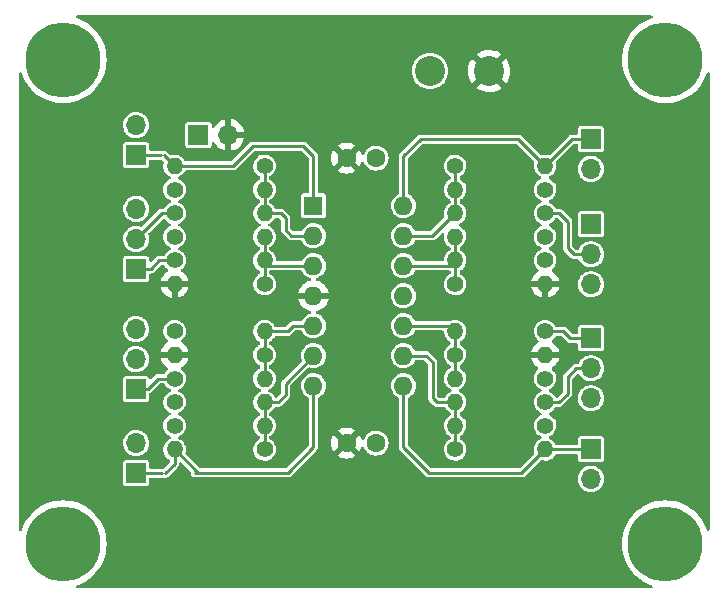
<source format=gtl>
G04 #@! TF.GenerationSoftware,KiCad,Pcbnew,(6.0.1)*
G04 #@! TF.CreationDate,2022-07-25T16:38:57-04:00*
G04 #@! TF.ProjectId,UNI-OPAMP-04,554e492d-4f50-4414-9d50-2d30342e6b69,1*
G04 #@! TF.SameCoordinates,Original*
G04 #@! TF.FileFunction,Copper,L1,Top*
G04 #@! TF.FilePolarity,Positive*
%FSLAX46Y46*%
G04 Gerber Fmt 4.6, Leading zero omitted, Abs format (unit mm)*
G04 Created by KiCad (PCBNEW (6.0.1)) date 2022-07-25 16:38:57*
%MOMM*%
%LPD*%
G01*
G04 APERTURE LIST*
G04 #@! TA.AperFunction,ComponentPad*
%ADD10R,1.700000X1.700000*%
G04 #@! TD*
G04 #@! TA.AperFunction,ComponentPad*
%ADD11O,1.700000X1.700000*%
G04 #@! TD*
G04 #@! TA.AperFunction,ComponentPad*
%ADD12R,1.600000X1.600000*%
G04 #@! TD*
G04 #@! TA.AperFunction,ComponentPad*
%ADD13O,1.600000X1.600000*%
G04 #@! TD*
G04 #@! TA.AperFunction,ComponentPad*
%ADD14C,1.600000*%
G04 #@! TD*
G04 #@! TA.AperFunction,ComponentPad*
%ADD15C,6.350000*%
G04 #@! TD*
G04 #@! TA.AperFunction,ComponentPad*
%ADD16C,2.540000*%
G04 #@! TD*
G04 #@! TA.AperFunction,ComponentPad*
%ADD17C,1.400000*%
G04 #@! TD*
G04 #@! TA.AperFunction,ComponentPad*
%ADD18O,1.400000X1.400000*%
G04 #@! TD*
G04 #@! TA.AperFunction,Conductor*
%ADD19C,0.254000*%
G04 #@! TD*
G04 APERTURE END LIST*
D10*
X45461000Y-35363000D03*
D11*
X48001000Y-35363000D03*
D12*
X55200000Y-41375000D03*
D13*
X55200000Y-43915000D03*
X55200000Y-46455000D03*
X55200000Y-48995000D03*
X55200000Y-51535000D03*
X55200000Y-54075000D03*
X55200000Y-56615000D03*
X62820000Y-56615000D03*
X62820000Y-54075000D03*
X62820000Y-51535000D03*
X62820000Y-48995000D03*
X62820000Y-46455000D03*
X62820000Y-43915000D03*
X62820000Y-41375000D03*
D14*
X58000000Y-61468000D03*
X60500000Y-61468000D03*
X58000000Y-37338000D03*
X60500000Y-37338000D03*
D15*
X34000000Y-29000000D03*
X85000000Y-29000000D03*
X34000000Y-70000000D03*
X85000000Y-70000000D03*
D16*
X65064000Y-29964000D03*
X70064000Y-29964000D03*
D17*
X43434000Y-46000000D03*
D18*
X51054000Y-46000000D03*
D17*
X43434000Y-44000000D03*
D18*
X51054000Y-44000000D03*
D17*
X43434000Y-40000000D03*
D18*
X51054000Y-40000000D03*
D17*
X43434000Y-42000000D03*
D18*
X51054000Y-42000000D03*
D17*
X43434000Y-56000000D03*
D18*
X51054000Y-56000000D03*
D17*
X43434000Y-52000000D03*
D18*
X51054000Y-52000000D03*
D17*
X43434000Y-60000000D03*
D18*
X51054000Y-60000000D03*
D17*
X43434000Y-58000000D03*
D18*
X51054000Y-58000000D03*
D17*
X51054000Y-62000000D03*
D18*
X43434000Y-62000000D03*
D17*
X51054000Y-38000000D03*
D18*
X43434000Y-38000000D03*
X67190000Y-52000000D03*
D17*
X74810000Y-52000000D03*
X74810000Y-56000000D03*
D18*
X67190000Y-56000000D03*
D17*
X74810000Y-60000000D03*
D18*
X67190000Y-60000000D03*
D17*
X74810000Y-58000000D03*
D18*
X67190000Y-58000000D03*
D17*
X74810000Y-46000000D03*
D18*
X67190000Y-46000000D03*
D17*
X74810000Y-44000000D03*
D18*
X67190000Y-44000000D03*
D17*
X74810000Y-40000000D03*
D18*
X67190000Y-40000000D03*
D17*
X74810000Y-42000000D03*
D18*
X67190000Y-42000000D03*
D17*
X67190000Y-38000000D03*
D18*
X74810000Y-38000000D03*
D17*
X67190000Y-62000000D03*
D18*
X74810000Y-62000000D03*
D17*
X51054000Y-48000000D03*
D18*
X43434000Y-48000000D03*
D17*
X51054000Y-54000000D03*
D18*
X43434000Y-54000000D03*
D17*
X67190000Y-54000000D03*
D18*
X74810000Y-54000000D03*
X74810000Y-48000000D03*
D17*
X67190000Y-48000000D03*
D10*
X40189000Y-64013000D03*
D11*
X40189000Y-61473000D03*
D10*
X78683000Y-35725000D03*
D11*
X78683000Y-38265000D03*
D10*
X78683000Y-61971000D03*
D11*
X78683000Y-64511000D03*
D10*
X40189000Y-46721000D03*
D11*
X40189000Y-44181000D03*
X40189000Y-41641000D03*
D10*
X40189000Y-37089000D03*
D11*
X40189000Y-34549000D03*
D10*
X78683000Y-52593000D03*
D11*
X78683000Y-55133000D03*
X78683000Y-57673000D03*
D10*
X40189000Y-56896000D03*
D11*
X40189000Y-54356000D03*
X40189000Y-51816000D03*
D10*
X78683000Y-42941000D03*
D11*
X78683000Y-45481000D03*
X78683000Y-48021000D03*
D19*
X50038000Y-36322000D02*
X54322000Y-36322000D01*
X48360000Y-38000000D02*
X50038000Y-36322000D01*
X54322000Y-36322000D02*
X55200000Y-37200000D01*
X43434000Y-38000000D02*
X48360000Y-38000000D01*
X42138000Y-46000000D02*
X41417000Y-46721000D01*
X43434000Y-46000000D02*
X42138000Y-46000000D01*
X76000000Y-42000000D02*
X74810000Y-42000000D01*
X76708000Y-42708000D02*
X76000000Y-42000000D01*
X76708000Y-44958000D02*
X76708000Y-42708000D01*
X42370000Y-42000000D02*
X40189000Y-44181000D01*
X43434000Y-42000000D02*
X42370000Y-42000000D01*
X52832000Y-57404000D02*
X52832000Y-56443000D01*
X52236000Y-58000000D02*
X52832000Y-57404000D01*
X51054000Y-58000000D02*
X52236000Y-58000000D01*
X41148000Y-56896000D02*
X40189000Y-56896000D01*
X42044000Y-56000000D02*
X41148000Y-56896000D01*
X43434000Y-56000000D02*
X42044000Y-56000000D01*
X74810000Y-52000000D02*
X76354000Y-52000000D01*
X76354000Y-52000000D02*
X76947000Y-52593000D01*
X40189000Y-46721000D02*
X41417000Y-46721000D01*
X42523000Y-37089000D02*
X43434000Y-38000000D01*
X55200000Y-37200000D02*
X55200000Y-41375000D01*
X40189000Y-37089000D02*
X42279000Y-37089000D01*
X43434000Y-63236000D02*
X43434000Y-62000000D01*
X53000000Y-64000000D02*
X45190000Y-64000000D01*
X45434000Y-64000000D02*
X43434000Y-62000000D01*
X42657000Y-64013000D02*
X43434000Y-63236000D01*
X55200000Y-56615000D02*
X55200000Y-61800000D01*
X40189000Y-64013000D02*
X42413000Y-64013000D01*
X55200000Y-61800000D02*
X53000000Y-64000000D01*
X78683000Y-52593000D02*
X76947000Y-52593000D01*
X77455000Y-55133000D02*
X78683000Y-55133000D01*
X76708000Y-55880000D02*
X77455000Y-55133000D01*
X76000000Y-58000000D02*
X74810000Y-58000000D01*
X76708000Y-55880000D02*
X76708000Y-57292000D01*
X76708000Y-57292000D02*
X76000000Y-58000000D01*
X72810000Y-64000000D02*
X74810000Y-62000000D01*
X65000000Y-64000000D02*
X72810000Y-64000000D01*
X74810000Y-62000000D02*
X78654000Y-62000000D01*
X62820000Y-61820000D02*
X65000000Y-64000000D01*
X62820000Y-56615000D02*
X62820000Y-61820000D01*
X78654000Y-62000000D02*
X78683000Y-61971000D01*
X77231000Y-45481000D02*
X78937000Y-45481000D01*
X76708000Y-44958000D02*
X77231000Y-45481000D01*
X78937000Y-35725000D02*
X77085000Y-35725000D01*
X64275000Y-35725000D02*
X72535000Y-35725000D01*
X77085000Y-35725000D02*
X74810000Y-38000000D01*
X64275000Y-35725000D02*
X62820000Y-37180000D01*
X62820000Y-37180000D02*
X62820000Y-41375000D01*
X74810000Y-38000000D02*
X72535000Y-35725000D01*
X51054000Y-52000000D02*
X51054000Y-54000000D01*
X53465000Y-51535000D02*
X55200000Y-51535000D01*
X51054000Y-56000000D02*
X51054000Y-54000000D01*
X50810000Y-52000000D02*
X53000000Y-52000000D01*
X53000000Y-52000000D02*
X53465000Y-51535000D01*
X55200000Y-54075000D02*
X52832000Y-56443000D01*
X51054000Y-58000000D02*
X51054000Y-60000000D01*
X51054000Y-62000000D02*
X51054000Y-60000000D01*
X67190000Y-62000000D02*
X67190000Y-60000000D01*
X67190000Y-58000000D02*
X65620000Y-58000000D01*
X65278000Y-57658000D02*
X65278000Y-54610000D01*
X64743000Y-54075000D02*
X62820000Y-54075000D01*
X65620000Y-58000000D02*
X65278000Y-57658000D01*
X67190000Y-60000000D02*
X67190000Y-58000000D01*
X65278000Y-54610000D02*
X64743000Y-54075000D01*
X67190000Y-52000000D02*
X67190000Y-54000000D01*
X66725000Y-51535000D02*
X67190000Y-52000000D01*
X62820000Y-51535000D02*
X66725000Y-51535000D01*
X67190000Y-56000000D02*
X67190000Y-54000000D01*
X67190000Y-40000000D02*
X67190000Y-42000000D01*
X62820000Y-43915000D02*
X65275000Y-43915000D01*
X67190000Y-38000000D02*
X67190000Y-40000000D01*
X65275000Y-43915000D02*
X67190000Y-42000000D01*
X62820000Y-46455000D02*
X66735000Y-46455000D01*
X66735000Y-46455000D02*
X67190000Y-46000000D01*
X67190000Y-44000000D02*
X67190000Y-46000000D01*
X67190000Y-48000000D02*
X67190000Y-46000000D01*
X55200000Y-43915000D02*
X53313000Y-43915000D01*
X52832000Y-42418000D02*
X52414000Y-42000000D01*
X51054000Y-38000000D02*
X51054000Y-40000000D01*
X53313000Y-43915000D02*
X52832000Y-43434000D01*
X52832000Y-43434000D02*
X52832000Y-42418000D01*
X52414000Y-42000000D02*
X50810000Y-42000000D01*
X51054000Y-42000000D02*
X51054000Y-40000000D01*
X51509000Y-46455000D02*
X51054000Y-46000000D01*
X55200000Y-46455000D02*
X51265000Y-46455000D01*
X51054000Y-48000000D02*
X51054000Y-46000000D01*
X51054000Y-44000000D02*
X51054000Y-46000000D01*
G04 #@! TA.AperFunction,Conductor*
G36*
X83868409Y-25274002D02*
G01*
X83914902Y-25327658D01*
X83925006Y-25397932D01*
X83895512Y-25462512D01*
X83845442Y-25497631D01*
X83499730Y-25630337D01*
X83496790Y-25631835D01*
X83158664Y-25804119D01*
X83158657Y-25804123D01*
X83155723Y-25805618D01*
X82831922Y-26015896D01*
X82531875Y-26258869D01*
X82258869Y-26531875D01*
X82015896Y-26831922D01*
X81805618Y-27155723D01*
X81630337Y-27499730D01*
X81491976Y-27860174D01*
X81392049Y-28233106D01*
X81365202Y-28402608D01*
X81341541Y-28552000D01*
X81331651Y-28614441D01*
X81311445Y-29000000D01*
X81331651Y-29385559D01*
X81332164Y-29388799D01*
X81332165Y-29388807D01*
X81334379Y-29402785D01*
X81392049Y-29766894D01*
X81491976Y-30139826D01*
X81630337Y-30500270D01*
X81631835Y-30503210D01*
X81788411Y-30810506D01*
X81805618Y-30844277D01*
X81807414Y-30847043D01*
X81807416Y-30847046D01*
X81919198Y-31019176D01*
X82015896Y-31168078D01*
X82258869Y-31468125D01*
X82531875Y-31741131D01*
X82831922Y-31984104D01*
X83155722Y-32194382D01*
X83158656Y-32195877D01*
X83158663Y-32195881D01*
X83496790Y-32368165D01*
X83499730Y-32369663D01*
X83860174Y-32508024D01*
X84233106Y-32607951D01*
X84435643Y-32640030D01*
X84611193Y-32667835D01*
X84611201Y-32667836D01*
X84614441Y-32668349D01*
X85000000Y-32688555D01*
X85385559Y-32668349D01*
X85388799Y-32667836D01*
X85388807Y-32667835D01*
X85564357Y-32640030D01*
X85766894Y-32607951D01*
X86139826Y-32508024D01*
X86500270Y-32369663D01*
X86503210Y-32368165D01*
X86841337Y-32195881D01*
X86841344Y-32195877D01*
X86844278Y-32194382D01*
X87168078Y-31984104D01*
X87468125Y-31741131D01*
X87741131Y-31468125D01*
X87984104Y-31168078D01*
X88080802Y-31019176D01*
X88192584Y-30847046D01*
X88192586Y-30847043D01*
X88194382Y-30844277D01*
X88211590Y-30810506D01*
X88368165Y-30503210D01*
X88369663Y-30500270D01*
X88502369Y-30154558D01*
X88545455Y-30098130D01*
X88612208Y-30073953D01*
X88681435Y-30089704D01*
X88731157Y-30140382D01*
X88746000Y-30199712D01*
X88746000Y-68800288D01*
X88725998Y-68868409D01*
X88672342Y-68914902D01*
X88602068Y-68925006D01*
X88537488Y-68895512D01*
X88502369Y-68845442D01*
X88370847Y-68502815D01*
X88369663Y-68499730D01*
X88194382Y-68155723D01*
X87984104Y-67831922D01*
X87741131Y-67531875D01*
X87468125Y-67258869D01*
X87168078Y-67015896D01*
X86844278Y-66805618D01*
X86841344Y-66804123D01*
X86841337Y-66804119D01*
X86503210Y-66631835D01*
X86500270Y-66630337D01*
X86139826Y-66491976D01*
X85766894Y-66392049D01*
X85564357Y-66359970D01*
X85388807Y-66332165D01*
X85388799Y-66332164D01*
X85385559Y-66331651D01*
X85000000Y-66311445D01*
X84614441Y-66331651D01*
X84611201Y-66332164D01*
X84611193Y-66332165D01*
X84435643Y-66359970D01*
X84233106Y-66392049D01*
X83860174Y-66491976D01*
X83499730Y-66630337D01*
X83496790Y-66631835D01*
X83158664Y-66804119D01*
X83158657Y-66804123D01*
X83155723Y-66805618D01*
X82831922Y-67015896D01*
X82531875Y-67258869D01*
X82258869Y-67531875D01*
X82015896Y-67831922D01*
X81805618Y-68155723D01*
X81630337Y-68499730D01*
X81491976Y-68860174D01*
X81392049Y-69233106D01*
X81331651Y-69614441D01*
X81311445Y-70000000D01*
X81331651Y-70385559D01*
X81392049Y-70766894D01*
X81491976Y-71139826D01*
X81630337Y-71500270D01*
X81805618Y-71844277D01*
X82015896Y-72168078D01*
X82258869Y-72468125D01*
X82531875Y-72741131D01*
X82831922Y-72984104D01*
X83155722Y-73194382D01*
X83158656Y-73195877D01*
X83158663Y-73195881D01*
X83370225Y-73303677D01*
X83499730Y-73369663D01*
X83737289Y-73460853D01*
X83845442Y-73502369D01*
X83901870Y-73545455D01*
X83926047Y-73612208D01*
X83910296Y-73681435D01*
X83859618Y-73731157D01*
X83800288Y-73746000D01*
X35199712Y-73746000D01*
X35131591Y-73725998D01*
X35085098Y-73672342D01*
X35074994Y-73602068D01*
X35104488Y-73537488D01*
X35154558Y-73502369D01*
X35262711Y-73460853D01*
X35500270Y-73369663D01*
X35629775Y-73303677D01*
X35841337Y-73195881D01*
X35841344Y-73195877D01*
X35844278Y-73194382D01*
X36168078Y-72984104D01*
X36468125Y-72741131D01*
X36741131Y-72468125D01*
X36984104Y-72168078D01*
X37194382Y-71844277D01*
X37369663Y-71500270D01*
X37508024Y-71139826D01*
X37607951Y-70766894D01*
X37668349Y-70385559D01*
X37688555Y-70000000D01*
X37668349Y-69614441D01*
X37607951Y-69233106D01*
X37508024Y-68860174D01*
X37369663Y-68499730D01*
X37194382Y-68155723D01*
X36984104Y-67831922D01*
X36741131Y-67531875D01*
X36468125Y-67258869D01*
X36168078Y-67015896D01*
X35844278Y-66805618D01*
X35841344Y-66804123D01*
X35841337Y-66804119D01*
X35503210Y-66631835D01*
X35500270Y-66630337D01*
X35139826Y-66491976D01*
X34766894Y-66392049D01*
X34564357Y-66359970D01*
X34388807Y-66332165D01*
X34388799Y-66332164D01*
X34385559Y-66331651D01*
X34000000Y-66311445D01*
X33614441Y-66331651D01*
X33611201Y-66332164D01*
X33611193Y-66332165D01*
X33435643Y-66359970D01*
X33233106Y-66392049D01*
X32860174Y-66491976D01*
X32499730Y-66630337D01*
X32496790Y-66631835D01*
X32158664Y-66804119D01*
X32158657Y-66804123D01*
X32155723Y-66805618D01*
X31831922Y-67015896D01*
X31531875Y-67258869D01*
X31258869Y-67531875D01*
X31015896Y-67831922D01*
X30805618Y-68155723D01*
X30630337Y-68499730D01*
X30629153Y-68502815D01*
X30497631Y-68845442D01*
X30454545Y-68901870D01*
X30387792Y-68926047D01*
X30318565Y-68910296D01*
X30268843Y-68859618D01*
X30254000Y-68800288D01*
X30254000Y-63137933D01*
X39084500Y-63137933D01*
X39084501Y-64888066D01*
X39099266Y-64962301D01*
X39155516Y-65046484D01*
X39239699Y-65102734D01*
X39313933Y-65117500D01*
X40188858Y-65117500D01*
X41064066Y-65117499D01*
X41099818Y-65110388D01*
X41126126Y-65105156D01*
X41126128Y-65105155D01*
X41138301Y-65102734D01*
X41148621Y-65095839D01*
X41148622Y-65095838D01*
X41212168Y-65053377D01*
X41222484Y-65046484D01*
X41278734Y-64962301D01*
X41293500Y-64888067D01*
X41293500Y-64520500D01*
X41304815Y-64481964D01*
X77574148Y-64481964D01*
X77587424Y-64684522D01*
X77588845Y-64690118D01*
X77588846Y-64690123D01*
X77609119Y-64769945D01*
X77637392Y-64881269D01*
X77639809Y-64886512D01*
X77674748Y-64962301D01*
X77722377Y-65065616D01*
X77839533Y-65231389D01*
X77984938Y-65373035D01*
X78153720Y-65485812D01*
X78159023Y-65488090D01*
X78159026Y-65488092D01*
X78247707Y-65526192D01*
X78340228Y-65565942D01*
X78413244Y-65582464D01*
X78532579Y-65609467D01*
X78532584Y-65609468D01*
X78538216Y-65610742D01*
X78543987Y-65610969D01*
X78543989Y-65610969D01*
X78603756Y-65613317D01*
X78741053Y-65618712D01*
X78841499Y-65604148D01*
X78936231Y-65590413D01*
X78936236Y-65590412D01*
X78941945Y-65589584D01*
X78947409Y-65587729D01*
X78947414Y-65587728D01*
X79128693Y-65526192D01*
X79128698Y-65526190D01*
X79134165Y-65524334D01*
X79311276Y-65425147D01*
X79373934Y-65373035D01*
X79462913Y-65299031D01*
X79467345Y-65295345D01*
X79597147Y-65139276D01*
X79696334Y-64962165D01*
X79698190Y-64956698D01*
X79698192Y-64956693D01*
X79759728Y-64775414D01*
X79759729Y-64775409D01*
X79761584Y-64769945D01*
X79762412Y-64764236D01*
X79762413Y-64764231D01*
X79790179Y-64572727D01*
X79790712Y-64569053D01*
X79792232Y-64511000D01*
X79777468Y-64350318D01*
X79774187Y-64314613D01*
X79774186Y-64314610D01*
X79773658Y-64308859D01*
X79769804Y-64295195D01*
X79720125Y-64119046D01*
X79720124Y-64119044D01*
X79718557Y-64113487D01*
X79707978Y-64092033D01*
X79631331Y-63936609D01*
X79628776Y-63931428D01*
X79507320Y-63768779D01*
X79358258Y-63630987D01*
X79353375Y-63627906D01*
X79353371Y-63627903D01*
X79205429Y-63534559D01*
X79186581Y-63522667D01*
X78998039Y-63447446D01*
X78992379Y-63446320D01*
X78992375Y-63446319D01*
X78804613Y-63408971D01*
X78804610Y-63408971D01*
X78798946Y-63407844D01*
X78793171Y-63407768D01*
X78793167Y-63407768D01*
X78691793Y-63406441D01*
X78595971Y-63405187D01*
X78590274Y-63406166D01*
X78590273Y-63406166D01*
X78520828Y-63418099D01*
X78395910Y-63439564D01*
X78205463Y-63509824D01*
X78031010Y-63613612D01*
X78026670Y-63617418D01*
X78026666Y-63617421D01*
X78006723Y-63634911D01*
X77878392Y-63747455D01*
X77752720Y-63906869D01*
X77750031Y-63911980D01*
X77750029Y-63911983D01*
X77715293Y-63978005D01*
X77658203Y-64086515D01*
X77598007Y-64280378D01*
X77574148Y-64481964D01*
X41304815Y-64481964D01*
X41313502Y-64452379D01*
X41367158Y-64405886D01*
X41419500Y-64394500D01*
X42444692Y-64394500D01*
X42449821Y-64393646D01*
X42449825Y-64393646D01*
X42517751Y-64382340D01*
X42564956Y-64383452D01*
X42628600Y-64397154D01*
X42628604Y-64397154D01*
X42638780Y-64399345D01*
X42764907Y-64384418D01*
X42774295Y-64379910D01*
X42774298Y-64379909D01*
X42872252Y-64332872D01*
X42872255Y-64332870D01*
X42879398Y-64329440D01*
X42883692Y-64325830D01*
X43272913Y-63936609D01*
X43665483Y-63544040D01*
X43684494Y-63528686D01*
X43685556Y-63527720D01*
X43694304Y-63522071D01*
X43700748Y-63513896D01*
X43700751Y-63513894D01*
X43715229Y-63495528D01*
X43719206Y-63491053D01*
X43719135Y-63490992D01*
X43722488Y-63487035D01*
X43726171Y-63483352D01*
X43737455Y-63467561D01*
X43741018Y-63462815D01*
X43766488Y-63430507D01*
X43766489Y-63430506D01*
X43772934Y-63422330D01*
X43775985Y-63413643D01*
X43781334Y-63406157D01*
X43796099Y-63356786D01*
X43797933Y-63351141D01*
X43815016Y-63302498D01*
X43815500Y-63296909D01*
X43815500Y-63294198D01*
X43815615Y-63291531D01*
X43815634Y-63291468D01*
X43815808Y-63291475D01*
X43815855Y-63290729D01*
X43817725Y-63284476D01*
X43815597Y-63230322D01*
X43815500Y-63225375D01*
X43815500Y-63225212D01*
X43835502Y-63157091D01*
X43889158Y-63110598D01*
X43959432Y-63100494D01*
X44024012Y-63129988D01*
X44030578Y-63136101D01*
X44772517Y-63878040D01*
X44806541Y-63940350D01*
X44808950Y-63978005D01*
X44804417Y-64030346D01*
X44835035Y-64153607D01*
X44903929Y-64260304D01*
X44935429Y-64285137D01*
X44987048Y-64325830D01*
X45003670Y-64338934D01*
X45013491Y-64342383D01*
X45013493Y-64342384D01*
X45066439Y-64360977D01*
X45123502Y-64381016D01*
X45129091Y-64381500D01*
X45373627Y-64381500D01*
X45379272Y-64381855D01*
X45385524Y-64383725D01*
X45435383Y-64381766D01*
X45439678Y-64381597D01*
X45444625Y-64381500D01*
X52945865Y-64381500D01*
X52970164Y-64384086D01*
X52971602Y-64384154D01*
X52981780Y-64386345D01*
X53015341Y-64382373D01*
X53021320Y-64382021D01*
X53021312Y-64381928D01*
X53026490Y-64381500D01*
X53031692Y-64381500D01*
X53050846Y-64378312D01*
X53056704Y-64377478D01*
X53073318Y-64375512D01*
X53097567Y-64372642D01*
X53097568Y-64372642D01*
X53107907Y-64371418D01*
X53116206Y-64367433D01*
X53125283Y-64365922D01*
X53170651Y-64341442D01*
X53175914Y-64338761D01*
X53215250Y-64319873D01*
X53215254Y-64319870D01*
X53222398Y-64316440D01*
X53226692Y-64312830D01*
X53228624Y-64310898D01*
X53230573Y-64309111D01*
X53230626Y-64309082D01*
X53230745Y-64309212D01*
X53231313Y-64308711D01*
X53237057Y-64305612D01*
X53273868Y-64265790D01*
X53277297Y-64262225D01*
X54985460Y-62554062D01*
X57278493Y-62554062D01*
X57287789Y-62566077D01*
X57338994Y-62601931D01*
X57348489Y-62607414D01*
X57545947Y-62699490D01*
X57556239Y-62703236D01*
X57766688Y-62759625D01*
X57777481Y-62761528D01*
X57994525Y-62780517D01*
X58005475Y-62780517D01*
X58222519Y-62761528D01*
X58233312Y-62759625D01*
X58443761Y-62703236D01*
X58454053Y-62699490D01*
X58651511Y-62607414D01*
X58661006Y-62601931D01*
X58713048Y-62565491D01*
X58721424Y-62555012D01*
X58714356Y-62541566D01*
X58012812Y-61840022D01*
X57998868Y-61832408D01*
X57997035Y-61832539D01*
X57990420Y-61836790D01*
X57284923Y-62542287D01*
X57278493Y-62554062D01*
X54985460Y-62554062D01*
X55431476Y-62108046D01*
X55450499Y-62092682D01*
X55451558Y-62091718D01*
X55460304Y-62086071D01*
X55466752Y-62077892D01*
X55466754Y-62077890D01*
X55481234Y-62059523D01*
X55485209Y-62055050D01*
X55485137Y-62054989D01*
X55488490Y-62051032D01*
X55492171Y-62047351D01*
X55503455Y-62031560D01*
X55507019Y-62026814D01*
X55532487Y-61994508D01*
X55538934Y-61986330D01*
X55541984Y-61977645D01*
X55547335Y-61970157D01*
X55562115Y-61920734D01*
X55563927Y-61915160D01*
X55581016Y-61866498D01*
X55581500Y-61860909D01*
X55581500Y-61858198D01*
X55581615Y-61855531D01*
X55581634Y-61855468D01*
X55581808Y-61855475D01*
X55581855Y-61854729D01*
X55583725Y-61848476D01*
X55581597Y-61794312D01*
X55581500Y-61789366D01*
X55581500Y-61473475D01*
X56687483Y-61473475D01*
X56706472Y-61690519D01*
X56708375Y-61701312D01*
X56764764Y-61911761D01*
X56768510Y-61922053D01*
X56860586Y-62119511D01*
X56866069Y-62129006D01*
X56902509Y-62181048D01*
X56912988Y-62189424D01*
X56926434Y-62182356D01*
X57627978Y-61480812D01*
X57634356Y-61469132D01*
X58364408Y-61469132D01*
X58364539Y-61470965D01*
X58368790Y-61477580D01*
X59074287Y-62183077D01*
X59086062Y-62189507D01*
X59098077Y-62180211D01*
X59133931Y-62129006D01*
X59139414Y-62119511D01*
X59231490Y-61922053D01*
X59235236Y-61911761D01*
X59260130Y-61818855D01*
X59297082Y-61758232D01*
X59360943Y-61727211D01*
X59431437Y-61735639D01*
X59486184Y-61780842D01*
X59502956Y-61816736D01*
X59514807Y-61858066D01*
X59517625Y-61863548D01*
X59517626Y-61863552D01*
X59606514Y-62036509D01*
X59606517Y-62036513D01*
X59609334Y-62041995D01*
X59737786Y-62204061D01*
X59742479Y-62208055D01*
X59742480Y-62208056D01*
X59822519Y-62276174D01*
X59895271Y-62338091D01*
X60075789Y-62438980D01*
X60272466Y-62502884D01*
X60477809Y-62527370D01*
X60483944Y-62526898D01*
X60483946Y-62526898D01*
X60677856Y-62511977D01*
X60677860Y-62511976D01*
X60683998Y-62511504D01*
X60883178Y-62455892D01*
X60888682Y-62453112D01*
X60888684Y-62453111D01*
X61062262Y-62365431D01*
X61062264Y-62365430D01*
X61067763Y-62362652D01*
X61230722Y-62235334D01*
X61234748Y-62230670D01*
X61234751Y-62230667D01*
X61361819Y-62083457D01*
X61361820Y-62083455D01*
X61365848Y-62078789D01*
X61424839Y-61974947D01*
X61464950Y-61904340D01*
X61464952Y-61904336D01*
X61467995Y-61898979D01*
X61521740Y-61737414D01*
X61531325Y-61708601D01*
X61531326Y-61708598D01*
X61533270Y-61702753D01*
X61559189Y-61497586D01*
X61559602Y-61468000D01*
X61539422Y-61262189D01*
X61479651Y-61064217D01*
X61412283Y-60937516D01*
X61385459Y-60887067D01*
X61385457Y-60887064D01*
X61382565Y-60881625D01*
X61378674Y-60876855D01*
X61378672Y-60876851D01*
X61255758Y-60726143D01*
X61255755Y-60726140D01*
X61251863Y-60721368D01*
X61242946Y-60713991D01*
X61097271Y-60593478D01*
X61097266Y-60593475D01*
X61092522Y-60589550D01*
X61087103Y-60586620D01*
X61087100Y-60586618D01*
X60916032Y-60494122D01*
X60916027Y-60494120D01*
X60910612Y-60491192D01*
X60713063Y-60430040D01*
X60706938Y-60429396D01*
X60706937Y-60429396D01*
X60513526Y-60409068D01*
X60513524Y-60409068D01*
X60507397Y-60408424D01*
X60381229Y-60419906D01*
X60307591Y-60426607D01*
X60307590Y-60426607D01*
X60301450Y-60427166D01*
X60103066Y-60485554D01*
X60097601Y-60488411D01*
X59925261Y-60578508D01*
X59925257Y-60578511D01*
X59919801Y-60581363D01*
X59758635Y-60710943D01*
X59625708Y-60869360D01*
X59526082Y-61050578D01*
X59524219Y-61056451D01*
X59502528Y-61124830D01*
X59462865Y-61183715D01*
X59397663Y-61211807D01*
X59327623Y-61200190D01*
X59274983Y-61152550D01*
X59260719Y-61119343D01*
X59235236Y-61024239D01*
X59231490Y-61013947D01*
X59139414Y-60816489D01*
X59133931Y-60806994D01*
X59097491Y-60754952D01*
X59087012Y-60746576D01*
X59073566Y-60753644D01*
X58372022Y-61455188D01*
X58364408Y-61469132D01*
X57634356Y-61469132D01*
X57635592Y-61466868D01*
X57635461Y-61465035D01*
X57631210Y-61458420D01*
X56925713Y-60752923D01*
X56913938Y-60746493D01*
X56901923Y-60755789D01*
X56866069Y-60806994D01*
X56860586Y-60816489D01*
X56768510Y-61013947D01*
X56764764Y-61024239D01*
X56708375Y-61234688D01*
X56706472Y-61245481D01*
X56687483Y-61462525D01*
X56687483Y-61473475D01*
X55581500Y-61473475D01*
X55581500Y-60380988D01*
X57278576Y-60380988D01*
X57285644Y-60394434D01*
X57987188Y-61095978D01*
X58001132Y-61103592D01*
X58002965Y-61103461D01*
X58009580Y-61099210D01*
X58715077Y-60393713D01*
X58721507Y-60381938D01*
X58712211Y-60369923D01*
X58661006Y-60334069D01*
X58651511Y-60328586D01*
X58454053Y-60236510D01*
X58443761Y-60232764D01*
X58233312Y-60176375D01*
X58222519Y-60174472D01*
X58005475Y-60155483D01*
X57994525Y-60155483D01*
X57777481Y-60174472D01*
X57766688Y-60176375D01*
X57556239Y-60232764D01*
X57545947Y-60236510D01*
X57348489Y-60328586D01*
X57338994Y-60334069D01*
X57286952Y-60370509D01*
X57278576Y-60380988D01*
X55581500Y-60380988D01*
X55581500Y-57681255D01*
X55601502Y-57613134D01*
X55650689Y-57568790D01*
X55737777Y-57524799D01*
X55762262Y-57512431D01*
X55762264Y-57512430D01*
X55767763Y-57509652D01*
X55930722Y-57382334D01*
X55934748Y-57377670D01*
X55934751Y-57377667D01*
X56061819Y-57230457D01*
X56061820Y-57230455D01*
X56065848Y-57225789D01*
X56147653Y-57081787D01*
X56164950Y-57051340D01*
X56164952Y-57051336D01*
X56167995Y-57045979D01*
X56213410Y-56909455D01*
X56231325Y-56855601D01*
X56231326Y-56855598D01*
X56233270Y-56849753D01*
X56259189Y-56644586D01*
X56259602Y-56615000D01*
X56258151Y-56600206D01*
X61760501Y-56600206D01*
X61761457Y-56611586D01*
X61775551Y-56779421D01*
X61777806Y-56806278D01*
X61834807Y-57005066D01*
X61837625Y-57010548D01*
X61837626Y-57010552D01*
X61926514Y-57183509D01*
X61926517Y-57183513D01*
X61929334Y-57188995D01*
X62057786Y-57351061D01*
X62062479Y-57355055D01*
X62062480Y-57355056D01*
X62206392Y-57477534D01*
X62215271Y-57485091D01*
X62337139Y-57553201D01*
X62373971Y-57573786D01*
X62423676Y-57624480D01*
X62438500Y-57683774D01*
X62438500Y-61765865D01*
X62435914Y-61790164D01*
X62435846Y-61791602D01*
X62433655Y-61801780D01*
X62435425Y-61816736D01*
X62437627Y-61835342D01*
X62437979Y-61841320D01*
X62438072Y-61841312D01*
X62438500Y-61846490D01*
X62438500Y-61851692D01*
X62440965Y-61866498D01*
X62441686Y-61870832D01*
X62442522Y-61876704D01*
X62448582Y-61927907D01*
X62452567Y-61936206D01*
X62454078Y-61945283D01*
X62478558Y-61990651D01*
X62481239Y-61995914D01*
X62500127Y-62035250D01*
X62500130Y-62035254D01*
X62503560Y-62042398D01*
X62507170Y-62046692D01*
X62509102Y-62048624D01*
X62510889Y-62050573D01*
X62510918Y-62050626D01*
X62510788Y-62050745D01*
X62511289Y-62051313D01*
X62514388Y-62057057D01*
X62522033Y-62064124D01*
X62554209Y-62093867D01*
X62557775Y-62097297D01*
X64691954Y-64231476D01*
X64707318Y-64250499D01*
X64708281Y-64251557D01*
X64713929Y-64260304D01*
X64722106Y-64266750D01*
X64722110Y-64266754D01*
X64740477Y-64281234D01*
X64744950Y-64285209D01*
X64745011Y-64285137D01*
X64748968Y-64288490D01*
X64752649Y-64292171D01*
X64766392Y-64301992D01*
X64768439Y-64303455D01*
X64773185Y-64307018D01*
X64813670Y-64338934D01*
X64822355Y-64341984D01*
X64829843Y-64347335D01*
X64879250Y-64362110D01*
X64884837Y-64363926D01*
X64933502Y-64381016D01*
X64939091Y-64381500D01*
X64941802Y-64381500D01*
X64944471Y-64381615D01*
X64944532Y-64381634D01*
X64944525Y-64381808D01*
X64945272Y-64381855D01*
X64951525Y-64383725D01*
X65005689Y-64381597D01*
X65010635Y-64381500D01*
X72755865Y-64381500D01*
X72780164Y-64384086D01*
X72781602Y-64384154D01*
X72791780Y-64386345D01*
X72825341Y-64382373D01*
X72831320Y-64382021D01*
X72831312Y-64381928D01*
X72836490Y-64381500D01*
X72841692Y-64381500D01*
X72860846Y-64378312D01*
X72866704Y-64377478D01*
X72883318Y-64375512D01*
X72907567Y-64372642D01*
X72907568Y-64372642D01*
X72917907Y-64371418D01*
X72926206Y-64367433D01*
X72935283Y-64365922D01*
X72980651Y-64341442D01*
X72985914Y-64338761D01*
X73025250Y-64319873D01*
X73025254Y-64319870D01*
X73032398Y-64316440D01*
X73036692Y-64312830D01*
X73038624Y-64310898D01*
X73040573Y-64309111D01*
X73040626Y-64309082D01*
X73040745Y-64309212D01*
X73041313Y-64308711D01*
X73047057Y-64305612D01*
X73083867Y-64265791D01*
X73087296Y-64262226D01*
X74405086Y-62944437D01*
X74467398Y-62910411D01*
X74533117Y-62913699D01*
X74560259Y-62922518D01*
X74604043Y-62936744D01*
X74789914Y-62958908D01*
X74796049Y-62958436D01*
X74796051Y-62958436D01*
X74970408Y-62945020D01*
X74970413Y-62945019D01*
X74976549Y-62944547D01*
X74982479Y-62942891D01*
X74982481Y-62942891D01*
X75150913Y-62895864D01*
X75150912Y-62895864D01*
X75156841Y-62894209D01*
X75165493Y-62889839D01*
X75252147Y-62846066D01*
X75323921Y-62809810D01*
X75352376Y-62787579D01*
X75466571Y-62698360D01*
X75466572Y-62698360D01*
X75471427Y-62694566D01*
X75569899Y-62580485D01*
X75589709Y-62557535D01*
X75589710Y-62557533D01*
X75593738Y-62552867D01*
X75647885Y-62457551D01*
X75654866Y-62445263D01*
X75705905Y-62395912D01*
X75764422Y-62381500D01*
X77452501Y-62381500D01*
X77520622Y-62401502D01*
X77567115Y-62455158D01*
X77578501Y-62507500D01*
X77578501Y-62846066D01*
X77585032Y-62878900D01*
X77588406Y-62895864D01*
X77593266Y-62920301D01*
X77600161Y-62930620D01*
X77600162Y-62930622D01*
X77618747Y-62958436D01*
X77649516Y-63004484D01*
X77733699Y-63060734D01*
X77807933Y-63075500D01*
X78682858Y-63075500D01*
X79558066Y-63075499D01*
X79593818Y-63068388D01*
X79620126Y-63063156D01*
X79620128Y-63063155D01*
X79632301Y-63060734D01*
X79642621Y-63053839D01*
X79642622Y-63053838D01*
X79706168Y-63011377D01*
X79716484Y-63004484D01*
X79772734Y-62920301D01*
X79787500Y-62846067D01*
X79787499Y-61095934D01*
X79772734Y-61021699D01*
X79716484Y-60937516D01*
X79651671Y-60894209D01*
X79642620Y-60888161D01*
X79632301Y-60881266D01*
X79558067Y-60866500D01*
X78683142Y-60866500D01*
X77807934Y-60866501D01*
X77772182Y-60873612D01*
X77745874Y-60878844D01*
X77745872Y-60878845D01*
X77733699Y-60881266D01*
X77723379Y-60888161D01*
X77723378Y-60888162D01*
X77675512Y-60920146D01*
X77649516Y-60937516D01*
X77593266Y-61021699D01*
X77578500Y-61095933D01*
X77578500Y-61492500D01*
X77558498Y-61560621D01*
X77504842Y-61607114D01*
X77452500Y-61618500D01*
X75763945Y-61618500D01*
X75695824Y-61598498D01*
X75652694Y-61551653D01*
X75611764Y-61474674D01*
X75611762Y-61474671D01*
X75608870Y-61469232D01*
X75604980Y-61464462D01*
X75604977Y-61464458D01*
X75494457Y-61328948D01*
X75494454Y-61328945D01*
X75490562Y-61324173D01*
X75346332Y-61204855D01*
X75298780Y-61179144D01*
X75187094Y-61118755D01*
X75187093Y-61118755D01*
X75181673Y-61115824D01*
X75178565Y-61114862D01*
X75124298Y-61070664D01*
X75102228Y-61003186D01*
X75120142Y-60934486D01*
X75171358Y-60886876D01*
X75219686Y-60862463D01*
X75323921Y-60809810D01*
X75352376Y-60787579D01*
X75466571Y-60698360D01*
X75466572Y-60698360D01*
X75471427Y-60694566D01*
X75593738Y-60552867D01*
X75686198Y-60390108D01*
X75745283Y-60212491D01*
X75768744Y-60026780D01*
X75769118Y-60000000D01*
X75750852Y-59813706D01*
X75696749Y-59634509D01*
X75608870Y-59469232D01*
X75604980Y-59464462D01*
X75604977Y-59464458D01*
X75494457Y-59328948D01*
X75494454Y-59328945D01*
X75490562Y-59324173D01*
X75346332Y-59204855D01*
X75298780Y-59179144D01*
X75187094Y-59118755D01*
X75187093Y-59118755D01*
X75181673Y-59115824D01*
X75178565Y-59114862D01*
X75124298Y-59070664D01*
X75102228Y-59003186D01*
X75120142Y-58934486D01*
X75171358Y-58886876D01*
X75219686Y-58862463D01*
X75323921Y-58809810D01*
X75352376Y-58787579D01*
X75466571Y-58698360D01*
X75466572Y-58698360D01*
X75471427Y-58694566D01*
X75593738Y-58552867D01*
X75654866Y-58445263D01*
X75705905Y-58395912D01*
X75764422Y-58381500D01*
X75945865Y-58381500D01*
X75970164Y-58384086D01*
X75971602Y-58384154D01*
X75981780Y-58386345D01*
X76015341Y-58382373D01*
X76021320Y-58382021D01*
X76021312Y-58381928D01*
X76026490Y-58381500D01*
X76031692Y-58381500D01*
X76050846Y-58378312D01*
X76056704Y-58377478D01*
X76073318Y-58375512D01*
X76097567Y-58372642D01*
X76097568Y-58372642D01*
X76107907Y-58371418D01*
X76116206Y-58367433D01*
X76125283Y-58365922D01*
X76170651Y-58341442D01*
X76175914Y-58338761D01*
X76215250Y-58319873D01*
X76215254Y-58319870D01*
X76222398Y-58316440D01*
X76226692Y-58312830D01*
X76228624Y-58310898D01*
X76230573Y-58309111D01*
X76230626Y-58309082D01*
X76230745Y-58309212D01*
X76231313Y-58308711D01*
X76237057Y-58305612D01*
X76273854Y-58265805D01*
X76277284Y-58262238D01*
X76895559Y-57643964D01*
X77574148Y-57643964D01*
X77587424Y-57846522D01*
X77588845Y-57852118D01*
X77588846Y-57852123D01*
X77623395Y-57988156D01*
X77637392Y-58043269D01*
X77639809Y-58048512D01*
X77677010Y-58129208D01*
X77722377Y-58227616D01*
X77745478Y-58260304D01*
X77831748Y-58382373D01*
X77839533Y-58393389D01*
X77984938Y-58535035D01*
X78153720Y-58647812D01*
X78159023Y-58650090D01*
X78159026Y-58650092D01*
X78334921Y-58725662D01*
X78340228Y-58727942D01*
X78413244Y-58744464D01*
X78532579Y-58771467D01*
X78532584Y-58771468D01*
X78538216Y-58772742D01*
X78543987Y-58772969D01*
X78543989Y-58772969D01*
X78603756Y-58775317D01*
X78741053Y-58780712D01*
X78841499Y-58766148D01*
X78936231Y-58752413D01*
X78936236Y-58752412D01*
X78941945Y-58751584D01*
X78947409Y-58749729D01*
X78947414Y-58749728D01*
X79128693Y-58688192D01*
X79128698Y-58688190D01*
X79134165Y-58686334D01*
X79170012Y-58666259D01*
X79208683Y-58644602D01*
X79311276Y-58587147D01*
X79346881Y-58557535D01*
X79462913Y-58461031D01*
X79467345Y-58457345D01*
X79491172Y-58428696D01*
X79593453Y-58305718D01*
X79593455Y-58305715D01*
X79597147Y-58301276D01*
X79696334Y-58124165D01*
X79698190Y-58118698D01*
X79698192Y-58118693D01*
X79759728Y-57937414D01*
X79759729Y-57937409D01*
X79761584Y-57931945D01*
X79762412Y-57926236D01*
X79762413Y-57926231D01*
X79784030Y-57777135D01*
X79790712Y-57731053D01*
X79792232Y-57673000D01*
X79774599Y-57481098D01*
X79774187Y-57476613D01*
X79774186Y-57476610D01*
X79773658Y-57470859D01*
X79770068Y-57458130D01*
X79720125Y-57281046D01*
X79720124Y-57281044D01*
X79718557Y-57275487D01*
X79707978Y-57254033D01*
X79631331Y-57098609D01*
X79628776Y-57093428D01*
X79507320Y-56930779D01*
X79372636Y-56806278D01*
X79362503Y-56796911D01*
X79358258Y-56792987D01*
X79353375Y-56789906D01*
X79353371Y-56789903D01*
X79191464Y-56687748D01*
X79186581Y-56684667D01*
X78998039Y-56609446D01*
X78992379Y-56608320D01*
X78992375Y-56608319D01*
X78804613Y-56570971D01*
X78804610Y-56570971D01*
X78798946Y-56569844D01*
X78793171Y-56569768D01*
X78793167Y-56569768D01*
X78691793Y-56568441D01*
X78595971Y-56567187D01*
X78590274Y-56568166D01*
X78590273Y-56568166D01*
X78439458Y-56594081D01*
X78395910Y-56601564D01*
X78205463Y-56671824D01*
X78031010Y-56775612D01*
X78026670Y-56779418D01*
X78026666Y-56779421D01*
X77939800Y-56855601D01*
X77878392Y-56909455D01*
X77752720Y-57068869D01*
X77750031Y-57073980D01*
X77750029Y-57073983D01*
X77718464Y-57133978D01*
X77658203Y-57248515D01*
X77598007Y-57442378D01*
X77574148Y-57643964D01*
X76895559Y-57643964D01*
X76939483Y-57600040D01*
X76958494Y-57584686D01*
X76959556Y-57583720D01*
X76968304Y-57578071D01*
X76974748Y-57569896D01*
X76974751Y-57569894D01*
X76989229Y-57551528D01*
X76993208Y-57547050D01*
X76993137Y-57546990D01*
X76996490Y-57543033D01*
X77000171Y-57539352D01*
X77011469Y-57523543D01*
X77015032Y-57518798D01*
X77040485Y-57486510D01*
X77046934Y-57478330D01*
X77049984Y-57469645D01*
X77055334Y-57462158D01*
X77070109Y-57412753D01*
X77071930Y-57407150D01*
X77086388Y-57365981D01*
X77089016Y-57358498D01*
X77089500Y-57352909D01*
X77089500Y-57350196D01*
X77089615Y-57347531D01*
X77089634Y-57347468D01*
X77089808Y-57347475D01*
X77089855Y-57346729D01*
X77091725Y-57340476D01*
X77089597Y-57286322D01*
X77089500Y-57281375D01*
X77089500Y-56090212D01*
X77109502Y-56022091D01*
X77126405Y-56001117D01*
X77505412Y-55622110D01*
X77567724Y-55588084D01*
X77638539Y-55593149D01*
X77695375Y-55635696D01*
X77708932Y-55658451D01*
X77722377Y-55687616D01*
X77725710Y-55692332D01*
X77816032Y-55820135D01*
X77839533Y-55853389D01*
X77843675Y-55857424D01*
X77859492Y-55872832D01*
X77984938Y-55995035D01*
X77989742Y-55998245D01*
X78011468Y-56012762D01*
X78153720Y-56107812D01*
X78159023Y-56110090D01*
X78159026Y-56110092D01*
X78291477Y-56166997D01*
X78340228Y-56187942D01*
X78393009Y-56199885D01*
X78532579Y-56231467D01*
X78532584Y-56231468D01*
X78538216Y-56232742D01*
X78543987Y-56232969D01*
X78543989Y-56232969D01*
X78603756Y-56235317D01*
X78741053Y-56240712D01*
X78841499Y-56226148D01*
X78936231Y-56212413D01*
X78936236Y-56212412D01*
X78941945Y-56211584D01*
X78947409Y-56209729D01*
X78947414Y-56209728D01*
X79128693Y-56148192D01*
X79128698Y-56148190D01*
X79134165Y-56146334D01*
X79311276Y-56047147D01*
X79331552Y-56030284D01*
X79462913Y-55921031D01*
X79467345Y-55917345D01*
X79512946Y-55862516D01*
X79593453Y-55765718D01*
X79593455Y-55765715D01*
X79597147Y-55761276D01*
X79658982Y-55650861D01*
X79693510Y-55589208D01*
X79693511Y-55589206D01*
X79696334Y-55584165D01*
X79698190Y-55578698D01*
X79698192Y-55578693D01*
X79759728Y-55397414D01*
X79759729Y-55397409D01*
X79761584Y-55391945D01*
X79762412Y-55386236D01*
X79762413Y-55386231D01*
X79786800Y-55218035D01*
X79790712Y-55191053D01*
X79792232Y-55133000D01*
X79780797Y-55008551D01*
X79774187Y-54936613D01*
X79774186Y-54936610D01*
X79773658Y-54930859D01*
X79763521Y-54894917D01*
X79720125Y-54741046D01*
X79720124Y-54741044D01*
X79718557Y-54735487D01*
X79714012Y-54726269D01*
X79631331Y-54558609D01*
X79628776Y-54553428D01*
X79604011Y-54520263D01*
X79588977Y-54500131D01*
X79507320Y-54390779D01*
X79358258Y-54252987D01*
X79353375Y-54249906D01*
X79353371Y-54249903D01*
X79191464Y-54147748D01*
X79186581Y-54144667D01*
X78998039Y-54069446D01*
X78992379Y-54068320D01*
X78992375Y-54068319D01*
X78804613Y-54030971D01*
X78804610Y-54030971D01*
X78798946Y-54029844D01*
X78793171Y-54029768D01*
X78793167Y-54029768D01*
X78691793Y-54028441D01*
X78595971Y-54027187D01*
X78590274Y-54028166D01*
X78590273Y-54028166D01*
X78439458Y-54054081D01*
X78395910Y-54061564D01*
X78205463Y-54131824D01*
X78031010Y-54235612D01*
X78026670Y-54239418D01*
X78026666Y-54239421D01*
X77918283Y-54334471D01*
X77878392Y-54369455D01*
X77752720Y-54528869D01*
X77750031Y-54533980D01*
X77750029Y-54533983D01*
X77742914Y-54547507D01*
X77672981Y-54680428D01*
X77671013Y-54684168D01*
X77621594Y-54735140D01*
X77559505Y-54751500D01*
X77509140Y-54751500D01*
X77484824Y-54748913D01*
X77483401Y-54748846D01*
X77473220Y-54746654D01*
X77439681Y-54750624D01*
X77439652Y-54750627D01*
X77433678Y-54750979D01*
X77433686Y-54751072D01*
X77428508Y-54751500D01*
X77423308Y-54751500D01*
X77418179Y-54752354D01*
X77418176Y-54752354D01*
X77404165Y-54754686D01*
X77398286Y-54755523D01*
X77357433Y-54760358D01*
X77357432Y-54760358D01*
X77347093Y-54761582D01*
X77338794Y-54765567D01*
X77329717Y-54767078D01*
X77286155Y-54790583D01*
X77284376Y-54791543D01*
X77279083Y-54794240D01*
X77239749Y-54813127D01*
X77239745Y-54813129D01*
X77232603Y-54816559D01*
X77228308Y-54820169D01*
X77226381Y-54822096D01*
X77224424Y-54823891D01*
X77224366Y-54823922D01*
X77224248Y-54823793D01*
X77223684Y-54824290D01*
X77217943Y-54827388D01*
X77210874Y-54835035D01*
X77210873Y-54835036D01*
X77181146Y-54867195D01*
X77177716Y-54870761D01*
X76476521Y-55571956D01*
X76457505Y-55587315D01*
X76456444Y-55588281D01*
X76447696Y-55593929D01*
X76441250Y-55602106D01*
X76426771Y-55620472D01*
X76422794Y-55624947D01*
X76422865Y-55625008D01*
X76419512Y-55628965D01*
X76415829Y-55632648D01*
X76412803Y-55636883D01*
X76412801Y-55636885D01*
X76404547Y-55648436D01*
X76400984Y-55653182D01*
X76369066Y-55693670D01*
X76366015Y-55702357D01*
X76360666Y-55709843D01*
X76357683Y-55719819D01*
X76357682Y-55719820D01*
X76345902Y-55759211D01*
X76344072Y-55764843D01*
X76326984Y-55813502D01*
X76326500Y-55819091D01*
X76326500Y-55821802D01*
X76326385Y-55824469D01*
X76326366Y-55824532D01*
X76326192Y-55824525D01*
X76326145Y-55825271D01*
X76324275Y-55831524D01*
X76324684Y-55841928D01*
X76326403Y-55885678D01*
X76326500Y-55890625D01*
X76326500Y-57081787D01*
X76306498Y-57149908D01*
X76289595Y-57170883D01*
X75878881Y-57581596D01*
X75816569Y-57615621D01*
X75789786Y-57618500D01*
X75763945Y-57618500D01*
X75695824Y-57598498D01*
X75652694Y-57551653D01*
X75611764Y-57474674D01*
X75611762Y-57474671D01*
X75608870Y-57469232D01*
X75604980Y-57464462D01*
X75604977Y-57464458D01*
X75494457Y-57328948D01*
X75494454Y-57328945D01*
X75490562Y-57324173D01*
X75346332Y-57204855D01*
X75181673Y-57115824D01*
X75178565Y-57114862D01*
X75124298Y-57070664D01*
X75102228Y-57003186D01*
X75120142Y-56934486D01*
X75171358Y-56886876D01*
X75244848Y-56849753D01*
X75323921Y-56809810D01*
X75336304Y-56800136D01*
X75466571Y-56698360D01*
X75466572Y-56698360D01*
X75471427Y-56694566D01*
X75579084Y-56569844D01*
X75589709Y-56557535D01*
X75589710Y-56557533D01*
X75593738Y-56552867D01*
X75686198Y-56390108D01*
X75745283Y-56212491D01*
X75768744Y-56026780D01*
X75769118Y-56000000D01*
X75750852Y-55813706D01*
X75696749Y-55634509D01*
X75689932Y-55621688D01*
X75611764Y-55474674D01*
X75611762Y-55474671D01*
X75608870Y-55469232D01*
X75604980Y-55464462D01*
X75604977Y-55464458D01*
X75494457Y-55328948D01*
X75494454Y-55328945D01*
X75490562Y-55324173D01*
X75404249Y-55252768D01*
X75364512Y-55193936D01*
X75362889Y-55122958D01*
X75399898Y-55062371D01*
X75416421Y-55050318D01*
X75416307Y-55050155D01*
X75584942Y-54932075D01*
X75593350Y-54925019D01*
X75735019Y-54783350D01*
X75742075Y-54774942D01*
X75857002Y-54610811D01*
X75862479Y-54601323D01*
X75947158Y-54419727D01*
X75950908Y-54409423D01*
X75987866Y-54271497D01*
X75987530Y-54257401D01*
X75979588Y-54254000D01*
X73645561Y-54254000D01*
X73632030Y-54257973D01*
X73630801Y-54266522D01*
X73669092Y-54409423D01*
X73672842Y-54419727D01*
X73757521Y-54601323D01*
X73762998Y-54610811D01*
X73877925Y-54774942D01*
X73884981Y-54783350D01*
X74026650Y-54925019D01*
X74035058Y-54932075D01*
X74203693Y-55050155D01*
X74202943Y-55051226D01*
X74247571Y-55098035D01*
X74261004Y-55167749D01*
X74234614Y-55233659D01*
X74214529Y-55253961D01*
X74138940Y-55314736D01*
X74018619Y-55458130D01*
X74015655Y-55463522D01*
X74015652Y-55463526D01*
X73955135Y-55573607D01*
X73928441Y-55622163D01*
X73926580Y-55628030D01*
X73926579Y-55628032D01*
X73874341Y-55792707D01*
X73871841Y-55800588D01*
X73850975Y-55986609D01*
X73856059Y-56047147D01*
X73863433Y-56134956D01*
X73866639Y-56173139D01*
X73868338Y-56179064D01*
X73898090Y-56282820D01*
X73918235Y-56353075D01*
X73921050Y-56358552D01*
X73921051Y-56358555D01*
X73947073Y-56409189D01*
X74003797Y-56519562D01*
X74007620Y-56524386D01*
X74007623Y-56524390D01*
X74100097Y-56641062D01*
X74120068Y-56666259D01*
X74262618Y-56787579D01*
X74267996Y-56790585D01*
X74267998Y-56790586D01*
X74307366Y-56812588D01*
X74426018Y-56878900D01*
X74431879Y-56880804D01*
X74437527Y-56883272D01*
X74436787Y-56884965D01*
X74488243Y-56920146D01*
X74515883Y-56985541D01*
X74503780Y-57055499D01*
X74455776Y-57107807D01*
X74449080Y-57111572D01*
X74440947Y-57115824D01*
X74284822Y-57197444D01*
X74280022Y-57201304D01*
X74280021Y-57201304D01*
X74275051Y-57205300D01*
X74138940Y-57314736D01*
X74018619Y-57458130D01*
X74015655Y-57463522D01*
X74015652Y-57463526D01*
X73946379Y-57589534D01*
X73928441Y-57622163D01*
X73926580Y-57628030D01*
X73926579Y-57628032D01*
X73881206Y-57771066D01*
X73871841Y-57800588D01*
X73850975Y-57986609D01*
X73866639Y-58173139D01*
X73868338Y-58179064D01*
X73914904Y-58341457D01*
X73918235Y-58353075D01*
X73921050Y-58358552D01*
X73921051Y-58358555D01*
X73937267Y-58390108D01*
X74003797Y-58519562D01*
X74007620Y-58524386D01*
X74007623Y-58524390D01*
X74057364Y-58587147D01*
X74120068Y-58666259D01*
X74124762Y-58670254D01*
X74254283Y-58780485D01*
X74262618Y-58787579D01*
X74267996Y-58790585D01*
X74267998Y-58790586D01*
X74302396Y-58809810D01*
X74426018Y-58878900D01*
X74431879Y-58880804D01*
X74437527Y-58883272D01*
X74436787Y-58884965D01*
X74488243Y-58920146D01*
X74515883Y-58985541D01*
X74503780Y-59055499D01*
X74455776Y-59107807D01*
X74449080Y-59111572D01*
X74440947Y-59115824D01*
X74284822Y-59197444D01*
X74280022Y-59201304D01*
X74280021Y-59201304D01*
X74270718Y-59208784D01*
X74138940Y-59314736D01*
X74018619Y-59458130D01*
X74015655Y-59463522D01*
X74015652Y-59463526D01*
X73941455Y-59598491D01*
X73928441Y-59622163D01*
X73926580Y-59628030D01*
X73926579Y-59628032D01*
X73922653Y-59640409D01*
X73871841Y-59800588D01*
X73850975Y-59986609D01*
X73866639Y-60173139D01*
X73918235Y-60353075D01*
X73921050Y-60358552D01*
X73921051Y-60358555D01*
X74000982Y-60514085D01*
X74003797Y-60519562D01*
X74007620Y-60524386D01*
X74007623Y-60524390D01*
X74061993Y-60592987D01*
X74120068Y-60666259D01*
X74124762Y-60670254D01*
X74224282Y-60754952D01*
X74262618Y-60787579D01*
X74267996Y-60790585D01*
X74267998Y-60790586D01*
X74297357Y-60806994D01*
X74426018Y-60878900D01*
X74431879Y-60880804D01*
X74437527Y-60883272D01*
X74436787Y-60884965D01*
X74488243Y-60920146D01*
X74515883Y-60985541D01*
X74503780Y-61055499D01*
X74455776Y-61107807D01*
X74449080Y-61111572D01*
X74440947Y-61115824D01*
X74284822Y-61197444D01*
X74280022Y-61201304D01*
X74280021Y-61201304D01*
X74270718Y-61208784D01*
X74138940Y-61314736D01*
X74018619Y-61458130D01*
X74015655Y-61463522D01*
X74015652Y-61463526D01*
X73980568Y-61527344D01*
X73928441Y-61622163D01*
X73926580Y-61628030D01*
X73926579Y-61628032D01*
X73895118Y-61727211D01*
X73871841Y-61800588D01*
X73850975Y-61986609D01*
X73851807Y-61996512D01*
X73862136Y-62119511D01*
X73866639Y-62173139D01*
X73868337Y-62179060D01*
X73868337Y-62179061D01*
X73897592Y-62281084D01*
X73897141Y-62352080D01*
X73865568Y-62404910D01*
X73276309Y-62994168D01*
X72688882Y-63581595D01*
X72626570Y-63615621D01*
X72599787Y-63618500D01*
X65210213Y-63618500D01*
X65142092Y-63598498D01*
X65121118Y-63581595D01*
X63238405Y-61698882D01*
X63204379Y-61636570D01*
X63201500Y-61609787D01*
X63201500Y-57681255D01*
X63221502Y-57613134D01*
X63270689Y-57568790D01*
X63357777Y-57524799D01*
X63382262Y-57512431D01*
X63382264Y-57512430D01*
X63387763Y-57509652D01*
X63550722Y-57382334D01*
X63554748Y-57377670D01*
X63554751Y-57377667D01*
X63681819Y-57230457D01*
X63681820Y-57230455D01*
X63685848Y-57225789D01*
X63767653Y-57081787D01*
X63784950Y-57051340D01*
X63784952Y-57051336D01*
X63787995Y-57045979D01*
X63833410Y-56909455D01*
X63851325Y-56855601D01*
X63851326Y-56855598D01*
X63853270Y-56849753D01*
X63879189Y-56644586D01*
X63879602Y-56615000D01*
X63859422Y-56409189D01*
X63799651Y-56211217D01*
X63742963Y-56104602D01*
X63705459Y-56034067D01*
X63705457Y-56034064D01*
X63702565Y-56028625D01*
X63698674Y-56023855D01*
X63698672Y-56023851D01*
X63575758Y-55873143D01*
X63575755Y-55873140D01*
X63571863Y-55868368D01*
X63564789Y-55862516D01*
X63417271Y-55740478D01*
X63417266Y-55740475D01*
X63412522Y-55736550D01*
X63407103Y-55733620D01*
X63407100Y-55733618D01*
X63236032Y-55641122D01*
X63236027Y-55641120D01*
X63230612Y-55638192D01*
X63033063Y-55577040D01*
X63026938Y-55576396D01*
X63026937Y-55576396D01*
X62833526Y-55556068D01*
X62833524Y-55556068D01*
X62827397Y-55555424D01*
X62701229Y-55566906D01*
X62627591Y-55573607D01*
X62627590Y-55573607D01*
X62621450Y-55574166D01*
X62423066Y-55632554D01*
X62417601Y-55635411D01*
X62245261Y-55725508D01*
X62245257Y-55725511D01*
X62239801Y-55728363D01*
X62078635Y-55857943D01*
X61945708Y-56016360D01*
X61846082Y-56197578D01*
X61844219Y-56203451D01*
X61787552Y-56382091D01*
X61783553Y-56394696D01*
X61782867Y-56400813D01*
X61782866Y-56400817D01*
X61777498Y-56448678D01*
X61760501Y-56600206D01*
X56258151Y-56600206D01*
X56239422Y-56409189D01*
X56179651Y-56211217D01*
X56122963Y-56104602D01*
X56085459Y-56034067D01*
X56085457Y-56034064D01*
X56082565Y-56028625D01*
X56078674Y-56023855D01*
X56078672Y-56023851D01*
X55955758Y-55873143D01*
X55955755Y-55873140D01*
X55951863Y-55868368D01*
X55944789Y-55862516D01*
X55797271Y-55740478D01*
X55797266Y-55740475D01*
X55792522Y-55736550D01*
X55787103Y-55733620D01*
X55787100Y-55733618D01*
X55616032Y-55641122D01*
X55616027Y-55641120D01*
X55610612Y-55638192D01*
X55413063Y-55577040D01*
X55406938Y-55576396D01*
X55406937Y-55576396D01*
X55213526Y-55556068D01*
X55213524Y-55556068D01*
X55207397Y-55555424D01*
X55081229Y-55566906D01*
X55007591Y-55573607D01*
X55007590Y-55573607D01*
X55001450Y-55574166D01*
X54803066Y-55632554D01*
X54797601Y-55635411D01*
X54625261Y-55725508D01*
X54625257Y-55725511D01*
X54619801Y-55728363D01*
X54458635Y-55857943D01*
X54325708Y-56016360D01*
X54226082Y-56197578D01*
X54224219Y-56203451D01*
X54167552Y-56382091D01*
X54163553Y-56394696D01*
X54162867Y-56400813D01*
X54162866Y-56400817D01*
X54157498Y-56448678D01*
X54140501Y-56600206D01*
X54141457Y-56611586D01*
X54155551Y-56779421D01*
X54157806Y-56806278D01*
X54214807Y-57005066D01*
X54217625Y-57010548D01*
X54217626Y-57010552D01*
X54306514Y-57183509D01*
X54306517Y-57183513D01*
X54309334Y-57188995D01*
X54437786Y-57351061D01*
X54442479Y-57355055D01*
X54442480Y-57355056D01*
X54586392Y-57477534D01*
X54595271Y-57485091D01*
X54717139Y-57553201D01*
X54753971Y-57573786D01*
X54803676Y-57624480D01*
X54818500Y-57683774D01*
X54818500Y-61589787D01*
X54798498Y-61657908D01*
X54781595Y-61678882D01*
X52878882Y-63581595D01*
X52816570Y-63615621D01*
X52789787Y-63618500D01*
X45644212Y-63618500D01*
X45576091Y-63598498D01*
X45555117Y-63581595D01*
X44378563Y-62405040D01*
X44344537Y-62342728D01*
X44348099Y-62276174D01*
X44367338Y-62218339D01*
X44367339Y-62218336D01*
X44369283Y-62212491D01*
X44392744Y-62026780D01*
X44393118Y-62000000D01*
X44391805Y-61986609D01*
X50094975Y-61986609D01*
X50100021Y-62046692D01*
X50106136Y-62119511D01*
X50110639Y-62173139D01*
X50112337Y-62179061D01*
X50112338Y-62179064D01*
X50157983Y-62338245D01*
X50162235Y-62353075D01*
X50165050Y-62358552D01*
X50165051Y-62358555D01*
X50243656Y-62511504D01*
X50247797Y-62519562D01*
X50251620Y-62524386D01*
X50251623Y-62524390D01*
X50289947Y-62572742D01*
X50364068Y-62666259D01*
X50506618Y-62787579D01*
X50511996Y-62790585D01*
X50511998Y-62790586D01*
X50546396Y-62809810D01*
X50670018Y-62878900D01*
X50848043Y-62936744D01*
X51033914Y-62958908D01*
X51040049Y-62958436D01*
X51040051Y-62958436D01*
X51214408Y-62945020D01*
X51214413Y-62945019D01*
X51220549Y-62944547D01*
X51226479Y-62942891D01*
X51226481Y-62942891D01*
X51394913Y-62895864D01*
X51394912Y-62895864D01*
X51400841Y-62894209D01*
X51409493Y-62889839D01*
X51496147Y-62846066D01*
X51567921Y-62809810D01*
X51596376Y-62787579D01*
X51710571Y-62698360D01*
X51710572Y-62698360D01*
X51715427Y-62694566D01*
X51813899Y-62580485D01*
X51833709Y-62557535D01*
X51833710Y-62557533D01*
X51837738Y-62552867D01*
X51840784Y-62547506D01*
X51867214Y-62500980D01*
X51930198Y-62390108D01*
X51989283Y-62212491D01*
X52012744Y-62026780D01*
X52013118Y-62000000D01*
X51994852Y-61813706D01*
X51940749Y-61634509D01*
X51883769Y-61527344D01*
X51855764Y-61474674D01*
X51855762Y-61474671D01*
X51852870Y-61469232D01*
X51848980Y-61464462D01*
X51848977Y-61464458D01*
X51738457Y-61328948D01*
X51738454Y-61328945D01*
X51734562Y-61324173D01*
X51590332Y-61204855D01*
X51501570Y-61156861D01*
X51451162Y-61106867D01*
X51435500Y-61046026D01*
X51435500Y-60954217D01*
X51455502Y-60886096D01*
X51504689Y-60841751D01*
X51514829Y-60836629D01*
X51567921Y-60809810D01*
X51596376Y-60787579D01*
X51710571Y-60698360D01*
X51710572Y-60698360D01*
X51715427Y-60694566D01*
X51837738Y-60552867D01*
X51930198Y-60390108D01*
X51989283Y-60212491D01*
X52012744Y-60026780D01*
X52013118Y-60000000D01*
X51994852Y-59813706D01*
X51940749Y-59634509D01*
X51852870Y-59469232D01*
X51848980Y-59464462D01*
X51848977Y-59464458D01*
X51738457Y-59328948D01*
X51738454Y-59328945D01*
X51734562Y-59324173D01*
X51590332Y-59204855D01*
X51501570Y-59156861D01*
X51451162Y-59106867D01*
X51435500Y-59046026D01*
X51435500Y-58954217D01*
X51455502Y-58886096D01*
X51504689Y-58841751D01*
X51514829Y-58836629D01*
X51567921Y-58809810D01*
X51596376Y-58787579D01*
X51710571Y-58698360D01*
X51710572Y-58698360D01*
X51715427Y-58694566D01*
X51837738Y-58552867D01*
X51898866Y-58445263D01*
X51949905Y-58395912D01*
X52008422Y-58381500D01*
X52181865Y-58381500D01*
X52206164Y-58384086D01*
X52207602Y-58384154D01*
X52217780Y-58386345D01*
X52251341Y-58382373D01*
X52257320Y-58382021D01*
X52257312Y-58381928D01*
X52262490Y-58381500D01*
X52267692Y-58381500D01*
X52286846Y-58378312D01*
X52292704Y-58377478D01*
X52309318Y-58375512D01*
X52333567Y-58372642D01*
X52333568Y-58372642D01*
X52343907Y-58371418D01*
X52352206Y-58367433D01*
X52361283Y-58365922D01*
X52406651Y-58341442D01*
X52411914Y-58338761D01*
X52451250Y-58319873D01*
X52451254Y-58319870D01*
X52458398Y-58316440D01*
X52462692Y-58312830D01*
X52464624Y-58310898D01*
X52466573Y-58309111D01*
X52466626Y-58309082D01*
X52466745Y-58309212D01*
X52467313Y-58308711D01*
X52473057Y-58305612D01*
X52509854Y-58265805D01*
X52513284Y-58262238D01*
X53063483Y-57712040D01*
X53082494Y-57696686D01*
X53083556Y-57695720D01*
X53092304Y-57690071D01*
X53098748Y-57681896D01*
X53098751Y-57681894D01*
X53113229Y-57663528D01*
X53117208Y-57659050D01*
X53117137Y-57658990D01*
X53120490Y-57655033D01*
X53124171Y-57651352D01*
X53129451Y-57643964D01*
X53135469Y-57635543D01*
X53139032Y-57630798D01*
X53163279Y-57600040D01*
X53170934Y-57590330D01*
X53173984Y-57581645D01*
X53179334Y-57574158D01*
X53194109Y-57524753D01*
X53195930Y-57519150D01*
X53210266Y-57478330D01*
X53213016Y-57470498D01*
X53213500Y-57464909D01*
X53213500Y-57462196D01*
X53213615Y-57459531D01*
X53213634Y-57459468D01*
X53213808Y-57459475D01*
X53213855Y-57458729D01*
X53215725Y-57452476D01*
X53213597Y-57398322D01*
X53213500Y-57393375D01*
X53213500Y-56653212D01*
X53233502Y-56585091D01*
X53250405Y-56564117D01*
X54715721Y-55098801D01*
X54778033Y-55064775D01*
X54843752Y-55068063D01*
X54966606Y-55107980D01*
X54972466Y-55109884D01*
X55177809Y-55134370D01*
X55183944Y-55133898D01*
X55183946Y-55133898D01*
X55377856Y-55118977D01*
X55377860Y-55118976D01*
X55383998Y-55118504D01*
X55583178Y-55062892D01*
X55588682Y-55060112D01*
X55588684Y-55060111D01*
X55762262Y-54972431D01*
X55762264Y-54972430D01*
X55767763Y-54969652D01*
X55930722Y-54842334D01*
X55934748Y-54837670D01*
X55934751Y-54837667D01*
X56061819Y-54690457D01*
X56061820Y-54690455D01*
X56065848Y-54685789D01*
X56141040Y-54553428D01*
X56164950Y-54511340D01*
X56164952Y-54511336D01*
X56167995Y-54505979D01*
X56212250Y-54372943D01*
X56231325Y-54315601D01*
X56231326Y-54315598D01*
X56233270Y-54309753D01*
X56259189Y-54104586D01*
X56259602Y-54075000D01*
X56258151Y-54060206D01*
X61760501Y-54060206D01*
X61761457Y-54071586D01*
X61777109Y-54257973D01*
X61777806Y-54266278D01*
X61834807Y-54465066D01*
X61837625Y-54470548D01*
X61837626Y-54470552D01*
X61926514Y-54643509D01*
X61926517Y-54643513D01*
X61929334Y-54648995D01*
X62057786Y-54811061D01*
X62062479Y-54815055D01*
X62062480Y-54815056D01*
X62156317Y-54894917D01*
X62215271Y-54945091D01*
X62395789Y-55045980D01*
X62592466Y-55109884D01*
X62797809Y-55134370D01*
X62803944Y-55133898D01*
X62803946Y-55133898D01*
X62997856Y-55118977D01*
X62997860Y-55118976D01*
X63003998Y-55118504D01*
X63203178Y-55062892D01*
X63208682Y-55060112D01*
X63208684Y-55060111D01*
X63382262Y-54972431D01*
X63382264Y-54972430D01*
X63387763Y-54969652D01*
X63550722Y-54842334D01*
X63554748Y-54837670D01*
X63554751Y-54837667D01*
X63681819Y-54690457D01*
X63681820Y-54690455D01*
X63685848Y-54685789D01*
X63761040Y-54553428D01*
X63779881Y-54520263D01*
X63830921Y-54470912D01*
X63889437Y-54456500D01*
X64532787Y-54456500D01*
X64600908Y-54476502D01*
X64621883Y-54493405D01*
X64859596Y-54731119D01*
X64893621Y-54793431D01*
X64896500Y-54820214D01*
X64896500Y-57603865D01*
X64893914Y-57628164D01*
X64893846Y-57629602D01*
X64891655Y-57639780D01*
X64893936Y-57659050D01*
X64895627Y-57673342D01*
X64895979Y-57679320D01*
X64896072Y-57679312D01*
X64896500Y-57684490D01*
X64896500Y-57689692D01*
X64897354Y-57694822D01*
X64899686Y-57708832D01*
X64900522Y-57714704D01*
X64906582Y-57765907D01*
X64910567Y-57774206D01*
X64912078Y-57783283D01*
X64936558Y-57828651D01*
X64939239Y-57833914D01*
X64958127Y-57873250D01*
X64958130Y-57873254D01*
X64961560Y-57880398D01*
X64965170Y-57884692D01*
X64967102Y-57886624D01*
X64968889Y-57888573D01*
X64968918Y-57888626D01*
X64968788Y-57888745D01*
X64969289Y-57889313D01*
X64972388Y-57895057D01*
X65006112Y-57926231D01*
X65012194Y-57931853D01*
X65015761Y-57935283D01*
X65311960Y-58231483D01*
X65327314Y-58250494D01*
X65328280Y-58251556D01*
X65333929Y-58260304D01*
X65342104Y-58266748D01*
X65342106Y-58266751D01*
X65360472Y-58281229D01*
X65364947Y-58285206D01*
X65365008Y-58285135D01*
X65368965Y-58288488D01*
X65372648Y-58292171D01*
X65376883Y-58295197D01*
X65376885Y-58295199D01*
X65388436Y-58303453D01*
X65393182Y-58307016D01*
X65433670Y-58338934D01*
X65442357Y-58341985D01*
X65449843Y-58347334D01*
X65459819Y-58350317D01*
X65459820Y-58350318D01*
X65487364Y-58358555D01*
X65495463Y-58360977D01*
X65499211Y-58362098D01*
X65504843Y-58363928D01*
X65553502Y-58381016D01*
X65559091Y-58381500D01*
X65561802Y-58381500D01*
X65564469Y-58381615D01*
X65564532Y-58381634D01*
X65564525Y-58381808D01*
X65565271Y-58381855D01*
X65571524Y-58383725D01*
X65621383Y-58381766D01*
X65625678Y-58381597D01*
X65630625Y-58381500D01*
X66235932Y-58381500D01*
X66304053Y-58401502D01*
X66347999Y-58449905D01*
X66383797Y-58519562D01*
X66387620Y-58524386D01*
X66387623Y-58524390D01*
X66437364Y-58587147D01*
X66500068Y-58666259D01*
X66504762Y-58670254D01*
X66634283Y-58780485D01*
X66642618Y-58787579D01*
X66739548Y-58841751D01*
X66743971Y-58844223D01*
X66793676Y-58894917D01*
X66808500Y-58954211D01*
X66808500Y-59046022D01*
X66788498Y-59114143D01*
X66740876Y-59157683D01*
X66670286Y-59194587D01*
X66670282Y-59194589D01*
X66664822Y-59197444D01*
X66660022Y-59201304D01*
X66660021Y-59201304D01*
X66650718Y-59208784D01*
X66518940Y-59314736D01*
X66398619Y-59458130D01*
X66395655Y-59463522D01*
X66395652Y-59463526D01*
X66321455Y-59598491D01*
X66308441Y-59622163D01*
X66306580Y-59628030D01*
X66306579Y-59628032D01*
X66302653Y-59640409D01*
X66251841Y-59800588D01*
X66230975Y-59986609D01*
X66246639Y-60173139D01*
X66298235Y-60353075D01*
X66301050Y-60358552D01*
X66301051Y-60358555D01*
X66380982Y-60514085D01*
X66383797Y-60519562D01*
X66387620Y-60524386D01*
X66387623Y-60524390D01*
X66441993Y-60592987D01*
X66500068Y-60666259D01*
X66504762Y-60670254D01*
X66604282Y-60754952D01*
X66642618Y-60787579D01*
X66739548Y-60841751D01*
X66743971Y-60844223D01*
X66793676Y-60894917D01*
X66808500Y-60954211D01*
X66808500Y-61046022D01*
X66788498Y-61114143D01*
X66740876Y-61157683D01*
X66670286Y-61194587D01*
X66670282Y-61194589D01*
X66664822Y-61197444D01*
X66660022Y-61201304D01*
X66660021Y-61201304D01*
X66650718Y-61208784D01*
X66518940Y-61314736D01*
X66398619Y-61458130D01*
X66395655Y-61463522D01*
X66395652Y-61463526D01*
X66360568Y-61527344D01*
X66308441Y-61622163D01*
X66306580Y-61628030D01*
X66306579Y-61628032D01*
X66275118Y-61727211D01*
X66251841Y-61800588D01*
X66230975Y-61986609D01*
X66236021Y-62046692D01*
X66242136Y-62119511D01*
X66246639Y-62173139D01*
X66248337Y-62179061D01*
X66248338Y-62179064D01*
X66293983Y-62338245D01*
X66298235Y-62353075D01*
X66301050Y-62358552D01*
X66301051Y-62358555D01*
X66379656Y-62511504D01*
X66383797Y-62519562D01*
X66387620Y-62524386D01*
X66387623Y-62524390D01*
X66425947Y-62572742D01*
X66500068Y-62666259D01*
X66642618Y-62787579D01*
X66647996Y-62790585D01*
X66647998Y-62790586D01*
X66682396Y-62809810D01*
X66806018Y-62878900D01*
X66984043Y-62936744D01*
X67169914Y-62958908D01*
X67176049Y-62958436D01*
X67176051Y-62958436D01*
X67350408Y-62945020D01*
X67350413Y-62945019D01*
X67356549Y-62944547D01*
X67362479Y-62942891D01*
X67362481Y-62942891D01*
X67530913Y-62895864D01*
X67530912Y-62895864D01*
X67536841Y-62894209D01*
X67545493Y-62889839D01*
X67632147Y-62846066D01*
X67703921Y-62809810D01*
X67732376Y-62787579D01*
X67846571Y-62698360D01*
X67846572Y-62698360D01*
X67851427Y-62694566D01*
X67949899Y-62580485D01*
X67969709Y-62557535D01*
X67969710Y-62557533D01*
X67973738Y-62552867D01*
X67976784Y-62547506D01*
X68003214Y-62500980D01*
X68066198Y-62390108D01*
X68125283Y-62212491D01*
X68148744Y-62026780D01*
X68149118Y-62000000D01*
X68130852Y-61813706D01*
X68076749Y-61634509D01*
X68019769Y-61527344D01*
X67991764Y-61474674D01*
X67991762Y-61474671D01*
X67988870Y-61469232D01*
X67984980Y-61464462D01*
X67984977Y-61464458D01*
X67874457Y-61328948D01*
X67874454Y-61328945D01*
X67870562Y-61324173D01*
X67726332Y-61204855D01*
X67637570Y-61156861D01*
X67587162Y-61106867D01*
X67571500Y-61046026D01*
X67571500Y-60954217D01*
X67591502Y-60886096D01*
X67640689Y-60841751D01*
X67650829Y-60836629D01*
X67703921Y-60809810D01*
X67732376Y-60787579D01*
X67846571Y-60698360D01*
X67846572Y-60698360D01*
X67851427Y-60694566D01*
X67973738Y-60552867D01*
X68066198Y-60390108D01*
X68125283Y-60212491D01*
X68148744Y-60026780D01*
X68149118Y-60000000D01*
X68130852Y-59813706D01*
X68076749Y-59634509D01*
X67988870Y-59469232D01*
X67984980Y-59464462D01*
X67984977Y-59464458D01*
X67874457Y-59328948D01*
X67874454Y-59328945D01*
X67870562Y-59324173D01*
X67726332Y-59204855D01*
X67637570Y-59156861D01*
X67587162Y-59106867D01*
X67571500Y-59046026D01*
X67571500Y-58954217D01*
X67591502Y-58886096D01*
X67640689Y-58841751D01*
X67650829Y-58836629D01*
X67703921Y-58809810D01*
X67732376Y-58787579D01*
X67846571Y-58698360D01*
X67846572Y-58698360D01*
X67851427Y-58694566D01*
X67973738Y-58552867D01*
X67976784Y-58547506D01*
X68032228Y-58449906D01*
X68066198Y-58390108D01*
X68125283Y-58212491D01*
X68148744Y-58026780D01*
X68149118Y-58000000D01*
X68130852Y-57813706D01*
X68076749Y-57634509D01*
X68065384Y-57613134D01*
X67991764Y-57474674D01*
X67991762Y-57474671D01*
X67988870Y-57469232D01*
X67984980Y-57464462D01*
X67984977Y-57464458D01*
X67874457Y-57328948D01*
X67874454Y-57328945D01*
X67870562Y-57324173D01*
X67726332Y-57204855D01*
X67561673Y-57115824D01*
X67558565Y-57114862D01*
X67504298Y-57070664D01*
X67482228Y-57003186D01*
X67500142Y-56934486D01*
X67551358Y-56886876D01*
X67624848Y-56849753D01*
X67703921Y-56809810D01*
X67716304Y-56800136D01*
X67846571Y-56698360D01*
X67846572Y-56698360D01*
X67851427Y-56694566D01*
X67959084Y-56569844D01*
X67969709Y-56557535D01*
X67969710Y-56557533D01*
X67973738Y-56552867D01*
X68066198Y-56390108D01*
X68125283Y-56212491D01*
X68148744Y-56026780D01*
X68149118Y-56000000D01*
X68130852Y-55813706D01*
X68076749Y-55634509D01*
X68069932Y-55621688D01*
X67991764Y-55474674D01*
X67991762Y-55474671D01*
X67988870Y-55469232D01*
X67984980Y-55464462D01*
X67984977Y-55464458D01*
X67874457Y-55328948D01*
X67874454Y-55328945D01*
X67870562Y-55324173D01*
X67726332Y-55204855D01*
X67637570Y-55156861D01*
X67587162Y-55106867D01*
X67571500Y-55046026D01*
X67571500Y-54954217D01*
X67591502Y-54886096D01*
X67640689Y-54841751D01*
X67661946Y-54831013D01*
X67703921Y-54809810D01*
X67714311Y-54801693D01*
X67846571Y-54698360D01*
X67846572Y-54698360D01*
X67851427Y-54694566D01*
X67973738Y-54552867D01*
X68066198Y-54390108D01*
X68125283Y-54212491D01*
X68148744Y-54026780D01*
X68149118Y-54000000D01*
X68130852Y-53813706D01*
X68105128Y-53728503D01*
X73632134Y-53728503D01*
X73632470Y-53742599D01*
X73640412Y-53746000D01*
X75974439Y-53746000D01*
X75987970Y-53742027D01*
X75989199Y-53733478D01*
X75950908Y-53590577D01*
X75947158Y-53580273D01*
X75862479Y-53398677D01*
X75857002Y-53389189D01*
X75742075Y-53225058D01*
X75735019Y-53216650D01*
X75593350Y-53074981D01*
X75584942Y-53067925D01*
X75416307Y-52949845D01*
X75417068Y-52948758D01*
X75372486Y-52902004D01*
X75359048Y-52832291D01*
X75385433Y-52766379D01*
X75406905Y-52744976D01*
X75466571Y-52698360D01*
X75466572Y-52698360D01*
X75471427Y-52694566D01*
X75578420Y-52570613D01*
X75589709Y-52557535D01*
X75589710Y-52557533D01*
X75593738Y-52552867D01*
X75654866Y-52445263D01*
X75705905Y-52395912D01*
X75764422Y-52381500D01*
X76143788Y-52381500D01*
X76211909Y-52401502D01*
X76232883Y-52418405D01*
X76638954Y-52824476D01*
X76654318Y-52843499D01*
X76655282Y-52844558D01*
X76660929Y-52853304D01*
X76669108Y-52859752D01*
X76669110Y-52859754D01*
X76687477Y-52874234D01*
X76691950Y-52878209D01*
X76692011Y-52878137D01*
X76695968Y-52881490D01*
X76699649Y-52885171D01*
X76703881Y-52888195D01*
X76715439Y-52896455D01*
X76720185Y-52900018D01*
X76760670Y-52931934D01*
X76769355Y-52934984D01*
X76776843Y-52940335D01*
X76826250Y-52955110D01*
X76831837Y-52956926D01*
X76880502Y-52974016D01*
X76886091Y-52974500D01*
X76888802Y-52974500D01*
X76891471Y-52974615D01*
X76891532Y-52974634D01*
X76891525Y-52974808D01*
X76892272Y-52974855D01*
X76898525Y-52976725D01*
X76952689Y-52974597D01*
X76957635Y-52974500D01*
X77452501Y-52974500D01*
X77520622Y-52994502D01*
X77567115Y-53048158D01*
X77578501Y-53100500D01*
X77578501Y-53468066D01*
X77593266Y-53542301D01*
X77649516Y-53626484D01*
X77659832Y-53633377D01*
X77719877Y-53673498D01*
X77733699Y-53682734D01*
X77807933Y-53697500D01*
X78682858Y-53697500D01*
X79558066Y-53697499D01*
X79593818Y-53690388D01*
X79620126Y-53685156D01*
X79620128Y-53685155D01*
X79632301Y-53682734D01*
X79642621Y-53675839D01*
X79642622Y-53675838D01*
X79706168Y-53633377D01*
X79716484Y-53626484D01*
X79772734Y-53542301D01*
X79787500Y-53468067D01*
X79787499Y-51717934D01*
X79780388Y-51682182D01*
X79775156Y-51655874D01*
X79775155Y-51655872D01*
X79772734Y-51643699D01*
X79762957Y-51629066D01*
X79723377Y-51569832D01*
X79716484Y-51559516D01*
X79632301Y-51503266D01*
X79558067Y-51488500D01*
X78683142Y-51488500D01*
X77807934Y-51488501D01*
X77772182Y-51495612D01*
X77745874Y-51500844D01*
X77745872Y-51500845D01*
X77733699Y-51503266D01*
X77723379Y-51510161D01*
X77723378Y-51510162D01*
X77699153Y-51526349D01*
X77649516Y-51559516D01*
X77593266Y-51643699D01*
X77578500Y-51717933D01*
X77578500Y-52085500D01*
X77558498Y-52153621D01*
X77504842Y-52200114D01*
X77452500Y-52211500D01*
X77157213Y-52211500D01*
X77089092Y-52191498D01*
X77068118Y-52174595D01*
X76662044Y-51768521D01*
X76646685Y-51749505D01*
X76645719Y-51748444D01*
X76640071Y-51739696D01*
X76613528Y-51718771D01*
X76609053Y-51714794D01*
X76608992Y-51714865D01*
X76605035Y-51711512D01*
X76601352Y-51707829D01*
X76585561Y-51696545D01*
X76580815Y-51692982D01*
X76548507Y-51667512D01*
X76548506Y-51667511D01*
X76540330Y-51661066D01*
X76531643Y-51658015D01*
X76524157Y-51652666D01*
X76514181Y-51649683D01*
X76514180Y-51649682D01*
X76474789Y-51637902D01*
X76469157Y-51636072D01*
X76420498Y-51618984D01*
X76414909Y-51618500D01*
X76412198Y-51618500D01*
X76409531Y-51618385D01*
X76409468Y-51618366D01*
X76409475Y-51618192D01*
X76408729Y-51618145D01*
X76402476Y-51616275D01*
X76353692Y-51618192D01*
X76348322Y-51618403D01*
X76343375Y-51618500D01*
X75763945Y-51618500D01*
X75695824Y-51598498D01*
X75652694Y-51551653D01*
X75611764Y-51474674D01*
X75611762Y-51474671D01*
X75608870Y-51469232D01*
X75604980Y-51464462D01*
X75604977Y-51464458D01*
X75494457Y-51328948D01*
X75494454Y-51328945D01*
X75490562Y-51324173D01*
X75479107Y-51314696D01*
X75371806Y-51225929D01*
X75346332Y-51204855D01*
X75181673Y-51115824D01*
X75045846Y-51073779D01*
X75008744Y-51062294D01*
X75008741Y-51062293D01*
X75002857Y-51060472D01*
X74996732Y-51059828D01*
X74996731Y-51059828D01*
X74822824Y-51041549D01*
X74822823Y-51041549D01*
X74816696Y-51040905D01*
X74740143Y-51047872D01*
X74636418Y-51057312D01*
X74636415Y-51057313D01*
X74630279Y-51057871D01*
X74624373Y-51059609D01*
X74624369Y-51059610D01*
X74527225Y-51088201D01*
X74450708Y-51110721D01*
X74284822Y-51197444D01*
X74280022Y-51201304D01*
X74280021Y-51201304D01*
X74260520Y-51216983D01*
X74138940Y-51314736D01*
X74018619Y-51458130D01*
X74015655Y-51463522D01*
X74015652Y-51463526D01*
X73960094Y-51564586D01*
X73928441Y-51622163D01*
X73926580Y-51628030D01*
X73926579Y-51628032D01*
X73882013Y-51768521D01*
X73871841Y-51800588D01*
X73850975Y-51986609D01*
X73866639Y-52173139D01*
X73868338Y-52179064D01*
X73914904Y-52341457D01*
X73918235Y-52353075D01*
X73921050Y-52358552D01*
X73921051Y-52358555D01*
X73965613Y-52445263D01*
X74003797Y-52519562D01*
X74007620Y-52524386D01*
X74007623Y-52524390D01*
X74113539Y-52658021D01*
X74120068Y-52666259D01*
X74124762Y-52670254D01*
X74216764Y-52748554D01*
X74255677Y-52807937D01*
X74256308Y-52878931D01*
X74218456Y-52938996D01*
X74203582Y-52949687D01*
X74203693Y-52949845D01*
X74035058Y-53067925D01*
X74026650Y-53074981D01*
X73884981Y-53216650D01*
X73877925Y-53225058D01*
X73762998Y-53389189D01*
X73757521Y-53398677D01*
X73672842Y-53580273D01*
X73669092Y-53590577D01*
X73632134Y-53728503D01*
X68105128Y-53728503D01*
X68076749Y-53634509D01*
X68073305Y-53628032D01*
X67991764Y-53474674D01*
X67991762Y-53474671D01*
X67988870Y-53469232D01*
X67984980Y-53464462D01*
X67984977Y-53464458D01*
X67874457Y-53328948D01*
X67874454Y-53328945D01*
X67870562Y-53324173D01*
X67863032Y-53317943D01*
X67782312Y-53251166D01*
X67726332Y-53204855D01*
X67637570Y-53156861D01*
X67587162Y-53106867D01*
X67571500Y-53046026D01*
X67571500Y-52954217D01*
X67591502Y-52886096D01*
X67640689Y-52841751D01*
X67674887Y-52824476D01*
X67703921Y-52809810D01*
X67728238Y-52790812D01*
X67846571Y-52698360D01*
X67846572Y-52698360D01*
X67851427Y-52694566D01*
X67958420Y-52570613D01*
X67969709Y-52557535D01*
X67969710Y-52557533D01*
X67973738Y-52552867D01*
X67976784Y-52547506D01*
X67999292Y-52507884D01*
X68066198Y-52390108D01*
X68125283Y-52212491D01*
X68148744Y-52026780D01*
X68149118Y-52000000D01*
X68130852Y-51813706D01*
X68076749Y-51634509D01*
X68041434Y-51568090D01*
X67991764Y-51474674D01*
X67991762Y-51474671D01*
X67988870Y-51469232D01*
X67984980Y-51464462D01*
X67984977Y-51464458D01*
X67874457Y-51328948D01*
X67874454Y-51328945D01*
X67870562Y-51324173D01*
X67859107Y-51314696D01*
X67751806Y-51225929D01*
X67726332Y-51204855D01*
X67561673Y-51115824D01*
X67425846Y-51073779D01*
X67388744Y-51062294D01*
X67388741Y-51062293D01*
X67382857Y-51060472D01*
X67376732Y-51059828D01*
X67376731Y-51059828D01*
X67202824Y-51041549D01*
X67202823Y-51041549D01*
X67196696Y-51040905D01*
X67120143Y-51047872D01*
X67016418Y-51057312D01*
X67016415Y-51057313D01*
X67010279Y-51057871D01*
X67004373Y-51059609D01*
X67004369Y-51059610D01*
X66907225Y-51088201D01*
X66830708Y-51110721D01*
X66776594Y-51139011D01*
X66723163Y-51153252D01*
X66719318Y-51153403D01*
X66714374Y-51153500D01*
X63887207Y-51153500D01*
X63819086Y-51133498D01*
X63775956Y-51086654D01*
X63771572Y-51078409D01*
X63702565Y-50948625D01*
X63698674Y-50943855D01*
X63698672Y-50943851D01*
X63575758Y-50793143D01*
X63575755Y-50793140D01*
X63571863Y-50788368D01*
X63564966Y-50782662D01*
X63417271Y-50660478D01*
X63417266Y-50660475D01*
X63412522Y-50656550D01*
X63407103Y-50653620D01*
X63407100Y-50653618D01*
X63236032Y-50561122D01*
X63236027Y-50561120D01*
X63230612Y-50558192D01*
X63033063Y-50497040D01*
X63026938Y-50496396D01*
X63026937Y-50496396D01*
X62833526Y-50476068D01*
X62833524Y-50476068D01*
X62827397Y-50475424D01*
X62701229Y-50486906D01*
X62627591Y-50493607D01*
X62627590Y-50493607D01*
X62621450Y-50494166D01*
X62423066Y-50552554D01*
X62417601Y-50555411D01*
X62245261Y-50645508D01*
X62245257Y-50645511D01*
X62239801Y-50648363D01*
X62078635Y-50777943D01*
X61945708Y-50936360D01*
X61846082Y-51117578D01*
X61783553Y-51314696D01*
X61760501Y-51520206D01*
X61761743Y-51535000D01*
X61777176Y-51718771D01*
X61777806Y-51726278D01*
X61834807Y-51925066D01*
X61837625Y-51930548D01*
X61837626Y-51930552D01*
X61926514Y-52103509D01*
X61926517Y-52103513D01*
X61929334Y-52108995D01*
X62057786Y-52271061D01*
X62062479Y-52275055D01*
X62062480Y-52275056D01*
X62204486Y-52395912D01*
X62215271Y-52405091D01*
X62395789Y-52505980D01*
X62592466Y-52569884D01*
X62797809Y-52594370D01*
X62803944Y-52593898D01*
X62803946Y-52593898D01*
X62997856Y-52578977D01*
X62997860Y-52578976D01*
X63003998Y-52578504D01*
X63203178Y-52522892D01*
X63208682Y-52520112D01*
X63208684Y-52520111D01*
X63382262Y-52432431D01*
X63382264Y-52432430D01*
X63387763Y-52429652D01*
X63550722Y-52302334D01*
X63554748Y-52297670D01*
X63554751Y-52297667D01*
X63681819Y-52150457D01*
X63681820Y-52150455D01*
X63685848Y-52145789D01*
X63750515Y-52031956D01*
X63779881Y-51980263D01*
X63830921Y-51930912D01*
X63889437Y-51916500D01*
X66109225Y-51916500D01*
X66177346Y-51936502D01*
X66223839Y-51990158D01*
X66234783Y-52031956D01*
X66246639Y-52173139D01*
X66248338Y-52179064D01*
X66294904Y-52341457D01*
X66298235Y-52353075D01*
X66301050Y-52358552D01*
X66301051Y-52358555D01*
X66345613Y-52445263D01*
X66383797Y-52519562D01*
X66387620Y-52524386D01*
X66387623Y-52524390D01*
X66493539Y-52658021D01*
X66500068Y-52666259D01*
X66642618Y-52787579D01*
X66743971Y-52844223D01*
X66793676Y-52894917D01*
X66808500Y-52954211D01*
X66808500Y-53046022D01*
X66788498Y-53114143D01*
X66740876Y-53157683D01*
X66670286Y-53194587D01*
X66670282Y-53194589D01*
X66664822Y-53197444D01*
X66660022Y-53201304D01*
X66660021Y-53201304D01*
X66630477Y-53225058D01*
X66518940Y-53314736D01*
X66398619Y-53458130D01*
X66395655Y-53463522D01*
X66395652Y-53463526D01*
X66331470Y-53580273D01*
X66308441Y-53622163D01*
X66306580Y-53628030D01*
X66306579Y-53628032D01*
X66254003Y-53793771D01*
X66251841Y-53800588D01*
X66230975Y-53986609D01*
X66231491Y-53992752D01*
X66243170Y-54131824D01*
X66246639Y-54173139D01*
X66248338Y-54179064D01*
X66293381Y-54336146D01*
X66298235Y-54353075D01*
X66301050Y-54358552D01*
X66301051Y-54358555D01*
X66380134Y-54512435D01*
X66383797Y-54519562D01*
X66387620Y-54524386D01*
X66387623Y-54524390D01*
X66486385Y-54648995D01*
X66500068Y-54666259D01*
X66504762Y-54670254D01*
X66627770Y-54774942D01*
X66642618Y-54787579D01*
X66732240Y-54837667D01*
X66743971Y-54844223D01*
X66793676Y-54894917D01*
X66808500Y-54954211D01*
X66808500Y-55046022D01*
X66788498Y-55114143D01*
X66740876Y-55157683D01*
X66670286Y-55194587D01*
X66670282Y-55194589D01*
X66664822Y-55197444D01*
X66660022Y-55201304D01*
X66660021Y-55201304D01*
X66650718Y-55208784D01*
X66518940Y-55314736D01*
X66398619Y-55458130D01*
X66395655Y-55463522D01*
X66395652Y-55463526D01*
X66335135Y-55573607D01*
X66308441Y-55622163D01*
X66306580Y-55628030D01*
X66306579Y-55628032D01*
X66254341Y-55792707D01*
X66251841Y-55800588D01*
X66230975Y-55986609D01*
X66236059Y-56047147D01*
X66243433Y-56134956D01*
X66246639Y-56173139D01*
X66248338Y-56179064D01*
X66278090Y-56282820D01*
X66298235Y-56353075D01*
X66301050Y-56358552D01*
X66301051Y-56358555D01*
X66327073Y-56409189D01*
X66383797Y-56519562D01*
X66387620Y-56524386D01*
X66387623Y-56524390D01*
X66480097Y-56641062D01*
X66500068Y-56666259D01*
X66642618Y-56787579D01*
X66647996Y-56790585D01*
X66647998Y-56790586D01*
X66687366Y-56812588D01*
X66806018Y-56878900D01*
X66811879Y-56880804D01*
X66817527Y-56883272D01*
X66816787Y-56884965D01*
X66868243Y-56920146D01*
X66895883Y-56985541D01*
X66883780Y-57055499D01*
X66835776Y-57107807D01*
X66829080Y-57111572D01*
X66820947Y-57115824D01*
X66664822Y-57197444D01*
X66660022Y-57201304D01*
X66660021Y-57201304D01*
X66655051Y-57205300D01*
X66518940Y-57314736D01*
X66398619Y-57458130D01*
X66395655Y-57463522D01*
X66395652Y-57463526D01*
X66346353Y-57553201D01*
X66296007Y-57603260D01*
X66235938Y-57618500D01*
X65830213Y-57618500D01*
X65762092Y-57598498D01*
X65741117Y-57581594D01*
X65696404Y-57536880D01*
X65662379Y-57474568D01*
X65659500Y-57447786D01*
X65659500Y-54664135D01*
X65662086Y-54639836D01*
X65662154Y-54638398D01*
X65664345Y-54628220D01*
X65660373Y-54594656D01*
X65660020Y-54588679D01*
X65659928Y-54588687D01*
X65659500Y-54583511D01*
X65659500Y-54578308D01*
X65656309Y-54559136D01*
X65655476Y-54553283D01*
X65654793Y-54547507D01*
X65649418Y-54502092D01*
X65645433Y-54493793D01*
X65643922Y-54484717D01*
X65619448Y-54439359D01*
X65616755Y-54434073D01*
X65597872Y-54394748D01*
X65597870Y-54394745D01*
X65594440Y-54387602D01*
X65590830Y-54383308D01*
X65588900Y-54381378D01*
X65587111Y-54379427D01*
X65587082Y-54379374D01*
X65587212Y-54379255D01*
X65586711Y-54378687D01*
X65583612Y-54372943D01*
X65543805Y-54336146D01*
X65540238Y-54332716D01*
X65051040Y-53843517D01*
X65035686Y-53824506D01*
X65034720Y-53823444D01*
X65029071Y-53814696D01*
X65020896Y-53808252D01*
X65020894Y-53808249D01*
X65002528Y-53793771D01*
X64998053Y-53789794D01*
X64997992Y-53789865D01*
X64994035Y-53786512D01*
X64990352Y-53782829D01*
X64974561Y-53771545D01*
X64969815Y-53767982D01*
X64937507Y-53742512D01*
X64937506Y-53742511D01*
X64929330Y-53736066D01*
X64920643Y-53733015D01*
X64913157Y-53727666D01*
X64903181Y-53724683D01*
X64903180Y-53724682D01*
X64863789Y-53712902D01*
X64858157Y-53711072D01*
X64809498Y-53693984D01*
X64803909Y-53693500D01*
X64801198Y-53693500D01*
X64798531Y-53693385D01*
X64798468Y-53693366D01*
X64798475Y-53693192D01*
X64797729Y-53693145D01*
X64791476Y-53691275D01*
X64742692Y-53693192D01*
X64737322Y-53693403D01*
X64732375Y-53693500D01*
X63887207Y-53693500D01*
X63819086Y-53673498D01*
X63775956Y-53626654D01*
X63770700Y-53616768D01*
X63702565Y-53488625D01*
X63698674Y-53483855D01*
X63698672Y-53483851D01*
X63575758Y-53333143D01*
X63575755Y-53333140D01*
X63571863Y-53328368D01*
X63561089Y-53319455D01*
X63417271Y-53200478D01*
X63417266Y-53200475D01*
X63412522Y-53196550D01*
X63407103Y-53193620D01*
X63407100Y-53193618D01*
X63236032Y-53101122D01*
X63236027Y-53101120D01*
X63230612Y-53098192D01*
X63033063Y-53037040D01*
X63026938Y-53036396D01*
X63026937Y-53036396D01*
X62833526Y-53016068D01*
X62833524Y-53016068D01*
X62827397Y-53015424D01*
X62701229Y-53026906D01*
X62627591Y-53033607D01*
X62627590Y-53033607D01*
X62621450Y-53034166D01*
X62423066Y-53092554D01*
X62417601Y-53095411D01*
X62245261Y-53185508D01*
X62245257Y-53185511D01*
X62239801Y-53188363D01*
X62235001Y-53192223D01*
X62235000Y-53192223D01*
X62222933Y-53201925D01*
X62078635Y-53317943D01*
X61945708Y-53476360D01*
X61846082Y-53657578D01*
X61783553Y-53854696D01*
X61782867Y-53860813D01*
X61782866Y-53860817D01*
X61767254Y-54000000D01*
X61760501Y-54060206D01*
X56258151Y-54060206D01*
X56239422Y-53869189D01*
X56179651Y-53671217D01*
X56104633Y-53530128D01*
X56085459Y-53494067D01*
X56085456Y-53494063D01*
X56082565Y-53488625D01*
X56078674Y-53483855D01*
X56078672Y-53483851D01*
X55955758Y-53333143D01*
X55955755Y-53333140D01*
X55951863Y-53328368D01*
X55941089Y-53319455D01*
X55797271Y-53200478D01*
X55797266Y-53200475D01*
X55792522Y-53196550D01*
X55787103Y-53193620D01*
X55787100Y-53193618D01*
X55616032Y-53101122D01*
X55616027Y-53101120D01*
X55610612Y-53098192D01*
X55413063Y-53037040D01*
X55406938Y-53036396D01*
X55406937Y-53036396D01*
X55213526Y-53016068D01*
X55213524Y-53016068D01*
X55207397Y-53015424D01*
X55081229Y-53026906D01*
X55007591Y-53033607D01*
X55007590Y-53033607D01*
X55001450Y-53034166D01*
X54803066Y-53092554D01*
X54797601Y-53095411D01*
X54625261Y-53185508D01*
X54625257Y-53185511D01*
X54619801Y-53188363D01*
X54615001Y-53192223D01*
X54615000Y-53192223D01*
X54602933Y-53201925D01*
X54458635Y-53317943D01*
X54325708Y-53476360D01*
X54226082Y-53657578D01*
X54163553Y-53854696D01*
X54162867Y-53860813D01*
X54162866Y-53860817D01*
X54147254Y-54000000D01*
X54140501Y-54060206D01*
X54141457Y-54071586D01*
X54157109Y-54257973D01*
X54157806Y-54266278D01*
X54201807Y-54419727D01*
X54206741Y-54436935D01*
X54206290Y-54507930D01*
X54174717Y-54560760D01*
X52600521Y-56134956D01*
X52581505Y-56150315D01*
X52580444Y-56151281D01*
X52571696Y-56156929D01*
X52565250Y-56165106D01*
X52550771Y-56183472D01*
X52546794Y-56187947D01*
X52546865Y-56188008D01*
X52543512Y-56191965D01*
X52539829Y-56195648D01*
X52536803Y-56199883D01*
X52536801Y-56199885D01*
X52528547Y-56211436D01*
X52524982Y-56216185D01*
X52512935Y-56231467D01*
X52493066Y-56256670D01*
X52490015Y-56265357D01*
X52484666Y-56272843D01*
X52481683Y-56282819D01*
X52481682Y-56282820D01*
X52469902Y-56322211D01*
X52468072Y-56327843D01*
X52450984Y-56376502D01*
X52450500Y-56382091D01*
X52450500Y-56384802D01*
X52450385Y-56387469D01*
X52450366Y-56387532D01*
X52450192Y-56387525D01*
X52450145Y-56388271D01*
X52448275Y-56394524D01*
X52448684Y-56404928D01*
X52450403Y-56448678D01*
X52450500Y-56453625D01*
X52450500Y-57193787D01*
X52430498Y-57261908D01*
X52413595Y-57282883D01*
X52114881Y-57581596D01*
X52052569Y-57615621D01*
X52025786Y-57618500D01*
X52007945Y-57618500D01*
X51939824Y-57598498D01*
X51896694Y-57551653D01*
X51855764Y-57474674D01*
X51855762Y-57474671D01*
X51852870Y-57469232D01*
X51848980Y-57464462D01*
X51848977Y-57464458D01*
X51738457Y-57328948D01*
X51738454Y-57328945D01*
X51734562Y-57324173D01*
X51590332Y-57204855D01*
X51425673Y-57115824D01*
X51422565Y-57114862D01*
X51368298Y-57070664D01*
X51346228Y-57003186D01*
X51364142Y-56934486D01*
X51415358Y-56886876D01*
X51488848Y-56849753D01*
X51567921Y-56809810D01*
X51580304Y-56800136D01*
X51710571Y-56698360D01*
X51710572Y-56698360D01*
X51715427Y-56694566D01*
X51823084Y-56569844D01*
X51833709Y-56557535D01*
X51833710Y-56557533D01*
X51837738Y-56552867D01*
X51930198Y-56390108D01*
X51989283Y-56212491D01*
X52012744Y-56026780D01*
X52013118Y-56000000D01*
X51994852Y-55813706D01*
X51940749Y-55634509D01*
X51933932Y-55621688D01*
X51855764Y-55474674D01*
X51855762Y-55474671D01*
X51852870Y-55469232D01*
X51848980Y-55464462D01*
X51848977Y-55464458D01*
X51738457Y-55328948D01*
X51738454Y-55328945D01*
X51734562Y-55324173D01*
X51590332Y-55204855D01*
X51501570Y-55156861D01*
X51451162Y-55106867D01*
X51435500Y-55046026D01*
X51435500Y-54954217D01*
X51455502Y-54886096D01*
X51504689Y-54841751D01*
X51525946Y-54831013D01*
X51567921Y-54809810D01*
X51578311Y-54801693D01*
X51710571Y-54698360D01*
X51710572Y-54698360D01*
X51715427Y-54694566D01*
X51837738Y-54552867D01*
X51930198Y-54390108D01*
X51989283Y-54212491D01*
X52012744Y-54026780D01*
X52013118Y-54000000D01*
X51994852Y-53813706D01*
X51940749Y-53634509D01*
X51937305Y-53628032D01*
X51855764Y-53474674D01*
X51855762Y-53474671D01*
X51852870Y-53469232D01*
X51848980Y-53464462D01*
X51848977Y-53464458D01*
X51738457Y-53328948D01*
X51738454Y-53328945D01*
X51734562Y-53324173D01*
X51727032Y-53317943D01*
X51646312Y-53251166D01*
X51590332Y-53204855D01*
X51501570Y-53156861D01*
X51451162Y-53106867D01*
X51435500Y-53046026D01*
X51435500Y-52954217D01*
X51455502Y-52886096D01*
X51504689Y-52841751D01*
X51538887Y-52824476D01*
X51567921Y-52809810D01*
X51592238Y-52790812D01*
X51710571Y-52698360D01*
X51710572Y-52698360D01*
X51715427Y-52694566D01*
X51822420Y-52570613D01*
X51833709Y-52557535D01*
X51833710Y-52557533D01*
X51837738Y-52552867D01*
X51898866Y-52445263D01*
X51949905Y-52395912D01*
X52008422Y-52381500D01*
X52945865Y-52381500D01*
X52970164Y-52384086D01*
X52971602Y-52384154D01*
X52981780Y-52386345D01*
X53015341Y-52382373D01*
X53021320Y-52382021D01*
X53021312Y-52381928D01*
X53026490Y-52381500D01*
X53031692Y-52381500D01*
X53050846Y-52378312D01*
X53056704Y-52377478D01*
X53074836Y-52375332D01*
X53097567Y-52372642D01*
X53097568Y-52372642D01*
X53107907Y-52371418D01*
X53116206Y-52367433D01*
X53125283Y-52365922D01*
X53170651Y-52341442D01*
X53175914Y-52338761D01*
X53215250Y-52319873D01*
X53215254Y-52319870D01*
X53222398Y-52316440D01*
X53226692Y-52312830D01*
X53228624Y-52310898D01*
X53230573Y-52309111D01*
X53230626Y-52309082D01*
X53230746Y-52309212D01*
X53231315Y-52308710D01*
X53237057Y-52305612D01*
X53273866Y-52265793D01*
X53277295Y-52262228D01*
X53586118Y-51953405D01*
X53648430Y-51919379D01*
X53675213Y-51916500D01*
X54133495Y-51916500D01*
X54201616Y-51936502D01*
X54245560Y-51984905D01*
X54253318Y-52000000D01*
X54306514Y-52103509D01*
X54306517Y-52103513D01*
X54309334Y-52108995D01*
X54437786Y-52271061D01*
X54442479Y-52275055D01*
X54442480Y-52275056D01*
X54584486Y-52395912D01*
X54595271Y-52405091D01*
X54775789Y-52505980D01*
X54972466Y-52569884D01*
X55177809Y-52594370D01*
X55183944Y-52593898D01*
X55183946Y-52593898D01*
X55377856Y-52578977D01*
X55377860Y-52578976D01*
X55383998Y-52578504D01*
X55583178Y-52522892D01*
X55588682Y-52520112D01*
X55588684Y-52520111D01*
X55762262Y-52432431D01*
X55762264Y-52432430D01*
X55767763Y-52429652D01*
X55930722Y-52302334D01*
X55934748Y-52297670D01*
X55934751Y-52297667D01*
X56061819Y-52150457D01*
X56061820Y-52150455D01*
X56065848Y-52145789D01*
X56130515Y-52031956D01*
X56164950Y-51971340D01*
X56164952Y-51971336D01*
X56167995Y-51965979D01*
X56223013Y-51800588D01*
X56231325Y-51775601D01*
X56231326Y-51775598D01*
X56233270Y-51769753D01*
X56259189Y-51564586D01*
X56259602Y-51535000D01*
X56239422Y-51329189D01*
X56179651Y-51131217D01*
X56082565Y-50948625D01*
X56078674Y-50943855D01*
X56078672Y-50943851D01*
X55955758Y-50793143D01*
X55955755Y-50793140D01*
X55951863Y-50788368D01*
X55944966Y-50782662D01*
X55797271Y-50660478D01*
X55797266Y-50660475D01*
X55792522Y-50656550D01*
X55787103Y-50653620D01*
X55787100Y-50653618D01*
X55616032Y-50561122D01*
X55616027Y-50561120D01*
X55610612Y-50558192D01*
X55475118Y-50516249D01*
X55415959Y-50476999D01*
X55387412Y-50411994D01*
X55398541Y-50341875D01*
X55445812Y-50288904D01*
X55479767Y-50274178D01*
X55643761Y-50230236D01*
X55654053Y-50226490D01*
X55851511Y-50134414D01*
X55861007Y-50128931D01*
X56039467Y-50003972D01*
X56047875Y-49996916D01*
X56201916Y-49842875D01*
X56208972Y-49834467D01*
X56333931Y-49656007D01*
X56339414Y-49646511D01*
X56431490Y-49449053D01*
X56435236Y-49438761D01*
X56481394Y-49266497D01*
X56481058Y-49252401D01*
X56473116Y-49249000D01*
X53932033Y-49249000D01*
X53918502Y-49252973D01*
X53917273Y-49261522D01*
X53964764Y-49438761D01*
X53968510Y-49449053D01*
X54060586Y-49646511D01*
X54066069Y-49656007D01*
X54191028Y-49834467D01*
X54198084Y-49842875D01*
X54352125Y-49996916D01*
X54360533Y-50003972D01*
X54538993Y-50128931D01*
X54548489Y-50134414D01*
X54745947Y-50226490D01*
X54756239Y-50230236D01*
X54921015Y-50274387D01*
X54981638Y-50311339D01*
X55012659Y-50375199D01*
X55004231Y-50445694D01*
X54959028Y-50500441D01*
X54923978Y-50516967D01*
X54803066Y-50552554D01*
X54797601Y-50555411D01*
X54625261Y-50645508D01*
X54625257Y-50645511D01*
X54619801Y-50648363D01*
X54458635Y-50777943D01*
X54325708Y-50936360D01*
X54322739Y-50941760D01*
X54322738Y-50941762D01*
X54242232Y-51088201D01*
X54191887Y-51138260D01*
X54131818Y-51153500D01*
X53519136Y-51153500D01*
X53494846Y-51150915D01*
X53493401Y-51150847D01*
X53483220Y-51148655D01*
X53449656Y-51152627D01*
X53443679Y-51152980D01*
X53443687Y-51153072D01*
X53438511Y-51153500D01*
X53433308Y-51153500D01*
X53414136Y-51156691D01*
X53408297Y-51157522D01*
X53357092Y-51163582D01*
X53348793Y-51167567D01*
X53339717Y-51169078D01*
X53294363Y-51193550D01*
X53289073Y-51196245D01*
X53249748Y-51215128D01*
X53249745Y-51215130D01*
X53242602Y-51218560D01*
X53238308Y-51222170D01*
X53236378Y-51224100D01*
X53234427Y-51225889D01*
X53234374Y-51225918D01*
X53234254Y-51225788D01*
X53233685Y-51226290D01*
X53227943Y-51229388D01*
X53220876Y-51237032D01*
X53220877Y-51237032D01*
X53191134Y-51269207D01*
X53187705Y-51272772D01*
X52878882Y-51581595D01*
X52816570Y-51615621D01*
X52789787Y-51618500D01*
X52007945Y-51618500D01*
X51939824Y-51598498D01*
X51896694Y-51551653D01*
X51855764Y-51474674D01*
X51855762Y-51474671D01*
X51852870Y-51469232D01*
X51848980Y-51464462D01*
X51848977Y-51464458D01*
X51738457Y-51328948D01*
X51738454Y-51328945D01*
X51734562Y-51324173D01*
X51723107Y-51314696D01*
X51615806Y-51225929D01*
X51590332Y-51204855D01*
X51425673Y-51115824D01*
X51289846Y-51073779D01*
X51252744Y-51062294D01*
X51252741Y-51062293D01*
X51246857Y-51060472D01*
X51240732Y-51059828D01*
X51240731Y-51059828D01*
X51066824Y-51041549D01*
X51066823Y-51041549D01*
X51060696Y-51040905D01*
X50984143Y-51047872D01*
X50880418Y-51057312D01*
X50880415Y-51057313D01*
X50874279Y-51057871D01*
X50868373Y-51059609D01*
X50868369Y-51059610D01*
X50771225Y-51088201D01*
X50694708Y-51110721D01*
X50528822Y-51197444D01*
X50524022Y-51201304D01*
X50524021Y-51201304D01*
X50504520Y-51216983D01*
X50382940Y-51314736D01*
X50262619Y-51458130D01*
X50259655Y-51463522D01*
X50259652Y-51463526D01*
X50204094Y-51564586D01*
X50172441Y-51622163D01*
X50170580Y-51628030D01*
X50170579Y-51628032D01*
X50126013Y-51768521D01*
X50115841Y-51800588D01*
X50094975Y-51986609D01*
X50110639Y-52173139D01*
X50112338Y-52179064D01*
X50158904Y-52341457D01*
X50162235Y-52353075D01*
X50165050Y-52358552D01*
X50165051Y-52358555D01*
X50209613Y-52445263D01*
X50247797Y-52519562D01*
X50251620Y-52524386D01*
X50251623Y-52524390D01*
X50357539Y-52658021D01*
X50364068Y-52666259D01*
X50506618Y-52787579D01*
X50607971Y-52844223D01*
X50657676Y-52894917D01*
X50672500Y-52954211D01*
X50672500Y-53046022D01*
X50652498Y-53114143D01*
X50604876Y-53157683D01*
X50534286Y-53194587D01*
X50534282Y-53194589D01*
X50528822Y-53197444D01*
X50524022Y-53201304D01*
X50524021Y-53201304D01*
X50494477Y-53225058D01*
X50382940Y-53314736D01*
X50262619Y-53458130D01*
X50259655Y-53463522D01*
X50259652Y-53463526D01*
X50195470Y-53580273D01*
X50172441Y-53622163D01*
X50170580Y-53628030D01*
X50170579Y-53628032D01*
X50118003Y-53793771D01*
X50115841Y-53800588D01*
X50094975Y-53986609D01*
X50095491Y-53992752D01*
X50107170Y-54131824D01*
X50110639Y-54173139D01*
X50112338Y-54179064D01*
X50157381Y-54336146D01*
X50162235Y-54353075D01*
X50165050Y-54358552D01*
X50165051Y-54358555D01*
X50244134Y-54512435D01*
X50247797Y-54519562D01*
X50251620Y-54524386D01*
X50251623Y-54524390D01*
X50350385Y-54648995D01*
X50364068Y-54666259D01*
X50368762Y-54670254D01*
X50491770Y-54774942D01*
X50506618Y-54787579D01*
X50596240Y-54837667D01*
X50607971Y-54844223D01*
X50657676Y-54894917D01*
X50672500Y-54954211D01*
X50672500Y-55046022D01*
X50652498Y-55114143D01*
X50604876Y-55157683D01*
X50534286Y-55194587D01*
X50534282Y-55194589D01*
X50528822Y-55197444D01*
X50524022Y-55201304D01*
X50524021Y-55201304D01*
X50514718Y-55208784D01*
X50382940Y-55314736D01*
X50262619Y-55458130D01*
X50259655Y-55463522D01*
X50259652Y-55463526D01*
X50199135Y-55573607D01*
X50172441Y-55622163D01*
X50170580Y-55628030D01*
X50170579Y-55628032D01*
X50118341Y-55792707D01*
X50115841Y-55800588D01*
X50094975Y-55986609D01*
X50100059Y-56047147D01*
X50107433Y-56134956D01*
X50110639Y-56173139D01*
X50112338Y-56179064D01*
X50142090Y-56282820D01*
X50162235Y-56353075D01*
X50165050Y-56358552D01*
X50165051Y-56358555D01*
X50191073Y-56409189D01*
X50247797Y-56519562D01*
X50251620Y-56524386D01*
X50251623Y-56524390D01*
X50344097Y-56641062D01*
X50364068Y-56666259D01*
X50506618Y-56787579D01*
X50511996Y-56790585D01*
X50511998Y-56790586D01*
X50551366Y-56812588D01*
X50670018Y-56878900D01*
X50675879Y-56880804D01*
X50681527Y-56883272D01*
X50680787Y-56884965D01*
X50732243Y-56920146D01*
X50759883Y-56985541D01*
X50747780Y-57055499D01*
X50699776Y-57107807D01*
X50693080Y-57111572D01*
X50684947Y-57115824D01*
X50528822Y-57197444D01*
X50524022Y-57201304D01*
X50524021Y-57201304D01*
X50519051Y-57205300D01*
X50382940Y-57314736D01*
X50262619Y-57458130D01*
X50259655Y-57463522D01*
X50259652Y-57463526D01*
X50190379Y-57589534D01*
X50172441Y-57622163D01*
X50170580Y-57628030D01*
X50170579Y-57628032D01*
X50125206Y-57771066D01*
X50115841Y-57800588D01*
X50094975Y-57986609D01*
X50110639Y-58173139D01*
X50112338Y-58179064D01*
X50158904Y-58341457D01*
X50162235Y-58353075D01*
X50165050Y-58358552D01*
X50165051Y-58358555D01*
X50181267Y-58390108D01*
X50247797Y-58519562D01*
X50251620Y-58524386D01*
X50251623Y-58524390D01*
X50301364Y-58587147D01*
X50364068Y-58666259D01*
X50368762Y-58670254D01*
X50498283Y-58780485D01*
X50506618Y-58787579D01*
X50603548Y-58841751D01*
X50607971Y-58844223D01*
X50657676Y-58894917D01*
X50672500Y-58954211D01*
X50672500Y-59046022D01*
X50652498Y-59114143D01*
X50604876Y-59157683D01*
X50534286Y-59194587D01*
X50534282Y-59194589D01*
X50528822Y-59197444D01*
X50524022Y-59201304D01*
X50524021Y-59201304D01*
X50514718Y-59208784D01*
X50382940Y-59314736D01*
X50262619Y-59458130D01*
X50259655Y-59463522D01*
X50259652Y-59463526D01*
X50185455Y-59598491D01*
X50172441Y-59622163D01*
X50170580Y-59628030D01*
X50170579Y-59628032D01*
X50166653Y-59640409D01*
X50115841Y-59800588D01*
X50094975Y-59986609D01*
X50110639Y-60173139D01*
X50162235Y-60353075D01*
X50165050Y-60358552D01*
X50165051Y-60358555D01*
X50244982Y-60514085D01*
X50247797Y-60519562D01*
X50251620Y-60524386D01*
X50251623Y-60524390D01*
X50305993Y-60592987D01*
X50364068Y-60666259D01*
X50368762Y-60670254D01*
X50468282Y-60754952D01*
X50506618Y-60787579D01*
X50603548Y-60841751D01*
X50607971Y-60844223D01*
X50657676Y-60894917D01*
X50672500Y-60954211D01*
X50672500Y-61046022D01*
X50652498Y-61114143D01*
X50604876Y-61157683D01*
X50534286Y-61194587D01*
X50534282Y-61194589D01*
X50528822Y-61197444D01*
X50524022Y-61201304D01*
X50524021Y-61201304D01*
X50514718Y-61208784D01*
X50382940Y-61314736D01*
X50262619Y-61458130D01*
X50259655Y-61463522D01*
X50259652Y-61463526D01*
X50224568Y-61527344D01*
X50172441Y-61622163D01*
X50170580Y-61628030D01*
X50170579Y-61628032D01*
X50139118Y-61727211D01*
X50115841Y-61800588D01*
X50094975Y-61986609D01*
X44391805Y-61986609D01*
X44374852Y-61813706D01*
X44320749Y-61634509D01*
X44263769Y-61527344D01*
X44235764Y-61474674D01*
X44235762Y-61474671D01*
X44232870Y-61469232D01*
X44228980Y-61464462D01*
X44228977Y-61464458D01*
X44118457Y-61328948D01*
X44118454Y-61328945D01*
X44114562Y-61324173D01*
X43970332Y-61204855D01*
X43922780Y-61179144D01*
X43811094Y-61118755D01*
X43811093Y-61118755D01*
X43805673Y-61115824D01*
X43802565Y-61114862D01*
X43748298Y-61070664D01*
X43726228Y-61003186D01*
X43744142Y-60934486D01*
X43795358Y-60886876D01*
X43843686Y-60862463D01*
X43947921Y-60809810D01*
X43976376Y-60787579D01*
X44090571Y-60698360D01*
X44090572Y-60698360D01*
X44095427Y-60694566D01*
X44217738Y-60552867D01*
X44310198Y-60390108D01*
X44369283Y-60212491D01*
X44392744Y-60026780D01*
X44393118Y-60000000D01*
X44374852Y-59813706D01*
X44320749Y-59634509D01*
X44232870Y-59469232D01*
X44228980Y-59464462D01*
X44228977Y-59464458D01*
X44118457Y-59328948D01*
X44118454Y-59328945D01*
X44114562Y-59324173D01*
X43970332Y-59204855D01*
X43922780Y-59179144D01*
X43811094Y-59118755D01*
X43811093Y-59118755D01*
X43805673Y-59115824D01*
X43802565Y-59114862D01*
X43748298Y-59070664D01*
X43726228Y-59003186D01*
X43744142Y-58934486D01*
X43795358Y-58886876D01*
X43843686Y-58862463D01*
X43947921Y-58809810D01*
X43976376Y-58787579D01*
X44090571Y-58698360D01*
X44090572Y-58698360D01*
X44095427Y-58694566D01*
X44217738Y-58552867D01*
X44220784Y-58547506D01*
X44276228Y-58449906D01*
X44310198Y-58390108D01*
X44369283Y-58212491D01*
X44392744Y-58026780D01*
X44393118Y-58000000D01*
X44374852Y-57813706D01*
X44320749Y-57634509D01*
X44309384Y-57613134D01*
X44235764Y-57474674D01*
X44235762Y-57474671D01*
X44232870Y-57469232D01*
X44228980Y-57464462D01*
X44228977Y-57464458D01*
X44118457Y-57328948D01*
X44118454Y-57328945D01*
X44114562Y-57324173D01*
X43970332Y-57204855D01*
X43805673Y-57115824D01*
X43802565Y-57114862D01*
X43748298Y-57070664D01*
X43726228Y-57003186D01*
X43744142Y-56934486D01*
X43795358Y-56886876D01*
X43868848Y-56849753D01*
X43947921Y-56809810D01*
X43960304Y-56800136D01*
X44090571Y-56698360D01*
X44090572Y-56698360D01*
X44095427Y-56694566D01*
X44203084Y-56569844D01*
X44213709Y-56557535D01*
X44213710Y-56557533D01*
X44217738Y-56552867D01*
X44310198Y-56390108D01*
X44369283Y-56212491D01*
X44392744Y-56026780D01*
X44393118Y-56000000D01*
X44374852Y-55813706D01*
X44320749Y-55634509D01*
X44313932Y-55621688D01*
X44235764Y-55474674D01*
X44235762Y-55474671D01*
X44232870Y-55469232D01*
X44228980Y-55464462D01*
X44228977Y-55464458D01*
X44118457Y-55328948D01*
X44118454Y-55328945D01*
X44114562Y-55324173D01*
X44028249Y-55252768D01*
X43988512Y-55193936D01*
X43986889Y-55122958D01*
X44023898Y-55062371D01*
X44040421Y-55050318D01*
X44040307Y-55050155D01*
X44208942Y-54932075D01*
X44217350Y-54925019D01*
X44359019Y-54783350D01*
X44366075Y-54774942D01*
X44481002Y-54610811D01*
X44486479Y-54601323D01*
X44571158Y-54419727D01*
X44574908Y-54409423D01*
X44611866Y-54271497D01*
X44611530Y-54257401D01*
X44603588Y-54254000D01*
X42269561Y-54254000D01*
X42256030Y-54257973D01*
X42254801Y-54266522D01*
X42293092Y-54409423D01*
X42296842Y-54419727D01*
X42381521Y-54601323D01*
X42386998Y-54610811D01*
X42501925Y-54774942D01*
X42508981Y-54783350D01*
X42650650Y-54925019D01*
X42659058Y-54932075D01*
X42827693Y-55050155D01*
X42826943Y-55051226D01*
X42871571Y-55098035D01*
X42885004Y-55167749D01*
X42858614Y-55233659D01*
X42838529Y-55253961D01*
X42762940Y-55314736D01*
X42642619Y-55458130D01*
X42639655Y-55463522D01*
X42639652Y-55463526D01*
X42590353Y-55553201D01*
X42540007Y-55603260D01*
X42479938Y-55618500D01*
X42098136Y-55618500D01*
X42073847Y-55615915D01*
X42072400Y-55615847D01*
X42062220Y-55613655D01*
X42029356Y-55617545D01*
X42028660Y-55617627D01*
X42022679Y-55617980D01*
X42022687Y-55618072D01*
X42017508Y-55618500D01*
X42012308Y-55618500D01*
X42007181Y-55619353D01*
X42007173Y-55619354D01*
X41993151Y-55621688D01*
X41987275Y-55622525D01*
X41946431Y-55627359D01*
X41946429Y-55627360D01*
X41936092Y-55628583D01*
X41927795Y-55632567D01*
X41918717Y-55634078D01*
X41909555Y-55639022D01*
X41909551Y-55639023D01*
X41873356Y-55658553D01*
X41868072Y-55661246D01*
X41821602Y-55683560D01*
X41817308Y-55687170D01*
X41815376Y-55689102D01*
X41813427Y-55690889D01*
X41813374Y-55690918D01*
X41813255Y-55690788D01*
X41812687Y-55691289D01*
X41806943Y-55694388D01*
X41799876Y-55702033D01*
X41770146Y-55734195D01*
X41766716Y-55737762D01*
X41491715Y-56012762D01*
X41429403Y-56046787D01*
X41358587Y-56041722D01*
X41301752Y-55999175D01*
X41288430Y-55969289D01*
X41285903Y-55970336D01*
X41281155Y-55958872D01*
X41278734Y-55946699D01*
X41222484Y-55862516D01*
X41138301Y-55806266D01*
X41064067Y-55791500D01*
X40189142Y-55791500D01*
X39313934Y-55791501D01*
X39278182Y-55798612D01*
X39251874Y-55803844D01*
X39251872Y-55803845D01*
X39239699Y-55806266D01*
X39229379Y-55813161D01*
X39229378Y-55813162D01*
X39186328Y-55841928D01*
X39155516Y-55862516D01*
X39099266Y-55946699D01*
X39084500Y-56020933D01*
X39084501Y-57771066D01*
X39089205Y-57794718D01*
X39096471Y-57831246D01*
X39099266Y-57845301D01*
X39106161Y-57855620D01*
X39106162Y-57855622D01*
X39128295Y-57888745D01*
X39155516Y-57929484D01*
X39239699Y-57985734D01*
X39313933Y-58000500D01*
X40188858Y-58000500D01*
X41064066Y-58000499D01*
X41103016Y-57992752D01*
X41126126Y-57988156D01*
X41126128Y-57988155D01*
X41138301Y-57985734D01*
X41148621Y-57978839D01*
X41148622Y-57978838D01*
X41212168Y-57936377D01*
X41222484Y-57929484D01*
X41278734Y-57845301D01*
X41293500Y-57771067D01*
X41293500Y-57328636D01*
X41313502Y-57260515D01*
X41357521Y-57221622D01*
X41356587Y-57220175D01*
X41363249Y-57215873D01*
X41370398Y-57212440D01*
X41374692Y-57208830D01*
X41376624Y-57206898D01*
X41378573Y-57205111D01*
X41378626Y-57205082D01*
X41378745Y-57205212D01*
X41379313Y-57204711D01*
X41385057Y-57201612D01*
X41421854Y-57161805D01*
X41425284Y-57158238D01*
X42165119Y-56418404D01*
X42227431Y-56384379D01*
X42254214Y-56381500D01*
X42479932Y-56381500D01*
X42548053Y-56401502D01*
X42591999Y-56449905D01*
X42627797Y-56519562D01*
X42631620Y-56524386D01*
X42631623Y-56524390D01*
X42724097Y-56641062D01*
X42744068Y-56666259D01*
X42886618Y-56787579D01*
X42891996Y-56790585D01*
X42891998Y-56790586D01*
X42931366Y-56812588D01*
X43050018Y-56878900D01*
X43055879Y-56880804D01*
X43061527Y-56883272D01*
X43060787Y-56884965D01*
X43112243Y-56920146D01*
X43139883Y-56985541D01*
X43127780Y-57055499D01*
X43079776Y-57107807D01*
X43073080Y-57111572D01*
X43064947Y-57115824D01*
X42908822Y-57197444D01*
X42904022Y-57201304D01*
X42904021Y-57201304D01*
X42899051Y-57205300D01*
X42762940Y-57314736D01*
X42642619Y-57458130D01*
X42639655Y-57463522D01*
X42639652Y-57463526D01*
X42570379Y-57589534D01*
X42552441Y-57622163D01*
X42550580Y-57628030D01*
X42550579Y-57628032D01*
X42505206Y-57771066D01*
X42495841Y-57800588D01*
X42474975Y-57986609D01*
X42490639Y-58173139D01*
X42492338Y-58179064D01*
X42538904Y-58341457D01*
X42542235Y-58353075D01*
X42545050Y-58358552D01*
X42545051Y-58358555D01*
X42561267Y-58390108D01*
X42627797Y-58519562D01*
X42631620Y-58524386D01*
X42631623Y-58524390D01*
X42681364Y-58587147D01*
X42744068Y-58666259D01*
X42748762Y-58670254D01*
X42878283Y-58780485D01*
X42886618Y-58787579D01*
X42891996Y-58790585D01*
X42891998Y-58790586D01*
X42926396Y-58809810D01*
X43050018Y-58878900D01*
X43055879Y-58880804D01*
X43061527Y-58883272D01*
X43060787Y-58884965D01*
X43112243Y-58920146D01*
X43139883Y-58985541D01*
X43127780Y-59055499D01*
X43079776Y-59107807D01*
X43073080Y-59111572D01*
X43064947Y-59115824D01*
X42908822Y-59197444D01*
X42904022Y-59201304D01*
X42904021Y-59201304D01*
X42894718Y-59208784D01*
X42762940Y-59314736D01*
X42642619Y-59458130D01*
X42639655Y-59463522D01*
X42639652Y-59463526D01*
X42565455Y-59598491D01*
X42552441Y-59622163D01*
X42550580Y-59628030D01*
X42550579Y-59628032D01*
X42546653Y-59640409D01*
X42495841Y-59800588D01*
X42474975Y-59986609D01*
X42490639Y-60173139D01*
X42542235Y-60353075D01*
X42545050Y-60358552D01*
X42545051Y-60358555D01*
X42624982Y-60514085D01*
X42627797Y-60519562D01*
X42631620Y-60524386D01*
X42631623Y-60524390D01*
X42685993Y-60592987D01*
X42744068Y-60666259D01*
X42748762Y-60670254D01*
X42848282Y-60754952D01*
X42886618Y-60787579D01*
X42891996Y-60790585D01*
X42891998Y-60790586D01*
X42921357Y-60806994D01*
X43050018Y-60878900D01*
X43055879Y-60880804D01*
X43061527Y-60883272D01*
X43060787Y-60884965D01*
X43112243Y-60920146D01*
X43139883Y-60985541D01*
X43127780Y-61055499D01*
X43079776Y-61107807D01*
X43073080Y-61111572D01*
X43064947Y-61115824D01*
X42908822Y-61197444D01*
X42904022Y-61201304D01*
X42904021Y-61201304D01*
X42894718Y-61208784D01*
X42762940Y-61314736D01*
X42642619Y-61458130D01*
X42639655Y-61463522D01*
X42639652Y-61463526D01*
X42604568Y-61527344D01*
X42552441Y-61622163D01*
X42550580Y-61628030D01*
X42550579Y-61628032D01*
X42519118Y-61727211D01*
X42495841Y-61800588D01*
X42474975Y-61986609D01*
X42480021Y-62046692D01*
X42486136Y-62119511D01*
X42490639Y-62173139D01*
X42492337Y-62179061D01*
X42492338Y-62179064D01*
X42537983Y-62338245D01*
X42542235Y-62353075D01*
X42545050Y-62358552D01*
X42545051Y-62358555D01*
X42623656Y-62511504D01*
X42627797Y-62519562D01*
X42631620Y-62524386D01*
X42631623Y-62524390D01*
X42669947Y-62572742D01*
X42744068Y-62666259D01*
X42886618Y-62787579D01*
X42980200Y-62839880D01*
X42987971Y-62844223D01*
X43037676Y-62894917D01*
X43052500Y-62954211D01*
X43052500Y-63025787D01*
X43032498Y-63093908D01*
X43015595Y-63114883D01*
X42535881Y-63594596D01*
X42473569Y-63628621D01*
X42446786Y-63631500D01*
X41419499Y-63631500D01*
X41351378Y-63611498D01*
X41304885Y-63557842D01*
X41293499Y-63505500D01*
X41293499Y-63137934D01*
X41286052Y-63100494D01*
X41281156Y-63075874D01*
X41281155Y-63075872D01*
X41278734Y-63063699D01*
X41222484Y-62979516D01*
X41158472Y-62936744D01*
X41148620Y-62930161D01*
X41138301Y-62923266D01*
X41064067Y-62908500D01*
X40189142Y-62908500D01*
X39313934Y-62908501D01*
X39287800Y-62913699D01*
X39251874Y-62920844D01*
X39251872Y-62920845D01*
X39239699Y-62923266D01*
X39229379Y-62930161D01*
X39229378Y-62930162D01*
X39207850Y-62944547D01*
X39155516Y-62979516D01*
X39099266Y-63063699D01*
X39084500Y-63137933D01*
X30254000Y-63137933D01*
X30254000Y-61443964D01*
X39080148Y-61443964D01*
X39093424Y-61646522D01*
X39094845Y-61652118D01*
X39094846Y-61652123D01*
X39141971Y-61837674D01*
X39143392Y-61843269D01*
X39145809Y-61848512D01*
X39212532Y-61993246D01*
X39228377Y-62027616D01*
X39254178Y-62064124D01*
X39337736Y-62182356D01*
X39345533Y-62193389D01*
X39349675Y-62197424D01*
X39360589Y-62208056D01*
X39490938Y-62335035D01*
X39495742Y-62338245D01*
X39516968Y-62352428D01*
X39659720Y-62447812D01*
X39665023Y-62450090D01*
X39665026Y-62450092D01*
X39798648Y-62507500D01*
X39846228Y-62527942D01*
X39906438Y-62541566D01*
X40038579Y-62571467D01*
X40038584Y-62571468D01*
X40044216Y-62572742D01*
X40049987Y-62572969D01*
X40049989Y-62572969D01*
X40109756Y-62575317D01*
X40247053Y-62580712D01*
X40352030Y-62565491D01*
X40442231Y-62552413D01*
X40442236Y-62552412D01*
X40447945Y-62551584D01*
X40453409Y-62549729D01*
X40453414Y-62549728D01*
X40634693Y-62488192D01*
X40634698Y-62488190D01*
X40640165Y-62486334D01*
X40817276Y-62387147D01*
X40843387Y-62365431D01*
X40968913Y-62261031D01*
X40973345Y-62257345D01*
X41010650Y-62212491D01*
X41099453Y-62105718D01*
X41099455Y-62105715D01*
X41103147Y-62101276D01*
X41185376Y-61954446D01*
X41199510Y-61929208D01*
X41199511Y-61929206D01*
X41202334Y-61924165D01*
X41204190Y-61918698D01*
X41204192Y-61918693D01*
X41265728Y-61737414D01*
X41265729Y-61737409D01*
X41267584Y-61731945D01*
X41268412Y-61726236D01*
X41268413Y-61726231D01*
X41296179Y-61534727D01*
X41296712Y-61531053D01*
X41298232Y-61473000D01*
X41279658Y-61270859D01*
X41275548Y-61256287D01*
X41226125Y-61081046D01*
X41226124Y-61081044D01*
X41224557Y-61075487D01*
X41221909Y-61070116D01*
X41137331Y-60898609D01*
X41134776Y-60893428D01*
X41129884Y-60886876D01*
X41072335Y-60809810D01*
X41013320Y-60730779D01*
X40864258Y-60592987D01*
X40859375Y-60589906D01*
X40859371Y-60589903D01*
X40707566Y-60494122D01*
X40692581Y-60484667D01*
X40504039Y-60409446D01*
X40498379Y-60408320D01*
X40498375Y-60408319D01*
X40310613Y-60370971D01*
X40310610Y-60370971D01*
X40304946Y-60369844D01*
X40299171Y-60369768D01*
X40299167Y-60369768D01*
X40197793Y-60368441D01*
X40101971Y-60367187D01*
X40096274Y-60368166D01*
X40096273Y-60368166D01*
X39907607Y-60400585D01*
X39901910Y-60401564D01*
X39711463Y-60471824D01*
X39537010Y-60575612D01*
X39532670Y-60579418D01*
X39532666Y-60579421D01*
X39397043Y-60698360D01*
X39384392Y-60709455D01*
X39380817Y-60713990D01*
X39380816Y-60713991D01*
X39371236Y-60726143D01*
X39258720Y-60868869D01*
X39256031Y-60873980D01*
X39256029Y-60873983D01*
X39226229Y-60930623D01*
X39164203Y-61048515D01*
X39104007Y-61242378D01*
X39080148Y-61443964D01*
X30254000Y-61443964D01*
X30254000Y-54326964D01*
X39080148Y-54326964D01*
X39093424Y-54529522D01*
X39094845Y-54535118D01*
X39094846Y-54535123D01*
X39133111Y-54685789D01*
X39143392Y-54726269D01*
X39145809Y-54731512D01*
X39181905Y-54809810D01*
X39228377Y-54910616D01*
X39231710Y-54915332D01*
X39327750Y-55051226D01*
X39345533Y-55076389D01*
X39349675Y-55080424D01*
X39392694Y-55122331D01*
X39490938Y-55218035D01*
X39659720Y-55330812D01*
X39665023Y-55333090D01*
X39665026Y-55333092D01*
X39840921Y-55408662D01*
X39846228Y-55410942D01*
X39919244Y-55427464D01*
X40038579Y-55454467D01*
X40038584Y-55454468D01*
X40044216Y-55455742D01*
X40049987Y-55455969D01*
X40049989Y-55455969D01*
X40109756Y-55458317D01*
X40247053Y-55463712D01*
X40347499Y-55449148D01*
X40442231Y-55435413D01*
X40442236Y-55435412D01*
X40447945Y-55434584D01*
X40453409Y-55432729D01*
X40453414Y-55432728D01*
X40634693Y-55371192D01*
X40634698Y-55371190D01*
X40640165Y-55369334D01*
X40817276Y-55270147D01*
X40838170Y-55252770D01*
X40968913Y-55144031D01*
X40973345Y-55140345D01*
X41036383Y-55064551D01*
X41099453Y-54988718D01*
X41099455Y-54988715D01*
X41103147Y-54984276D01*
X41181581Y-54844223D01*
X41199510Y-54812208D01*
X41199511Y-54812206D01*
X41202334Y-54807165D01*
X41204190Y-54801698D01*
X41204192Y-54801693D01*
X41265728Y-54620414D01*
X41265729Y-54620409D01*
X41267584Y-54614945D01*
X41268412Y-54609236D01*
X41268413Y-54609231D01*
X41296179Y-54417727D01*
X41296712Y-54414053D01*
X41298232Y-54356000D01*
X41285583Y-54218343D01*
X41280187Y-54159613D01*
X41280186Y-54159610D01*
X41279658Y-54153859D01*
X41274276Y-54134776D01*
X41226125Y-53964046D01*
X41226124Y-53964044D01*
X41224557Y-53958487D01*
X41213978Y-53937033D01*
X41137331Y-53781609D01*
X41134776Y-53776428D01*
X41098989Y-53728503D01*
X42256134Y-53728503D01*
X42256470Y-53742599D01*
X42264412Y-53746000D01*
X44598439Y-53746000D01*
X44611970Y-53742027D01*
X44613199Y-53733478D01*
X44574908Y-53590577D01*
X44571158Y-53580273D01*
X44486479Y-53398677D01*
X44481002Y-53389189D01*
X44366075Y-53225058D01*
X44359019Y-53216650D01*
X44217350Y-53074981D01*
X44208942Y-53067925D01*
X44040307Y-52949845D01*
X44041068Y-52948758D01*
X43996486Y-52902004D01*
X43983048Y-52832291D01*
X44009433Y-52766379D01*
X44030905Y-52744976D01*
X44090571Y-52698360D01*
X44090572Y-52698360D01*
X44095427Y-52694566D01*
X44202420Y-52570613D01*
X44213709Y-52557535D01*
X44213710Y-52557533D01*
X44217738Y-52552867D01*
X44220784Y-52547506D01*
X44243292Y-52507884D01*
X44310198Y-52390108D01*
X44369283Y-52212491D01*
X44392744Y-52026780D01*
X44393118Y-52000000D01*
X44374852Y-51813706D01*
X44320749Y-51634509D01*
X44285434Y-51568090D01*
X44235764Y-51474674D01*
X44235762Y-51474671D01*
X44232870Y-51469232D01*
X44228980Y-51464462D01*
X44228977Y-51464458D01*
X44118457Y-51328948D01*
X44118454Y-51328945D01*
X44114562Y-51324173D01*
X44103107Y-51314696D01*
X43995806Y-51225929D01*
X43970332Y-51204855D01*
X43805673Y-51115824D01*
X43669846Y-51073779D01*
X43632744Y-51062294D01*
X43632741Y-51062293D01*
X43626857Y-51060472D01*
X43620732Y-51059828D01*
X43620731Y-51059828D01*
X43446824Y-51041549D01*
X43446823Y-51041549D01*
X43440696Y-51040905D01*
X43364143Y-51047872D01*
X43260418Y-51057312D01*
X43260415Y-51057313D01*
X43254279Y-51057871D01*
X43248373Y-51059609D01*
X43248369Y-51059610D01*
X43151225Y-51088201D01*
X43074708Y-51110721D01*
X42908822Y-51197444D01*
X42904022Y-51201304D01*
X42904021Y-51201304D01*
X42884520Y-51216983D01*
X42762940Y-51314736D01*
X42642619Y-51458130D01*
X42639655Y-51463522D01*
X42639652Y-51463526D01*
X42584094Y-51564586D01*
X42552441Y-51622163D01*
X42550580Y-51628030D01*
X42550579Y-51628032D01*
X42506013Y-51768521D01*
X42495841Y-51800588D01*
X42474975Y-51986609D01*
X42490639Y-52173139D01*
X42492338Y-52179064D01*
X42538904Y-52341457D01*
X42542235Y-52353075D01*
X42545050Y-52358552D01*
X42545051Y-52358555D01*
X42589613Y-52445263D01*
X42627797Y-52519562D01*
X42631620Y-52524386D01*
X42631623Y-52524390D01*
X42737539Y-52658021D01*
X42744068Y-52666259D01*
X42748762Y-52670254D01*
X42840764Y-52748554D01*
X42879677Y-52807937D01*
X42880308Y-52878931D01*
X42842456Y-52938996D01*
X42827582Y-52949687D01*
X42827693Y-52949845D01*
X42659058Y-53067925D01*
X42650650Y-53074981D01*
X42508981Y-53216650D01*
X42501925Y-53225058D01*
X42386998Y-53389189D01*
X42381521Y-53398677D01*
X42296842Y-53580273D01*
X42293092Y-53590577D01*
X42256134Y-53728503D01*
X41098989Y-53728503D01*
X41013320Y-53613779D01*
X40864258Y-53475987D01*
X40859375Y-53472906D01*
X40859371Y-53472903D01*
X40697464Y-53370748D01*
X40692581Y-53367667D01*
X40504039Y-53292446D01*
X40498379Y-53291320D01*
X40498375Y-53291319D01*
X40310613Y-53253971D01*
X40310610Y-53253971D01*
X40304946Y-53252844D01*
X40299171Y-53252768D01*
X40299167Y-53252768D01*
X40197793Y-53251441D01*
X40101971Y-53250187D01*
X40096274Y-53251166D01*
X40096273Y-53251166D01*
X39907607Y-53283585D01*
X39901910Y-53284564D01*
X39711463Y-53354824D01*
X39537010Y-53458612D01*
X39532670Y-53462418D01*
X39532666Y-53462421D01*
X39398283Y-53580273D01*
X39384392Y-53592455D01*
X39258720Y-53751869D01*
X39256031Y-53756980D01*
X39256029Y-53756983D01*
X39210501Y-53843517D01*
X39164203Y-53931515D01*
X39104007Y-54125378D01*
X39080148Y-54326964D01*
X30254000Y-54326964D01*
X30254000Y-51786964D01*
X39080148Y-51786964D01*
X39093424Y-51989522D01*
X39094845Y-51995118D01*
X39094846Y-51995123D01*
X39124994Y-52113827D01*
X39143392Y-52186269D01*
X39145809Y-52191512D01*
X39222817Y-52358555D01*
X39228377Y-52370616D01*
X39345533Y-52536389D01*
X39490938Y-52678035D01*
X39659720Y-52790812D01*
X39665023Y-52793090D01*
X39665026Y-52793092D01*
X39805174Y-52853304D01*
X39846228Y-52870942D01*
X39909111Y-52885171D01*
X40038579Y-52914467D01*
X40038584Y-52914468D01*
X40044216Y-52915742D01*
X40049987Y-52915969D01*
X40049989Y-52915969D01*
X40109756Y-52918317D01*
X40247053Y-52923712D01*
X40347499Y-52909148D01*
X40442231Y-52895413D01*
X40442236Y-52895412D01*
X40447945Y-52894584D01*
X40453409Y-52892729D01*
X40453414Y-52892728D01*
X40634693Y-52831192D01*
X40634698Y-52831190D01*
X40640165Y-52829334D01*
X40817276Y-52730147D01*
X40855496Y-52698360D01*
X40968913Y-52604031D01*
X40973345Y-52600345D01*
X41036383Y-52524551D01*
X41099453Y-52448718D01*
X41099455Y-52448715D01*
X41103147Y-52444276D01*
X41178787Y-52309212D01*
X41199510Y-52272208D01*
X41199511Y-52272206D01*
X41202334Y-52267165D01*
X41204190Y-52261698D01*
X41204192Y-52261693D01*
X41265728Y-52080414D01*
X41265729Y-52080409D01*
X41267584Y-52074945D01*
X41268412Y-52069236D01*
X41268413Y-52069231D01*
X41296179Y-51877727D01*
X41296712Y-51874053D01*
X41298232Y-51816000D01*
X41283519Y-51655874D01*
X41280187Y-51619613D01*
X41280186Y-51619610D01*
X41279658Y-51613859D01*
X41275326Y-51598498D01*
X41226125Y-51424046D01*
X41226124Y-51424044D01*
X41224557Y-51418487D01*
X41213978Y-51397033D01*
X41137331Y-51241609D01*
X41134776Y-51236428D01*
X41013320Y-51073779D01*
X40864258Y-50935987D01*
X40859375Y-50932906D01*
X40859371Y-50932903D01*
X40697464Y-50830748D01*
X40692581Y-50827667D01*
X40504039Y-50752446D01*
X40498379Y-50751320D01*
X40498375Y-50751319D01*
X40310613Y-50713971D01*
X40310610Y-50713971D01*
X40304946Y-50712844D01*
X40299171Y-50712768D01*
X40299167Y-50712768D01*
X40197793Y-50711441D01*
X40101971Y-50710187D01*
X40096274Y-50711166D01*
X40096273Y-50711166D01*
X39907607Y-50743585D01*
X39901910Y-50744564D01*
X39711463Y-50814824D01*
X39537010Y-50918612D01*
X39532670Y-50922418D01*
X39532666Y-50922421D01*
X39397562Y-51040905D01*
X39384392Y-51052455D01*
X39380817Y-51056990D01*
X39380816Y-51056991D01*
X39370675Y-51069855D01*
X39258720Y-51211869D01*
X39256031Y-51216980D01*
X39256029Y-51216983D01*
X39245481Y-51237032D01*
X39164203Y-51391515D01*
X39104007Y-51585378D01*
X39080148Y-51786964D01*
X30254000Y-51786964D01*
X30254000Y-48266522D01*
X42254801Y-48266522D01*
X42293092Y-48409423D01*
X42296842Y-48419727D01*
X42381521Y-48601323D01*
X42386998Y-48610811D01*
X42501925Y-48774942D01*
X42508981Y-48783350D01*
X42650650Y-48925019D01*
X42659058Y-48932075D01*
X42823189Y-49047002D01*
X42832677Y-49052479D01*
X43014273Y-49137158D01*
X43024577Y-49140908D01*
X43162503Y-49177866D01*
X43176599Y-49177530D01*
X43180000Y-49169588D01*
X43180000Y-49164439D01*
X43688000Y-49164439D01*
X43691973Y-49177970D01*
X43700522Y-49179199D01*
X43843423Y-49140908D01*
X43853727Y-49137158D01*
X44035323Y-49052479D01*
X44044811Y-49047002D01*
X44140205Y-48980206D01*
X61760501Y-48980206D01*
X61761542Y-48992602D01*
X61777212Y-49179199D01*
X61777806Y-49186278D01*
X61834807Y-49385066D01*
X61837625Y-49390548D01*
X61837626Y-49390552D01*
X61926514Y-49563509D01*
X61926517Y-49563513D01*
X61929334Y-49568995D01*
X62057786Y-49731061D01*
X62215271Y-49865091D01*
X62395789Y-49965980D01*
X62592466Y-50029884D01*
X62797809Y-50054370D01*
X62803944Y-50053898D01*
X62803946Y-50053898D01*
X62997856Y-50038977D01*
X62997860Y-50038976D01*
X63003998Y-50038504D01*
X63203178Y-49982892D01*
X63208682Y-49980112D01*
X63208684Y-49980111D01*
X63382262Y-49892431D01*
X63382264Y-49892430D01*
X63387763Y-49889652D01*
X63550722Y-49762334D01*
X63554748Y-49757670D01*
X63554751Y-49757667D01*
X63681819Y-49610457D01*
X63681820Y-49610455D01*
X63685848Y-49605789D01*
X63787995Y-49425979D01*
X63845736Y-49252401D01*
X63851325Y-49235601D01*
X63851326Y-49235598D01*
X63853270Y-49229753D01*
X63879189Y-49024586D01*
X63879602Y-48995000D01*
X63859422Y-48789189D01*
X63799651Y-48591217D01*
X63736350Y-48472165D01*
X63705459Y-48414067D01*
X63705457Y-48414064D01*
X63702565Y-48408625D01*
X63698674Y-48403855D01*
X63698672Y-48403851D01*
X63575758Y-48253143D01*
X63575755Y-48253140D01*
X63571863Y-48248368D01*
X63564966Y-48242662D01*
X63417271Y-48120478D01*
X63417266Y-48120475D01*
X63412522Y-48116550D01*
X63407103Y-48113620D01*
X63407100Y-48113618D01*
X63236032Y-48021122D01*
X63236027Y-48021120D01*
X63230612Y-48018192D01*
X63033063Y-47957040D01*
X63026938Y-47956396D01*
X63026937Y-47956396D01*
X62833526Y-47936068D01*
X62833524Y-47936068D01*
X62827397Y-47935424D01*
X62701229Y-47946906D01*
X62627591Y-47953607D01*
X62627590Y-47953607D01*
X62621450Y-47954166D01*
X62423066Y-48012554D01*
X62417601Y-48015411D01*
X62245261Y-48105508D01*
X62245257Y-48105511D01*
X62239801Y-48108363D01*
X62078635Y-48237943D01*
X61945708Y-48396360D01*
X61846082Y-48577578D01*
X61783553Y-48774696D01*
X61782867Y-48780813D01*
X61782866Y-48780817D01*
X61765900Y-48932075D01*
X61760501Y-48980206D01*
X44140205Y-48980206D01*
X44208942Y-48932075D01*
X44217350Y-48925019D01*
X44359019Y-48783350D01*
X44366075Y-48774942D01*
X44481002Y-48610811D01*
X44486479Y-48601323D01*
X44571158Y-48419727D01*
X44574908Y-48409423D01*
X44611866Y-48271497D01*
X44611530Y-48257401D01*
X44603588Y-48254000D01*
X43706115Y-48254000D01*
X43690876Y-48258475D01*
X43689671Y-48259865D01*
X43688000Y-48267548D01*
X43688000Y-49164439D01*
X43180000Y-49164439D01*
X43180000Y-48272115D01*
X43175525Y-48256876D01*
X43174135Y-48255671D01*
X43166452Y-48254000D01*
X42269561Y-48254000D01*
X42256030Y-48257973D01*
X42254801Y-48266522D01*
X30254000Y-48266522D01*
X30254000Y-47986609D01*
X50094975Y-47986609D01*
X50097154Y-48012554D01*
X50109161Y-48155533D01*
X50110639Y-48173139D01*
X50112338Y-48179064D01*
X50133826Y-48254000D01*
X50162235Y-48353075D01*
X50165050Y-48358552D01*
X50165051Y-48358555D01*
X50193580Y-48414067D01*
X50247797Y-48519562D01*
X50251620Y-48524386D01*
X50251623Y-48524390D01*
X50312600Y-48601323D01*
X50364068Y-48666259D01*
X50368762Y-48670254D01*
X50498673Y-48780817D01*
X50506618Y-48787579D01*
X50511996Y-48790585D01*
X50511998Y-48790586D01*
X50545002Y-48809031D01*
X50670018Y-48878900D01*
X50848043Y-48936744D01*
X51033914Y-48958908D01*
X51040049Y-48958436D01*
X51040051Y-48958436D01*
X51214408Y-48945020D01*
X51214413Y-48945019D01*
X51220549Y-48944547D01*
X51226479Y-48942891D01*
X51226481Y-48942891D01*
X51394913Y-48895864D01*
X51394912Y-48895864D01*
X51400841Y-48894209D01*
X51430946Y-48879002D01*
X51479774Y-48854337D01*
X51567921Y-48809810D01*
X51596376Y-48787579D01*
X51710571Y-48698360D01*
X51710572Y-48698360D01*
X51715427Y-48694566D01*
X51837738Y-48552867D01*
X51930198Y-48390108D01*
X51989283Y-48212491D01*
X52012744Y-48026780D01*
X52013118Y-48000000D01*
X51994852Y-47813706D01*
X51940749Y-47634509D01*
X51917390Y-47590577D01*
X51855764Y-47474674D01*
X51855762Y-47474671D01*
X51852870Y-47469232D01*
X51848980Y-47464462D01*
X51848977Y-47464458D01*
X51738457Y-47328948D01*
X51738454Y-47328945D01*
X51734562Y-47324173D01*
X51590332Y-47204855D01*
X51501570Y-47156861D01*
X51451162Y-47106867D01*
X51435500Y-47046026D01*
X51435500Y-46962500D01*
X51455502Y-46894379D01*
X51509158Y-46847886D01*
X51561500Y-46836500D01*
X54133495Y-46836500D01*
X54201616Y-46856502D01*
X54245560Y-46904905D01*
X54251348Y-46916166D01*
X54306514Y-47023509D01*
X54306517Y-47023513D01*
X54309334Y-47028995D01*
X54437786Y-47191061D01*
X54442479Y-47195055D01*
X54442480Y-47195056D01*
X54588649Y-47319455D01*
X54595271Y-47325091D01*
X54775789Y-47425980D01*
X54918791Y-47472444D01*
X54925402Y-47474592D01*
X54984008Y-47514665D01*
X55011645Y-47580062D01*
X54999538Y-47650019D01*
X54951532Y-47702325D01*
X54919077Y-47716132D01*
X54756239Y-47759764D01*
X54745947Y-47763510D01*
X54548489Y-47855586D01*
X54538993Y-47861069D01*
X54360533Y-47986028D01*
X54352125Y-47993084D01*
X54198084Y-48147125D01*
X54191028Y-48155533D01*
X54066069Y-48333993D01*
X54060586Y-48343489D01*
X53968510Y-48540947D01*
X53964764Y-48551239D01*
X53918606Y-48723503D01*
X53918942Y-48737599D01*
X53926884Y-48741000D01*
X56467967Y-48741000D01*
X56481498Y-48737027D01*
X56482727Y-48728478D01*
X56435236Y-48551239D01*
X56431490Y-48540947D01*
X56339414Y-48343489D01*
X56333931Y-48333993D01*
X56208972Y-48155533D01*
X56201916Y-48147125D01*
X56047875Y-47993084D01*
X56039467Y-47986028D01*
X55861007Y-47861069D01*
X55851511Y-47855586D01*
X55654053Y-47763510D01*
X55643761Y-47759764D01*
X55478603Y-47715510D01*
X55417980Y-47678558D01*
X55386959Y-47614697D01*
X55395387Y-47544203D01*
X55440590Y-47489456D01*
X55477323Y-47472447D01*
X55583178Y-47442892D01*
X55588682Y-47440112D01*
X55588684Y-47440111D01*
X55762262Y-47352431D01*
X55762264Y-47352430D01*
X55767763Y-47349652D01*
X55930722Y-47222334D01*
X55934748Y-47217670D01*
X55934751Y-47217667D01*
X56061819Y-47070457D01*
X56061820Y-47070455D01*
X56065848Y-47065789D01*
X56131804Y-46949687D01*
X56164950Y-46891340D01*
X56164952Y-46891336D01*
X56167995Y-46885979D01*
X56233270Y-46689753D01*
X56259189Y-46484586D01*
X56259602Y-46455000D01*
X56258151Y-46440206D01*
X61760501Y-46440206D01*
X61761542Y-46452602D01*
X61772303Y-46580742D01*
X61777806Y-46646278D01*
X61834807Y-46845066D01*
X61837625Y-46850548D01*
X61837626Y-46850552D01*
X61926514Y-47023509D01*
X61926517Y-47023513D01*
X61929334Y-47028995D01*
X62057786Y-47191061D01*
X62062479Y-47195055D01*
X62062480Y-47195056D01*
X62208649Y-47319455D01*
X62215271Y-47325091D01*
X62395789Y-47425980D01*
X62592466Y-47489884D01*
X62797809Y-47514370D01*
X62803944Y-47513898D01*
X62803946Y-47513898D01*
X62997856Y-47498977D01*
X62997860Y-47498976D01*
X63003998Y-47498504D01*
X63203178Y-47442892D01*
X63208682Y-47440112D01*
X63208684Y-47440111D01*
X63382262Y-47352431D01*
X63382264Y-47352430D01*
X63387763Y-47349652D01*
X63550722Y-47222334D01*
X63554748Y-47217670D01*
X63554751Y-47217667D01*
X63681819Y-47070457D01*
X63681820Y-47070455D01*
X63685848Y-47065789D01*
X63751804Y-46949687D01*
X63779881Y-46900263D01*
X63830921Y-46850912D01*
X63889437Y-46836500D01*
X66680865Y-46836500D01*
X66707382Y-46839322D01*
X66709020Y-46839674D01*
X66771404Y-46873566D01*
X66805563Y-46935805D01*
X66808500Y-46962852D01*
X66808500Y-47046022D01*
X66788498Y-47114143D01*
X66740876Y-47157683D01*
X66670286Y-47194587D01*
X66670282Y-47194589D01*
X66664822Y-47197444D01*
X66660022Y-47201304D01*
X66660021Y-47201304D01*
X66639670Y-47217667D01*
X66518940Y-47314736D01*
X66398619Y-47458130D01*
X66395655Y-47463522D01*
X66395652Y-47463526D01*
X66351300Y-47544203D01*
X66308441Y-47622163D01*
X66306580Y-47628030D01*
X66306579Y-47628032D01*
X66263603Y-47763510D01*
X66251841Y-47800588D01*
X66230975Y-47986609D01*
X66233154Y-48012554D01*
X66245161Y-48155533D01*
X66246639Y-48173139D01*
X66248338Y-48179064D01*
X66269826Y-48254000D01*
X66298235Y-48353075D01*
X66301050Y-48358552D01*
X66301051Y-48358555D01*
X66329580Y-48414067D01*
X66383797Y-48519562D01*
X66387620Y-48524386D01*
X66387623Y-48524390D01*
X66448600Y-48601323D01*
X66500068Y-48666259D01*
X66504762Y-48670254D01*
X66634673Y-48780817D01*
X66642618Y-48787579D01*
X66647996Y-48790585D01*
X66647998Y-48790586D01*
X66681002Y-48809031D01*
X66806018Y-48878900D01*
X66984043Y-48936744D01*
X67169914Y-48958908D01*
X67176049Y-48958436D01*
X67176051Y-48958436D01*
X67350408Y-48945020D01*
X67350413Y-48945019D01*
X67356549Y-48944547D01*
X67362479Y-48942891D01*
X67362481Y-48942891D01*
X67530913Y-48895864D01*
X67530912Y-48895864D01*
X67536841Y-48894209D01*
X67566946Y-48879002D01*
X67615774Y-48854337D01*
X67703921Y-48809810D01*
X67732376Y-48787579D01*
X67846571Y-48698360D01*
X67846572Y-48698360D01*
X67851427Y-48694566D01*
X67973738Y-48552867D01*
X68066198Y-48390108D01*
X68107309Y-48266522D01*
X73630801Y-48266522D01*
X73669092Y-48409423D01*
X73672842Y-48419727D01*
X73757521Y-48601323D01*
X73762998Y-48610811D01*
X73877925Y-48774942D01*
X73884981Y-48783350D01*
X74026650Y-48925019D01*
X74035058Y-48932075D01*
X74199189Y-49047002D01*
X74208677Y-49052479D01*
X74390273Y-49137158D01*
X74400577Y-49140908D01*
X74538503Y-49177866D01*
X74552599Y-49177530D01*
X74556000Y-49169588D01*
X74556000Y-49164439D01*
X75064000Y-49164439D01*
X75067973Y-49177970D01*
X75076522Y-49179199D01*
X75219423Y-49140908D01*
X75229727Y-49137158D01*
X75411323Y-49052479D01*
X75420811Y-49047002D01*
X75584942Y-48932075D01*
X75593350Y-48925019D01*
X75735019Y-48783350D01*
X75742075Y-48774942D01*
X75857002Y-48610811D01*
X75862479Y-48601323D01*
X75947158Y-48419727D01*
X75950908Y-48409423D01*
X75987866Y-48271497D01*
X75987530Y-48257401D01*
X75979588Y-48254000D01*
X75082115Y-48254000D01*
X75066876Y-48258475D01*
X75065671Y-48259865D01*
X75064000Y-48267548D01*
X75064000Y-49164439D01*
X74556000Y-49164439D01*
X74556000Y-48272115D01*
X74551525Y-48256876D01*
X74550135Y-48255671D01*
X74542452Y-48254000D01*
X73645561Y-48254000D01*
X73632030Y-48257973D01*
X73630801Y-48266522D01*
X68107309Y-48266522D01*
X68125283Y-48212491D01*
X68148744Y-48026780D01*
X68149118Y-48000000D01*
X68148330Y-47991964D01*
X77574148Y-47991964D01*
X77587424Y-48194522D01*
X77588845Y-48200118D01*
X77588846Y-48200123D01*
X77635611Y-48384255D01*
X77637392Y-48391269D01*
X77639809Y-48396512D01*
X77706394Y-48540947D01*
X77722377Y-48575616D01*
X77725710Y-48580332D01*
X77826893Y-48723503D01*
X77839533Y-48741389D01*
X77843675Y-48745424D01*
X77890036Y-48790586D01*
X77984938Y-48883035D01*
X78153720Y-48995812D01*
X78159023Y-48998090D01*
X78159026Y-48998092D01*
X78247707Y-49036192D01*
X78340228Y-49075942D01*
X78413244Y-49092464D01*
X78532579Y-49119467D01*
X78532584Y-49119468D01*
X78538216Y-49120742D01*
X78543987Y-49120969D01*
X78543989Y-49120969D01*
X78603756Y-49123317D01*
X78741053Y-49128712D01*
X78841499Y-49114148D01*
X78936231Y-49100413D01*
X78936236Y-49100412D01*
X78941945Y-49099584D01*
X78947409Y-49097729D01*
X78947414Y-49097728D01*
X79128693Y-49036192D01*
X79128698Y-49036190D01*
X79134165Y-49034334D01*
X79145315Y-49028090D01*
X79241754Y-48974081D01*
X79311276Y-48935147D01*
X79358509Y-48895864D01*
X79462913Y-48809031D01*
X79467345Y-48805345D01*
X79520537Y-48741389D01*
X79593453Y-48653718D01*
X79593455Y-48653715D01*
X79597147Y-48649276D01*
X79696334Y-48472165D01*
X79698190Y-48466698D01*
X79698192Y-48466693D01*
X79759728Y-48285414D01*
X79759729Y-48285409D01*
X79761584Y-48279945D01*
X79762412Y-48274236D01*
X79762413Y-48274231D01*
X79785700Y-48113618D01*
X79790712Y-48079053D01*
X79792232Y-48021000D01*
X79773658Y-47818859D01*
X79772049Y-47813155D01*
X79720125Y-47629046D01*
X79720124Y-47629044D01*
X79718557Y-47623487D01*
X79714223Y-47614697D01*
X79631331Y-47446609D01*
X79628776Y-47441428D01*
X79617241Y-47425980D01*
X79534170Y-47314736D01*
X79507320Y-47278779D01*
X79358258Y-47140987D01*
X79353375Y-47137906D01*
X79353371Y-47137903D01*
X79191464Y-47035748D01*
X79186581Y-47032667D01*
X78998039Y-46957446D01*
X78992379Y-46956320D01*
X78992375Y-46956319D01*
X78804613Y-46918971D01*
X78804610Y-46918971D01*
X78798946Y-46917844D01*
X78793171Y-46917768D01*
X78793167Y-46917768D01*
X78691793Y-46916441D01*
X78595971Y-46915187D01*
X78590274Y-46916166D01*
X78590273Y-46916166D01*
X78425107Y-46944547D01*
X78395910Y-46949564D01*
X78205463Y-47019824D01*
X78031010Y-47123612D01*
X78026670Y-47127418D01*
X78026666Y-47127421D01*
X77914113Y-47226128D01*
X77878392Y-47257455D01*
X77752720Y-47416869D01*
X77750031Y-47421980D01*
X77750029Y-47421983D01*
X77731011Y-47458130D01*
X77658203Y-47596515D01*
X77598007Y-47790378D01*
X77574148Y-47991964D01*
X68148330Y-47991964D01*
X68130852Y-47813706D01*
X68076749Y-47634509D01*
X68053390Y-47590577D01*
X67991764Y-47474674D01*
X67991762Y-47474671D01*
X67988870Y-47469232D01*
X67984980Y-47464462D01*
X67984977Y-47464458D01*
X67874457Y-47328948D01*
X67874454Y-47328945D01*
X67870562Y-47324173D01*
X67726332Y-47204855D01*
X67637570Y-47156861D01*
X67587162Y-47106867D01*
X67571500Y-47046026D01*
X67571500Y-46954217D01*
X67591502Y-46886096D01*
X67640689Y-46841751D01*
X67659416Y-46832291D01*
X67703921Y-46809810D01*
X67732376Y-46787579D01*
X67846571Y-46698360D01*
X67846572Y-46698360D01*
X67851427Y-46694566D01*
X67950778Y-46579467D01*
X67969709Y-46557535D01*
X67969710Y-46557533D01*
X67973738Y-46552867D01*
X67982629Y-46537217D01*
X68030696Y-46452602D01*
X68066198Y-46390108D01*
X68125283Y-46212491D01*
X68148744Y-46026780D01*
X68149118Y-46000000D01*
X68130852Y-45813706D01*
X68076749Y-45634509D01*
X68067174Y-45616501D01*
X67991764Y-45474674D01*
X67991762Y-45474671D01*
X67988870Y-45469232D01*
X67984980Y-45464462D01*
X67984977Y-45464458D01*
X67874457Y-45328948D01*
X67874454Y-45328945D01*
X67870562Y-45324173D01*
X67822743Y-45284613D01*
X67765451Y-45237217D01*
X67726332Y-45204855D01*
X67637570Y-45156861D01*
X67587162Y-45106867D01*
X67571500Y-45046026D01*
X67571500Y-44954217D01*
X67591502Y-44886096D01*
X67640689Y-44841751D01*
X67650829Y-44836629D01*
X67703921Y-44809810D01*
X67708980Y-44805858D01*
X67846571Y-44698360D01*
X67846572Y-44698360D01*
X67851427Y-44694566D01*
X67973738Y-44552867D01*
X68066198Y-44390108D01*
X68125283Y-44212491D01*
X68148744Y-44026780D01*
X68149118Y-44000000D01*
X68130852Y-43813706D01*
X68076749Y-43634509D01*
X68048821Y-43581983D01*
X67991764Y-43474674D01*
X67991762Y-43474671D01*
X67988870Y-43469232D01*
X67984980Y-43464462D01*
X67984977Y-43464458D01*
X67874457Y-43328948D01*
X67874454Y-43328945D01*
X67870562Y-43324173D01*
X67855414Y-43311641D01*
X67731081Y-43208784D01*
X67726332Y-43204855D01*
X67561673Y-43115824D01*
X67558565Y-43114862D01*
X67504298Y-43070664D01*
X67482228Y-43003186D01*
X67500142Y-42934486D01*
X67551358Y-42886876D01*
X67612515Y-42855983D01*
X67703921Y-42809810D01*
X67732376Y-42787579D01*
X67846571Y-42698360D01*
X67846572Y-42698360D01*
X67851427Y-42694566D01*
X67955882Y-42573554D01*
X67969709Y-42557535D01*
X67969710Y-42557533D01*
X67973738Y-42552867D01*
X67976784Y-42547506D01*
X68000223Y-42506245D01*
X68066198Y-42390108D01*
X68125283Y-42212491D01*
X68148744Y-42026780D01*
X68149118Y-42000000D01*
X68130852Y-41813706D01*
X68076749Y-41634509D01*
X68067960Y-41617979D01*
X67991764Y-41474674D01*
X67991762Y-41474671D01*
X67988870Y-41469232D01*
X67984980Y-41464462D01*
X67984977Y-41464458D01*
X67874457Y-41328948D01*
X67874454Y-41328945D01*
X67870562Y-41324173D01*
X67726332Y-41204855D01*
X67637570Y-41156861D01*
X67587162Y-41106867D01*
X67571500Y-41046026D01*
X67571500Y-40954217D01*
X67591502Y-40886096D01*
X67640689Y-40841751D01*
X67650829Y-40836629D01*
X67703921Y-40809810D01*
X67732376Y-40787579D01*
X67846571Y-40698360D01*
X67846572Y-40698360D01*
X67851427Y-40694566D01*
X67953495Y-40576319D01*
X67969709Y-40557535D01*
X67969710Y-40557533D01*
X67973738Y-40552867D01*
X67983226Y-40536166D01*
X68003499Y-40500478D01*
X68066198Y-40390108D01*
X68125283Y-40212491D01*
X68148744Y-40026780D01*
X68149118Y-40000000D01*
X68130852Y-39813706D01*
X68076749Y-39634509D01*
X67988870Y-39469232D01*
X67984980Y-39464462D01*
X67984977Y-39464458D01*
X67874457Y-39328948D01*
X67874454Y-39328945D01*
X67870562Y-39324173D01*
X67815153Y-39278334D01*
X67798447Y-39264514D01*
X67726332Y-39204855D01*
X67637570Y-39156861D01*
X67587162Y-39106867D01*
X67571500Y-39046026D01*
X67571500Y-38954217D01*
X67591502Y-38886096D01*
X67640689Y-38841751D01*
X67675172Y-38824332D01*
X67703921Y-38809810D01*
X67732376Y-38787579D01*
X67846571Y-38698360D01*
X67846572Y-38698360D01*
X67851427Y-38694566D01*
X67956156Y-38573236D01*
X67969709Y-38557535D01*
X67969710Y-38557533D01*
X67973738Y-38552867D01*
X67976784Y-38547506D01*
X68019716Y-38471931D01*
X68066198Y-38390108D01*
X68125283Y-38212491D01*
X68148744Y-38026780D01*
X68149118Y-38000000D01*
X68130852Y-37813706D01*
X68076749Y-37634509D01*
X68073855Y-37629066D01*
X67991764Y-37474674D01*
X67991762Y-37474671D01*
X67988870Y-37469232D01*
X67984980Y-37464462D01*
X67984977Y-37464458D01*
X67874457Y-37328948D01*
X67874454Y-37328945D01*
X67870562Y-37324173D01*
X67726332Y-37204855D01*
X67561673Y-37115824D01*
X67470088Y-37087474D01*
X67388744Y-37062294D01*
X67388741Y-37062293D01*
X67382857Y-37060472D01*
X67376732Y-37059828D01*
X67376731Y-37059828D01*
X67202824Y-37041549D01*
X67202823Y-37041549D01*
X67196696Y-37040905D01*
X67120143Y-37047872D01*
X67016418Y-37057312D01*
X67016415Y-37057313D01*
X67010279Y-37057871D01*
X67004373Y-37059609D01*
X67004369Y-37059610D01*
X66909845Y-37087430D01*
X66830708Y-37110721D01*
X66664822Y-37197444D01*
X66660022Y-37201304D01*
X66660021Y-37201304D01*
X66651841Y-37207881D01*
X66518940Y-37314736D01*
X66398619Y-37458130D01*
X66395655Y-37463522D01*
X66395652Y-37463526D01*
X66335604Y-37572753D01*
X66308441Y-37622163D01*
X66306580Y-37628030D01*
X66306579Y-37628032D01*
X66276655Y-37722365D01*
X66251841Y-37800588D01*
X66230975Y-37986609D01*
X66246639Y-38173139D01*
X66248338Y-38179064D01*
X66294904Y-38341457D01*
X66298235Y-38353075D01*
X66301050Y-38358552D01*
X66301051Y-38358555D01*
X66340892Y-38436077D01*
X66383797Y-38519562D01*
X66387620Y-38524386D01*
X66387623Y-38524390D01*
X66479661Y-38640512D01*
X66500068Y-38666259D01*
X66504762Y-38670254D01*
X66564633Y-38721208D01*
X66642618Y-38787579D01*
X66690557Y-38814371D01*
X66743971Y-38844223D01*
X66793676Y-38894917D01*
X66808500Y-38954211D01*
X66808500Y-39046022D01*
X66788498Y-39114143D01*
X66740876Y-39157683D01*
X66670286Y-39194587D01*
X66670282Y-39194589D01*
X66664822Y-39197444D01*
X66660022Y-39201304D01*
X66660021Y-39201304D01*
X66650718Y-39208784D01*
X66518940Y-39314736D01*
X66398619Y-39458130D01*
X66395655Y-39463522D01*
X66395652Y-39463526D01*
X66321455Y-39598491D01*
X66308441Y-39622163D01*
X66306580Y-39628030D01*
X66306579Y-39628032D01*
X66302653Y-39640409D01*
X66251841Y-39800588D01*
X66230975Y-39986609D01*
X66246639Y-40173139D01*
X66248338Y-40179064D01*
X66295106Y-40342162D01*
X66298235Y-40353075D01*
X66301050Y-40358552D01*
X66301051Y-40358555D01*
X66373989Y-40500478D01*
X66383797Y-40519562D01*
X66387620Y-40524386D01*
X66387623Y-40524390D01*
X66487599Y-40650527D01*
X66500068Y-40666259D01*
X66504762Y-40670254D01*
X66611373Y-40760987D01*
X66642618Y-40787579D01*
X66739548Y-40841751D01*
X66743971Y-40844223D01*
X66793676Y-40894917D01*
X66808500Y-40954211D01*
X66808500Y-41046022D01*
X66788498Y-41114143D01*
X66740876Y-41157683D01*
X66670286Y-41194587D01*
X66670282Y-41194589D01*
X66664822Y-41197444D01*
X66660022Y-41201304D01*
X66660021Y-41201304D01*
X66650718Y-41208784D01*
X66518940Y-41314736D01*
X66398619Y-41458130D01*
X66395655Y-41463522D01*
X66395652Y-41463526D01*
X66347204Y-41551653D01*
X66308441Y-41622163D01*
X66306580Y-41628030D01*
X66306579Y-41628032D01*
X66261369Y-41770552D01*
X66251841Y-41800588D01*
X66230975Y-41986609D01*
X66231491Y-41992752D01*
X66244371Y-42146128D01*
X66246639Y-42173139D01*
X66248337Y-42179060D01*
X66248337Y-42179061D01*
X66277592Y-42281084D01*
X66277141Y-42352080D01*
X66245568Y-42404910D01*
X65691569Y-42958908D01*
X65153882Y-43496595D01*
X65091570Y-43530621D01*
X65064787Y-43533500D01*
X63887207Y-43533500D01*
X63819086Y-43513498D01*
X63775956Y-43466654D01*
X63702565Y-43328625D01*
X63698674Y-43323855D01*
X63698672Y-43323851D01*
X63575758Y-43173143D01*
X63575755Y-43173140D01*
X63571863Y-43168368D01*
X63564966Y-43162662D01*
X63417271Y-43040478D01*
X63417266Y-43040475D01*
X63412522Y-43036550D01*
X63407103Y-43033620D01*
X63407100Y-43033618D01*
X63236032Y-42941122D01*
X63236027Y-42941120D01*
X63230612Y-42938192D01*
X63033063Y-42877040D01*
X63026938Y-42876396D01*
X63026937Y-42876396D01*
X62833526Y-42856068D01*
X62833524Y-42856068D01*
X62827397Y-42855424D01*
X62710930Y-42866023D01*
X62627591Y-42873607D01*
X62627590Y-42873607D01*
X62621450Y-42874166D01*
X62423066Y-42932554D01*
X62417601Y-42935411D01*
X62245261Y-43025508D01*
X62245257Y-43025511D01*
X62239801Y-43028363D01*
X62078635Y-43157943D01*
X61945708Y-43316360D01*
X61846082Y-43497578D01*
X61783553Y-43694696D01*
X61782867Y-43700813D01*
X61782866Y-43700817D01*
X61769939Y-43816066D01*
X61760501Y-43900206D01*
X61761743Y-43915000D01*
X61772601Y-44044291D01*
X61777806Y-44106278D01*
X61834807Y-44305066D01*
X61837625Y-44310548D01*
X61837626Y-44310552D01*
X61926514Y-44483509D01*
X61926517Y-44483513D01*
X61929334Y-44488995D01*
X62057786Y-44651061D01*
X62062479Y-44655055D01*
X62062480Y-44655056D01*
X62141129Y-44721991D01*
X62215271Y-44785091D01*
X62395789Y-44885980D01*
X62592466Y-44949884D01*
X62797809Y-44974370D01*
X62803944Y-44973898D01*
X62803946Y-44973898D01*
X62997856Y-44958977D01*
X62997860Y-44958976D01*
X63003998Y-44958504D01*
X63203178Y-44902892D01*
X63208682Y-44900112D01*
X63208684Y-44900111D01*
X63382262Y-44812431D01*
X63382264Y-44812430D01*
X63387763Y-44809652D01*
X63550722Y-44682334D01*
X63554748Y-44677670D01*
X63554751Y-44677667D01*
X63681819Y-44530457D01*
X63681820Y-44530455D01*
X63685848Y-44525789D01*
X63750737Y-44411565D01*
X63779881Y-44360263D01*
X63830921Y-44310912D01*
X63889437Y-44296500D01*
X65220865Y-44296500D01*
X65245164Y-44299086D01*
X65246602Y-44299154D01*
X65256780Y-44301345D01*
X65290341Y-44297373D01*
X65296320Y-44297021D01*
X65296312Y-44296928D01*
X65301490Y-44296500D01*
X65306692Y-44296500D01*
X65325846Y-44293312D01*
X65331704Y-44292478D01*
X65348318Y-44290512D01*
X65372567Y-44287642D01*
X65372568Y-44287642D01*
X65382907Y-44286418D01*
X65391206Y-44282433D01*
X65400283Y-44280922D01*
X65445651Y-44256442D01*
X65450914Y-44253761D01*
X65490250Y-44234873D01*
X65490254Y-44234870D01*
X65497398Y-44231440D01*
X65501692Y-44227830D01*
X65503624Y-44225898D01*
X65505573Y-44224111D01*
X65505626Y-44224082D01*
X65505745Y-44224212D01*
X65506313Y-44223711D01*
X65512057Y-44220612D01*
X65548867Y-44180791D01*
X65552296Y-44177226D01*
X66039004Y-43690518D01*
X66101316Y-43656492D01*
X66172131Y-43661557D01*
X66228967Y-43704104D01*
X66253778Y-43770624D01*
X66251708Y-43800573D01*
X66251841Y-43800588D01*
X66230975Y-43986609D01*
X66231491Y-43992752D01*
X66245197Y-44155962D01*
X66246639Y-44173139D01*
X66248338Y-44179064D01*
X66286042Y-44310552D01*
X66298235Y-44353075D01*
X66301050Y-44358552D01*
X66301051Y-44358555D01*
X66365268Y-44483509D01*
X66383797Y-44519562D01*
X66387620Y-44524386D01*
X66387623Y-44524390D01*
X66448334Y-44600987D01*
X66500068Y-44666259D01*
X66504762Y-44670254D01*
X66627333Y-44774570D01*
X66642618Y-44787579D01*
X66739548Y-44841751D01*
X66743971Y-44844223D01*
X66793676Y-44894917D01*
X66808500Y-44954211D01*
X66808500Y-45046022D01*
X66788498Y-45114143D01*
X66740876Y-45157683D01*
X66670286Y-45194587D01*
X66670282Y-45194589D01*
X66664822Y-45197444D01*
X66660022Y-45201304D01*
X66660021Y-45201304D01*
X66650718Y-45208784D01*
X66518940Y-45314736D01*
X66398619Y-45458130D01*
X66395655Y-45463522D01*
X66395652Y-45463526D01*
X66321455Y-45598491D01*
X66308441Y-45622163D01*
X66306580Y-45628030D01*
X66306579Y-45628032D01*
X66255828Y-45788019D01*
X66251841Y-45800588D01*
X66245585Y-45856360D01*
X66233786Y-45961546D01*
X66206315Y-46027012D01*
X66147811Y-46067234D01*
X66108571Y-46073500D01*
X63887207Y-46073500D01*
X63819086Y-46053498D01*
X63775956Y-46006654D01*
X63774282Y-46003505D01*
X63702565Y-45868625D01*
X63698674Y-45863855D01*
X63698672Y-45863851D01*
X63575758Y-45713143D01*
X63575755Y-45713140D01*
X63571863Y-45708368D01*
X63564966Y-45702662D01*
X63417271Y-45580478D01*
X63417266Y-45580475D01*
X63412522Y-45576550D01*
X63407103Y-45573620D01*
X63407100Y-45573618D01*
X63236032Y-45481122D01*
X63236027Y-45481120D01*
X63230612Y-45478192D01*
X63033063Y-45417040D01*
X63026938Y-45416396D01*
X63026937Y-45416396D01*
X62833526Y-45396068D01*
X62833524Y-45396068D01*
X62827397Y-45395424D01*
X62701229Y-45406906D01*
X62627591Y-45413607D01*
X62627590Y-45413607D01*
X62621450Y-45414166D01*
X62423066Y-45472554D01*
X62417601Y-45475411D01*
X62245261Y-45565508D01*
X62245257Y-45565511D01*
X62239801Y-45568363D01*
X62078635Y-45697943D01*
X61945708Y-45856360D01*
X61846082Y-46037578D01*
X61783553Y-46234696D01*
X61782867Y-46240813D01*
X61782866Y-46240817D01*
X61761188Y-46434081D01*
X61760501Y-46440206D01*
X56258151Y-46440206D01*
X56239422Y-46249189D01*
X56179651Y-46051217D01*
X56116350Y-45932165D01*
X56085459Y-45874067D01*
X56085456Y-45874063D01*
X56082565Y-45868625D01*
X56078674Y-45863855D01*
X56078672Y-45863851D01*
X55955758Y-45713143D01*
X55955755Y-45713140D01*
X55951863Y-45708368D01*
X55944966Y-45702662D01*
X55797271Y-45580478D01*
X55797266Y-45580475D01*
X55792522Y-45576550D01*
X55787103Y-45573620D01*
X55787100Y-45573618D01*
X55616032Y-45481122D01*
X55616027Y-45481120D01*
X55610612Y-45478192D01*
X55413063Y-45417040D01*
X55406938Y-45416396D01*
X55406937Y-45416396D01*
X55213526Y-45396068D01*
X55213524Y-45396068D01*
X55207397Y-45395424D01*
X55081229Y-45406906D01*
X55007591Y-45413607D01*
X55007590Y-45413607D01*
X55001450Y-45414166D01*
X54803066Y-45472554D01*
X54797601Y-45475411D01*
X54625261Y-45565508D01*
X54625257Y-45565511D01*
X54619801Y-45568363D01*
X54458635Y-45697943D01*
X54325708Y-45856360D01*
X54322739Y-45861760D01*
X54322738Y-45861762D01*
X54242232Y-46008201D01*
X54191887Y-46058260D01*
X54131818Y-46073500D01*
X52134575Y-46073500D01*
X52066454Y-46053498D01*
X52019961Y-45999842D01*
X52009176Y-45959795D01*
X51999814Y-45864316D01*
X51994852Y-45813706D01*
X51940749Y-45634509D01*
X51931174Y-45616501D01*
X51855764Y-45474674D01*
X51855762Y-45474671D01*
X51852870Y-45469232D01*
X51848980Y-45464462D01*
X51848977Y-45464458D01*
X51738457Y-45328948D01*
X51738454Y-45328945D01*
X51734562Y-45324173D01*
X51686743Y-45284613D01*
X51629451Y-45237217D01*
X51590332Y-45204855D01*
X51501570Y-45156861D01*
X51451162Y-45106867D01*
X51435500Y-45046026D01*
X51435500Y-44954217D01*
X51455502Y-44886096D01*
X51504689Y-44841751D01*
X51514829Y-44836629D01*
X51567921Y-44809810D01*
X51572980Y-44805858D01*
X51710571Y-44698360D01*
X51710572Y-44698360D01*
X51715427Y-44694566D01*
X51837738Y-44552867D01*
X51930198Y-44390108D01*
X51989283Y-44212491D01*
X52012744Y-44026780D01*
X52013118Y-44000000D01*
X51994852Y-43813706D01*
X51940749Y-43634509D01*
X51912821Y-43581983D01*
X51855764Y-43474674D01*
X51855762Y-43474671D01*
X51852870Y-43469232D01*
X51848980Y-43464462D01*
X51848977Y-43464458D01*
X51738457Y-43328948D01*
X51738454Y-43328945D01*
X51734562Y-43324173D01*
X51719414Y-43311641D01*
X51595081Y-43208784D01*
X51590332Y-43204855D01*
X51425673Y-43115824D01*
X51422565Y-43114862D01*
X51368298Y-43070664D01*
X51346228Y-43003186D01*
X51364142Y-42934486D01*
X51415358Y-42886876D01*
X51476515Y-42855983D01*
X51567921Y-42809810D01*
X51596376Y-42787579D01*
X51710571Y-42698360D01*
X51710572Y-42698360D01*
X51715427Y-42694566D01*
X51819882Y-42573554D01*
X51833709Y-42557535D01*
X51833710Y-42557533D01*
X51837738Y-42552867D01*
X51878780Y-42480620D01*
X51898866Y-42445263D01*
X51949905Y-42395912D01*
X52008422Y-42381500D01*
X52203787Y-42381500D01*
X52271908Y-42401502D01*
X52292883Y-42418405D01*
X52413596Y-42539119D01*
X52447621Y-42601431D01*
X52450500Y-42628214D01*
X52450500Y-43379865D01*
X52447914Y-43404164D01*
X52447846Y-43405602D01*
X52445655Y-43415780D01*
X52446879Y-43426120D01*
X52449627Y-43449342D01*
X52449979Y-43455320D01*
X52450072Y-43455312D01*
X52450500Y-43460490D01*
X52450500Y-43465692D01*
X52451354Y-43470822D01*
X52453686Y-43484832D01*
X52454522Y-43490704D01*
X52460582Y-43541907D01*
X52464567Y-43550206D01*
X52466078Y-43559283D01*
X52490558Y-43604651D01*
X52493239Y-43609914D01*
X52512127Y-43649250D01*
X52512130Y-43649254D01*
X52515560Y-43656398D01*
X52519170Y-43660692D01*
X52521102Y-43662624D01*
X52522889Y-43664573D01*
X52522918Y-43664626D01*
X52522788Y-43664745D01*
X52523289Y-43665313D01*
X52526388Y-43671057D01*
X52534033Y-43678124D01*
X52566209Y-43707867D01*
X52569775Y-43711297D01*
X53004954Y-44146476D01*
X53020318Y-44165499D01*
X53021282Y-44166558D01*
X53026929Y-44175304D01*
X53035108Y-44181752D01*
X53035110Y-44181754D01*
X53053477Y-44196234D01*
X53057950Y-44200209D01*
X53058011Y-44200137D01*
X53061968Y-44203490D01*
X53065649Y-44207171D01*
X53079392Y-44216992D01*
X53081439Y-44218455D01*
X53086185Y-44222018D01*
X53126670Y-44253934D01*
X53135355Y-44256984D01*
X53142843Y-44262335D01*
X53192266Y-44277115D01*
X53197840Y-44278927D01*
X53246502Y-44296016D01*
X53252091Y-44296500D01*
X53254802Y-44296500D01*
X53257469Y-44296615D01*
X53257532Y-44296634D01*
X53257525Y-44296808D01*
X53258271Y-44296855D01*
X53264524Y-44298725D01*
X53318688Y-44296597D01*
X53323634Y-44296500D01*
X54133495Y-44296500D01*
X54201616Y-44316502D01*
X54245560Y-44364905D01*
X54251348Y-44376166D01*
X54306514Y-44483509D01*
X54306517Y-44483513D01*
X54309334Y-44488995D01*
X54437786Y-44651061D01*
X54442479Y-44655055D01*
X54442480Y-44655056D01*
X54521129Y-44721991D01*
X54595271Y-44785091D01*
X54775789Y-44885980D01*
X54972466Y-44949884D01*
X55177809Y-44974370D01*
X55183944Y-44973898D01*
X55183946Y-44973898D01*
X55377856Y-44958977D01*
X55377860Y-44958976D01*
X55383998Y-44958504D01*
X55583178Y-44902892D01*
X55588682Y-44900112D01*
X55588684Y-44900111D01*
X55762262Y-44812431D01*
X55762264Y-44812430D01*
X55767763Y-44809652D01*
X55930722Y-44682334D01*
X55934748Y-44677670D01*
X55934751Y-44677667D01*
X56061819Y-44530457D01*
X56061820Y-44530455D01*
X56065848Y-44525789D01*
X56130737Y-44411565D01*
X56164950Y-44351340D01*
X56164952Y-44351336D01*
X56167995Y-44345979D01*
X56210416Y-44218455D01*
X56231325Y-44155601D01*
X56231326Y-44155598D01*
X56233270Y-44149753D01*
X56259189Y-43944586D01*
X56259602Y-43915000D01*
X56239422Y-43709189D01*
X56179651Y-43511217D01*
X56082565Y-43328625D01*
X56078674Y-43323855D01*
X56078672Y-43323851D01*
X55955758Y-43173143D01*
X55955755Y-43173140D01*
X55951863Y-43168368D01*
X55944966Y-43162662D01*
X55797271Y-43040478D01*
X55797266Y-43040475D01*
X55792522Y-43036550D01*
X55787103Y-43033620D01*
X55787100Y-43033618D01*
X55616032Y-42941122D01*
X55616027Y-42941120D01*
X55610612Y-42938192D01*
X55413063Y-42877040D01*
X55406938Y-42876396D01*
X55406937Y-42876396D01*
X55213526Y-42856068D01*
X55213524Y-42856068D01*
X55207397Y-42855424D01*
X55090930Y-42866023D01*
X55007591Y-42873607D01*
X55007590Y-42873607D01*
X55001450Y-42874166D01*
X54803066Y-42932554D01*
X54797601Y-42935411D01*
X54625261Y-43025508D01*
X54625257Y-43025511D01*
X54619801Y-43028363D01*
X54458635Y-43157943D01*
X54325708Y-43316360D01*
X54322739Y-43321760D01*
X54322738Y-43321762D01*
X54242232Y-43468201D01*
X54191887Y-43518260D01*
X54131818Y-43533500D01*
X53523213Y-43533500D01*
X53455092Y-43513498D01*
X53434118Y-43496595D01*
X53250405Y-43312882D01*
X53216379Y-43250570D01*
X53213500Y-43223787D01*
X53213500Y-42472135D01*
X53216086Y-42447836D01*
X53216154Y-42446398D01*
X53218345Y-42436220D01*
X53214373Y-42402656D01*
X53214020Y-42396679D01*
X53213928Y-42396687D01*
X53213500Y-42391511D01*
X53213500Y-42386308D01*
X53210309Y-42367136D01*
X53209476Y-42361283D01*
X53209338Y-42360111D01*
X53203418Y-42310092D01*
X53199433Y-42301793D01*
X53197922Y-42292717D01*
X53173448Y-42247359D01*
X53170755Y-42242073D01*
X53151872Y-42202748D01*
X53151870Y-42202745D01*
X53148440Y-42195602D01*
X53144830Y-42191308D01*
X53142900Y-42189378D01*
X53141111Y-42187427D01*
X53141082Y-42187374D01*
X53141212Y-42187255D01*
X53140711Y-42186687D01*
X53137612Y-42180943D01*
X53097806Y-42144147D01*
X53094239Y-42140717D01*
X52722040Y-41768517D01*
X52706686Y-41749506D01*
X52705720Y-41748444D01*
X52700071Y-41739696D01*
X52691896Y-41733252D01*
X52691894Y-41733249D01*
X52673528Y-41718771D01*
X52669053Y-41714794D01*
X52668992Y-41714865D01*
X52665035Y-41711512D01*
X52661352Y-41707829D01*
X52654213Y-41702727D01*
X52645564Y-41696547D01*
X52640815Y-41692982D01*
X52608507Y-41667512D01*
X52608506Y-41667511D01*
X52600330Y-41661066D01*
X52591643Y-41658015D01*
X52584157Y-41652666D01*
X52574181Y-41649683D01*
X52574180Y-41649682D01*
X52542798Y-41640297D01*
X52534786Y-41637901D01*
X52529157Y-41636072D01*
X52480498Y-41618984D01*
X52474909Y-41618500D01*
X52472198Y-41618500D01*
X52469531Y-41618385D01*
X52469468Y-41618366D01*
X52469475Y-41618192D01*
X52468729Y-41618145D01*
X52462476Y-41616275D01*
X52416746Y-41618072D01*
X52408322Y-41618403D01*
X52403375Y-41618500D01*
X52007945Y-41618500D01*
X51939824Y-41598498D01*
X51896694Y-41551653D01*
X51855764Y-41474674D01*
X51855762Y-41474671D01*
X51852870Y-41469232D01*
X51848980Y-41464462D01*
X51848977Y-41464458D01*
X51738457Y-41328948D01*
X51738454Y-41328945D01*
X51734562Y-41324173D01*
X51590332Y-41204855D01*
X51501570Y-41156861D01*
X51451162Y-41106867D01*
X51435500Y-41046026D01*
X51435500Y-40954217D01*
X51455502Y-40886096D01*
X51504689Y-40841751D01*
X51514829Y-40836629D01*
X51567921Y-40809810D01*
X51596376Y-40787579D01*
X51710571Y-40698360D01*
X51710572Y-40698360D01*
X51715427Y-40694566D01*
X51817495Y-40576319D01*
X51833709Y-40557535D01*
X51833710Y-40557533D01*
X51837738Y-40552867D01*
X51847226Y-40536166D01*
X51867499Y-40500478D01*
X51930198Y-40390108D01*
X51989283Y-40212491D01*
X52012744Y-40026780D01*
X52013118Y-40000000D01*
X51994852Y-39813706D01*
X51940749Y-39634509D01*
X51852870Y-39469232D01*
X51848980Y-39464462D01*
X51848977Y-39464458D01*
X51738457Y-39328948D01*
X51738454Y-39328945D01*
X51734562Y-39324173D01*
X51679153Y-39278334D01*
X51662447Y-39264514D01*
X51590332Y-39204855D01*
X51501570Y-39156861D01*
X51451162Y-39106867D01*
X51435500Y-39046026D01*
X51435500Y-38954217D01*
X51455502Y-38886096D01*
X51504689Y-38841751D01*
X51539172Y-38824332D01*
X51567921Y-38809810D01*
X51596376Y-38787579D01*
X51710571Y-38698360D01*
X51710572Y-38698360D01*
X51715427Y-38694566D01*
X51820156Y-38573236D01*
X51833709Y-38557535D01*
X51833710Y-38557533D01*
X51837738Y-38552867D01*
X51840784Y-38547506D01*
X51883716Y-38471931D01*
X51930198Y-38390108D01*
X51989283Y-38212491D01*
X52012744Y-38026780D01*
X52013118Y-38000000D01*
X51994852Y-37813706D01*
X51940749Y-37634509D01*
X51937855Y-37629066D01*
X51855764Y-37474674D01*
X51855762Y-37474671D01*
X51852870Y-37469232D01*
X51848980Y-37464462D01*
X51848977Y-37464458D01*
X51738457Y-37328948D01*
X51738454Y-37328945D01*
X51734562Y-37324173D01*
X51590332Y-37204855D01*
X51425673Y-37115824D01*
X51334088Y-37087474D01*
X51252744Y-37062294D01*
X51252741Y-37062293D01*
X51246857Y-37060472D01*
X51240732Y-37059828D01*
X51240731Y-37059828D01*
X51066824Y-37041549D01*
X51066823Y-37041549D01*
X51060696Y-37040905D01*
X50984143Y-37047872D01*
X50880418Y-37057312D01*
X50880415Y-37057313D01*
X50874279Y-37057871D01*
X50868373Y-37059609D01*
X50868369Y-37059610D01*
X50773845Y-37087430D01*
X50694708Y-37110721D01*
X50528822Y-37197444D01*
X50524022Y-37201304D01*
X50524021Y-37201304D01*
X50515841Y-37207881D01*
X50382940Y-37314736D01*
X50262619Y-37458130D01*
X50259655Y-37463522D01*
X50259652Y-37463526D01*
X50199604Y-37572753D01*
X50172441Y-37622163D01*
X50170580Y-37628030D01*
X50170579Y-37628032D01*
X50140655Y-37722365D01*
X50115841Y-37800588D01*
X50094975Y-37986609D01*
X50110639Y-38173139D01*
X50112338Y-38179064D01*
X50158904Y-38341457D01*
X50162235Y-38353075D01*
X50165050Y-38358552D01*
X50165051Y-38358555D01*
X50204892Y-38436077D01*
X50247797Y-38519562D01*
X50251620Y-38524386D01*
X50251623Y-38524390D01*
X50343661Y-38640512D01*
X50364068Y-38666259D01*
X50368762Y-38670254D01*
X50428633Y-38721208D01*
X50506618Y-38787579D01*
X50554557Y-38814371D01*
X50607971Y-38844223D01*
X50657676Y-38894917D01*
X50672500Y-38954211D01*
X50672500Y-39046022D01*
X50652498Y-39114143D01*
X50604876Y-39157683D01*
X50534286Y-39194587D01*
X50534282Y-39194589D01*
X50528822Y-39197444D01*
X50524022Y-39201304D01*
X50524021Y-39201304D01*
X50514718Y-39208784D01*
X50382940Y-39314736D01*
X50262619Y-39458130D01*
X50259655Y-39463522D01*
X50259652Y-39463526D01*
X50185455Y-39598491D01*
X50172441Y-39622163D01*
X50170580Y-39628030D01*
X50170579Y-39628032D01*
X50166653Y-39640409D01*
X50115841Y-39800588D01*
X50094975Y-39986609D01*
X50110639Y-40173139D01*
X50112338Y-40179064D01*
X50159106Y-40342162D01*
X50162235Y-40353075D01*
X50165050Y-40358552D01*
X50165051Y-40358555D01*
X50237989Y-40500478D01*
X50247797Y-40519562D01*
X50251620Y-40524386D01*
X50251623Y-40524390D01*
X50351599Y-40650527D01*
X50364068Y-40666259D01*
X50368762Y-40670254D01*
X50475373Y-40760987D01*
X50506618Y-40787579D01*
X50603548Y-40841751D01*
X50607971Y-40844223D01*
X50657676Y-40894917D01*
X50672500Y-40954211D01*
X50672500Y-41046022D01*
X50652498Y-41114143D01*
X50604876Y-41157683D01*
X50534286Y-41194587D01*
X50534282Y-41194589D01*
X50528822Y-41197444D01*
X50524022Y-41201304D01*
X50524021Y-41201304D01*
X50514718Y-41208784D01*
X50382940Y-41314736D01*
X50262619Y-41458130D01*
X50259655Y-41463522D01*
X50259652Y-41463526D01*
X50211204Y-41551653D01*
X50172441Y-41622163D01*
X50170580Y-41628030D01*
X50170579Y-41628032D01*
X50125369Y-41770552D01*
X50115841Y-41800588D01*
X50094975Y-41986609D01*
X50110639Y-42173139D01*
X50112337Y-42179061D01*
X50112338Y-42179064D01*
X50160201Y-42345980D01*
X50162235Y-42353075D01*
X50165050Y-42358552D01*
X50165051Y-42358555D01*
X50239303Y-42503035D01*
X50247797Y-42519562D01*
X50251620Y-42524386D01*
X50251623Y-42524390D01*
X50321540Y-42612602D01*
X50364068Y-42666259D01*
X50368762Y-42670254D01*
X50476722Y-42762135D01*
X50506618Y-42787579D01*
X50511996Y-42790585D01*
X50511998Y-42790586D01*
X50546396Y-42809810D01*
X50670018Y-42878900D01*
X50675879Y-42880804D01*
X50681527Y-42883272D01*
X50680787Y-42884965D01*
X50732243Y-42920146D01*
X50759883Y-42985541D01*
X50747780Y-43055499D01*
X50699776Y-43107807D01*
X50693080Y-43111572D01*
X50684947Y-43115824D01*
X50528822Y-43197444D01*
X50524022Y-43201304D01*
X50524021Y-43201304D01*
X50514718Y-43208784D01*
X50382940Y-43314736D01*
X50262619Y-43458130D01*
X50259655Y-43463522D01*
X50259652Y-43463526D01*
X50201972Y-43568446D01*
X50172441Y-43622163D01*
X50170580Y-43628030D01*
X50170579Y-43628032D01*
X50144726Y-43709530D01*
X50115841Y-43800588D01*
X50094975Y-43986609D01*
X50095491Y-43992752D01*
X50109197Y-44155962D01*
X50110639Y-44173139D01*
X50112338Y-44179064D01*
X50150042Y-44310552D01*
X50162235Y-44353075D01*
X50165050Y-44358552D01*
X50165051Y-44358555D01*
X50229268Y-44483509D01*
X50247797Y-44519562D01*
X50251620Y-44524386D01*
X50251623Y-44524390D01*
X50312334Y-44600987D01*
X50364068Y-44666259D01*
X50368762Y-44670254D01*
X50491333Y-44774570D01*
X50506618Y-44787579D01*
X50603548Y-44841751D01*
X50607971Y-44844223D01*
X50657676Y-44894917D01*
X50672500Y-44954211D01*
X50672500Y-45046022D01*
X50652498Y-45114143D01*
X50604876Y-45157683D01*
X50534286Y-45194587D01*
X50534282Y-45194589D01*
X50528822Y-45197444D01*
X50524022Y-45201304D01*
X50524021Y-45201304D01*
X50514718Y-45208784D01*
X50382940Y-45314736D01*
X50262619Y-45458130D01*
X50259655Y-45463522D01*
X50259652Y-45463526D01*
X50185455Y-45598491D01*
X50172441Y-45622163D01*
X50170580Y-45628030D01*
X50170579Y-45628032D01*
X50119828Y-45788019D01*
X50115841Y-45800588D01*
X50094975Y-45986609D01*
X50098052Y-46023255D01*
X50103648Y-46089883D01*
X50110639Y-46173139D01*
X50112338Y-46179064D01*
X50160277Y-46346245D01*
X50162235Y-46353075D01*
X50165050Y-46358552D01*
X50165051Y-46358555D01*
X50244982Y-46514085D01*
X50247797Y-46519562D01*
X50251620Y-46524386D01*
X50251623Y-46524390D01*
X50343363Y-46640136D01*
X50364068Y-46666259D01*
X50368762Y-46670254D01*
X50398545Y-46695601D01*
X50506618Y-46787579D01*
X50602821Y-46841345D01*
X50607971Y-46844223D01*
X50657676Y-46894917D01*
X50672500Y-46954211D01*
X50672500Y-47046022D01*
X50652498Y-47114143D01*
X50604876Y-47157683D01*
X50534286Y-47194587D01*
X50534282Y-47194589D01*
X50528822Y-47197444D01*
X50524022Y-47201304D01*
X50524021Y-47201304D01*
X50503670Y-47217667D01*
X50382940Y-47314736D01*
X50262619Y-47458130D01*
X50259655Y-47463522D01*
X50259652Y-47463526D01*
X50215300Y-47544203D01*
X50172441Y-47622163D01*
X50170580Y-47628030D01*
X50170579Y-47628032D01*
X50127603Y-47763510D01*
X50115841Y-47800588D01*
X50094975Y-47986609D01*
X30254000Y-47986609D01*
X30254000Y-44151964D01*
X39080148Y-44151964D01*
X39093424Y-44354522D01*
X39094845Y-44360118D01*
X39094846Y-44360123D01*
X39136921Y-44525789D01*
X39143392Y-44551269D01*
X39145809Y-44556512D01*
X39183010Y-44637208D01*
X39228377Y-44735616D01*
X39231710Y-44740332D01*
X39340459Y-44894209D01*
X39345533Y-44901389D01*
X39349675Y-44905424D01*
X39379508Y-44934486D01*
X39490938Y-45043035D01*
X39495742Y-45046245D01*
X39550392Y-45082761D01*
X39659720Y-45155812D01*
X39665023Y-45158090D01*
X39665026Y-45158092D01*
X39783016Y-45208784D01*
X39846228Y-45235942D01*
X39919244Y-45252464D01*
X40038579Y-45279467D01*
X40038584Y-45279468D01*
X40044216Y-45280742D01*
X40049987Y-45280969D01*
X40049989Y-45280969D01*
X40109756Y-45283317D01*
X40247053Y-45288712D01*
X40347499Y-45274148D01*
X40442231Y-45260413D01*
X40442236Y-45260412D01*
X40447945Y-45259584D01*
X40453409Y-45257729D01*
X40453414Y-45257728D01*
X40634693Y-45196192D01*
X40634698Y-45196190D01*
X40640165Y-45194334D01*
X40650376Y-45188616D01*
X40714683Y-45152602D01*
X40817276Y-45095147D01*
X40832169Y-45082761D01*
X40968913Y-44969031D01*
X40973345Y-44965345D01*
X41037769Y-44887884D01*
X41099453Y-44813718D01*
X41099455Y-44813715D01*
X41103147Y-44809276D01*
X41181003Y-44670254D01*
X41199510Y-44637208D01*
X41199511Y-44637206D01*
X41202334Y-44632165D01*
X41204190Y-44626698D01*
X41204192Y-44626693D01*
X41265728Y-44445414D01*
X41265729Y-44445409D01*
X41267584Y-44439945D01*
X41268412Y-44434236D01*
X41268413Y-44434231D01*
X41287680Y-44301345D01*
X41296712Y-44239053D01*
X41298232Y-44181000D01*
X41285781Y-44045499D01*
X41280187Y-43984613D01*
X41280186Y-43984610D01*
X41279658Y-43978859D01*
X41273244Y-43956115D01*
X41224557Y-43783487D01*
X41225661Y-43783176D01*
X41220406Y-43718318D01*
X41254679Y-43654843D01*
X42424879Y-42484643D01*
X42487191Y-42450617D01*
X42558006Y-42455682D01*
X42614842Y-42498229D01*
X42621548Y-42508958D01*
X42621640Y-42508899D01*
X42624982Y-42514085D01*
X42627797Y-42519562D01*
X42631620Y-42524386D01*
X42631623Y-42524390D01*
X42701540Y-42612602D01*
X42744068Y-42666259D01*
X42748762Y-42670254D01*
X42856722Y-42762135D01*
X42886618Y-42787579D01*
X42891996Y-42790585D01*
X42891998Y-42790586D01*
X42926396Y-42809810D01*
X43050018Y-42878900D01*
X43055879Y-42880804D01*
X43061527Y-42883272D01*
X43060787Y-42884965D01*
X43112243Y-42920146D01*
X43139883Y-42985541D01*
X43127780Y-43055499D01*
X43079776Y-43107807D01*
X43073080Y-43111572D01*
X43064947Y-43115824D01*
X42908822Y-43197444D01*
X42904022Y-43201304D01*
X42904021Y-43201304D01*
X42894718Y-43208784D01*
X42762940Y-43314736D01*
X42642619Y-43458130D01*
X42639655Y-43463522D01*
X42639652Y-43463526D01*
X42581972Y-43568446D01*
X42552441Y-43622163D01*
X42550580Y-43628030D01*
X42550579Y-43628032D01*
X42524726Y-43709530D01*
X42495841Y-43800588D01*
X42474975Y-43986609D01*
X42475491Y-43992752D01*
X42489197Y-44155962D01*
X42490639Y-44173139D01*
X42492338Y-44179064D01*
X42530042Y-44310552D01*
X42542235Y-44353075D01*
X42545050Y-44358552D01*
X42545051Y-44358555D01*
X42609268Y-44483509D01*
X42627797Y-44519562D01*
X42631620Y-44524386D01*
X42631623Y-44524390D01*
X42692334Y-44600987D01*
X42744068Y-44666259D01*
X42748762Y-44670254D01*
X42871333Y-44774570D01*
X42886618Y-44787579D01*
X42891996Y-44790585D01*
X42891998Y-44790586D01*
X42931366Y-44812588D01*
X43050018Y-44878900D01*
X43055879Y-44880804D01*
X43061527Y-44883272D01*
X43060787Y-44884965D01*
X43112243Y-44920146D01*
X43139883Y-44985541D01*
X43127780Y-45055499D01*
X43079776Y-45107807D01*
X43073080Y-45111572D01*
X43064947Y-45115824D01*
X42908822Y-45197444D01*
X42904022Y-45201304D01*
X42904021Y-45201304D01*
X42894718Y-45208784D01*
X42762940Y-45314736D01*
X42642619Y-45458130D01*
X42639655Y-45463522D01*
X42639652Y-45463526D01*
X42590353Y-45553201D01*
X42540007Y-45603260D01*
X42479938Y-45618500D01*
X42192135Y-45618500D01*
X42167836Y-45615914D01*
X42166398Y-45615846D01*
X42156220Y-45613655D01*
X42132173Y-45616501D01*
X42122658Y-45617627D01*
X42116680Y-45617979D01*
X42116688Y-45618072D01*
X42111510Y-45618500D01*
X42106308Y-45618500D01*
X42087154Y-45621688D01*
X42081296Y-45622522D01*
X42064682Y-45624488D01*
X42040433Y-45627358D01*
X42040432Y-45627358D01*
X42030093Y-45628582D01*
X42021794Y-45632567D01*
X42012717Y-45634078D01*
X41967349Y-45658558D01*
X41962086Y-45661239D01*
X41922750Y-45680127D01*
X41922746Y-45680130D01*
X41915602Y-45683560D01*
X41911308Y-45687170D01*
X41909376Y-45689102D01*
X41907427Y-45690889D01*
X41907374Y-45690918D01*
X41907255Y-45690788D01*
X41906687Y-45691289D01*
X41900943Y-45694388D01*
X41893876Y-45702033D01*
X41864146Y-45734195D01*
X41860716Y-45737762D01*
X41508594Y-46089883D01*
X41446282Y-46123908D01*
X41375466Y-46118843D01*
X41318631Y-46076296D01*
X41293820Y-46009776D01*
X41293499Y-46000787D01*
X41293499Y-45845934D01*
X41284480Y-45800588D01*
X41281156Y-45783874D01*
X41281155Y-45783872D01*
X41278734Y-45771699D01*
X41262735Y-45747754D01*
X41229377Y-45697832D01*
X41222484Y-45687516D01*
X41138301Y-45631266D01*
X41064067Y-45616500D01*
X40189142Y-45616500D01*
X39313934Y-45616501D01*
X39283657Y-45622523D01*
X39251874Y-45628844D01*
X39251872Y-45628845D01*
X39239699Y-45631266D01*
X39229379Y-45638161D01*
X39229378Y-45638162D01*
X39196759Y-45659958D01*
X39155516Y-45687516D01*
X39099266Y-45771699D01*
X39084500Y-45845933D01*
X39084501Y-47596066D01*
X39088207Y-47614697D01*
X39093321Y-47640409D01*
X39099266Y-47670301D01*
X39155516Y-47754484D01*
X39239699Y-47810734D01*
X39313933Y-47825500D01*
X40188858Y-47825500D01*
X41064066Y-47825499D01*
X41099818Y-47818388D01*
X41126126Y-47813156D01*
X41126128Y-47813155D01*
X41138301Y-47810734D01*
X41148621Y-47803839D01*
X41148622Y-47803838D01*
X41212168Y-47761377D01*
X41222484Y-47754484D01*
X41278734Y-47670301D01*
X41293500Y-47596067D01*
X41293500Y-47231772D01*
X41313502Y-47163651D01*
X41367158Y-47117158D01*
X41404692Y-47106645D01*
X41415935Y-47105315D01*
X41432344Y-47103373D01*
X41438320Y-47103021D01*
X41438312Y-47102928D01*
X41443490Y-47102500D01*
X41448692Y-47102500D01*
X41467846Y-47099312D01*
X41473704Y-47098478D01*
X41490318Y-47096512D01*
X41514567Y-47093642D01*
X41514568Y-47093642D01*
X41524907Y-47092418D01*
X41533206Y-47088433D01*
X41542283Y-47086922D01*
X41587651Y-47062442D01*
X41592914Y-47059761D01*
X41632250Y-47040873D01*
X41632254Y-47040870D01*
X41639398Y-47037440D01*
X41643692Y-47033830D01*
X41645624Y-47031898D01*
X41647573Y-47030111D01*
X41647626Y-47030082D01*
X41647745Y-47030212D01*
X41648313Y-47029711D01*
X41654057Y-47026612D01*
X41690854Y-46986805D01*
X41694284Y-46983238D01*
X42259119Y-46418404D01*
X42321431Y-46384379D01*
X42348214Y-46381500D01*
X42479932Y-46381500D01*
X42548053Y-46401502D01*
X42591999Y-46449905D01*
X42627797Y-46519562D01*
X42631620Y-46524386D01*
X42631623Y-46524390D01*
X42723363Y-46640136D01*
X42744068Y-46666259D01*
X42748762Y-46670254D01*
X42840764Y-46748554D01*
X42879677Y-46807937D01*
X42880308Y-46878931D01*
X42842456Y-46938996D01*
X42827582Y-46949687D01*
X42827693Y-46949845D01*
X42659058Y-47067925D01*
X42650650Y-47074981D01*
X42508981Y-47216650D01*
X42501925Y-47225058D01*
X42386998Y-47389189D01*
X42381521Y-47398677D01*
X42296842Y-47580273D01*
X42293092Y-47590577D01*
X42256134Y-47728503D01*
X42256470Y-47742599D01*
X42264412Y-47746000D01*
X44598439Y-47746000D01*
X44611970Y-47742027D01*
X44613199Y-47733478D01*
X44574908Y-47590577D01*
X44571158Y-47580273D01*
X44486479Y-47398677D01*
X44481002Y-47389189D01*
X44366075Y-47225058D01*
X44359019Y-47216650D01*
X44217350Y-47074981D01*
X44208942Y-47067925D01*
X44040307Y-46949845D01*
X44041068Y-46948758D01*
X43996486Y-46902004D01*
X43983048Y-46832291D01*
X44009433Y-46766379D01*
X44030905Y-46744976D01*
X44090571Y-46698360D01*
X44090572Y-46698360D01*
X44095427Y-46694566D01*
X44194778Y-46579467D01*
X44213709Y-46557535D01*
X44213710Y-46557533D01*
X44217738Y-46552867D01*
X44226629Y-46537217D01*
X44274696Y-46452602D01*
X44310198Y-46390108D01*
X44369283Y-46212491D01*
X44392744Y-46026780D01*
X44393118Y-46000000D01*
X44374852Y-45813706D01*
X44320749Y-45634509D01*
X44311174Y-45616501D01*
X44235764Y-45474674D01*
X44235762Y-45474671D01*
X44232870Y-45469232D01*
X44228980Y-45464462D01*
X44228977Y-45464458D01*
X44118457Y-45328948D01*
X44118454Y-45328945D01*
X44114562Y-45324173D01*
X44066743Y-45284613D01*
X44009451Y-45237217D01*
X43970332Y-45204855D01*
X43883846Y-45158092D01*
X43811094Y-45118755D01*
X43811093Y-45118755D01*
X43805673Y-45115824D01*
X43802565Y-45114862D01*
X43748298Y-45070664D01*
X43726228Y-45003186D01*
X43744142Y-44934486D01*
X43795358Y-44886876D01*
X43843686Y-44862463D01*
X43947921Y-44809810D01*
X43952980Y-44805858D01*
X44090571Y-44698360D01*
X44090572Y-44698360D01*
X44095427Y-44694566D01*
X44217738Y-44552867D01*
X44310198Y-44390108D01*
X44369283Y-44212491D01*
X44392744Y-44026780D01*
X44393118Y-44000000D01*
X44374852Y-43813706D01*
X44320749Y-43634509D01*
X44292821Y-43581983D01*
X44235764Y-43474674D01*
X44235762Y-43474671D01*
X44232870Y-43469232D01*
X44228980Y-43464462D01*
X44228977Y-43464458D01*
X44118457Y-43328948D01*
X44118454Y-43328945D01*
X44114562Y-43324173D01*
X44099414Y-43311641D01*
X43975081Y-43208784D01*
X43970332Y-43204855D01*
X43805673Y-43115824D01*
X43802565Y-43114862D01*
X43748298Y-43070664D01*
X43726228Y-43003186D01*
X43744142Y-42934486D01*
X43795358Y-42886876D01*
X43856515Y-42855983D01*
X43947921Y-42809810D01*
X43976376Y-42787579D01*
X44090571Y-42698360D01*
X44090572Y-42698360D01*
X44095427Y-42694566D01*
X44199882Y-42573554D01*
X44213709Y-42557535D01*
X44213710Y-42557533D01*
X44217738Y-42552867D01*
X44220784Y-42547506D01*
X44244223Y-42506245D01*
X44310198Y-42390108D01*
X44369283Y-42212491D01*
X44392744Y-42026780D01*
X44393118Y-42000000D01*
X44374852Y-41813706D01*
X44320749Y-41634509D01*
X44311960Y-41617979D01*
X44235764Y-41474674D01*
X44235762Y-41474671D01*
X44232870Y-41469232D01*
X44228980Y-41464462D01*
X44228977Y-41464458D01*
X44118457Y-41328948D01*
X44118454Y-41328945D01*
X44114562Y-41324173D01*
X43970332Y-41204855D01*
X43888886Y-41160817D01*
X43811094Y-41118755D01*
X43811093Y-41118755D01*
X43805673Y-41115824D01*
X43802565Y-41114862D01*
X43748298Y-41070664D01*
X43726228Y-41003186D01*
X43744142Y-40934486D01*
X43795358Y-40886876D01*
X43843686Y-40862463D01*
X43947921Y-40809810D01*
X43976376Y-40787579D01*
X44090571Y-40698360D01*
X44090572Y-40698360D01*
X44095427Y-40694566D01*
X44197495Y-40576319D01*
X44213709Y-40557535D01*
X44213710Y-40557533D01*
X44217738Y-40552867D01*
X44227226Y-40536166D01*
X44247499Y-40500478D01*
X44310198Y-40390108D01*
X44369283Y-40212491D01*
X44392744Y-40026780D01*
X44393118Y-40000000D01*
X44374852Y-39813706D01*
X44320749Y-39634509D01*
X44232870Y-39469232D01*
X44228980Y-39464462D01*
X44228977Y-39464458D01*
X44118457Y-39328948D01*
X44118454Y-39328945D01*
X44114562Y-39324173D01*
X44059153Y-39278334D01*
X44042447Y-39264514D01*
X43970332Y-39204855D01*
X43915954Y-39175453D01*
X43811094Y-39118755D01*
X43811093Y-39118755D01*
X43805673Y-39115824D01*
X43802565Y-39114862D01*
X43748298Y-39070664D01*
X43726228Y-39003186D01*
X43744142Y-38934486D01*
X43795358Y-38886876D01*
X43843686Y-38862463D01*
X43947921Y-38809810D01*
X43976376Y-38787579D01*
X44090571Y-38698360D01*
X44090572Y-38698360D01*
X44095427Y-38694566D01*
X44200156Y-38573236D01*
X44213709Y-38557535D01*
X44213710Y-38557533D01*
X44217738Y-38552867D01*
X44278866Y-38445263D01*
X44329905Y-38395912D01*
X44388422Y-38381500D01*
X48305865Y-38381500D01*
X48330164Y-38384086D01*
X48331602Y-38384154D01*
X48341780Y-38386345D01*
X48375341Y-38382373D01*
X48381320Y-38382021D01*
X48381312Y-38381928D01*
X48386490Y-38381500D01*
X48391692Y-38381500D01*
X48410846Y-38378312D01*
X48416704Y-38377478D01*
X48433318Y-38375512D01*
X48457567Y-38372642D01*
X48457568Y-38372642D01*
X48467907Y-38371418D01*
X48476206Y-38367433D01*
X48485283Y-38365922D01*
X48530651Y-38341442D01*
X48535914Y-38338761D01*
X48575250Y-38319873D01*
X48575254Y-38319870D01*
X48582398Y-38316440D01*
X48586692Y-38312830D01*
X48588624Y-38310898D01*
X48590573Y-38309111D01*
X48590626Y-38309082D01*
X48590745Y-38309212D01*
X48591313Y-38308711D01*
X48597057Y-38305612D01*
X48633867Y-38265791D01*
X48637296Y-38262226D01*
X50159118Y-36740405D01*
X50221430Y-36706379D01*
X50248213Y-36703500D01*
X54111788Y-36703500D01*
X54179909Y-36723502D01*
X54200883Y-36740405D01*
X54781595Y-37321117D01*
X54815621Y-37383429D01*
X54818500Y-37410212D01*
X54818500Y-40194501D01*
X54798498Y-40262622D01*
X54744842Y-40309115D01*
X54692500Y-40320501D01*
X54374934Y-40320501D01*
X54339182Y-40327612D01*
X54312874Y-40332844D01*
X54312872Y-40332845D01*
X54300699Y-40335266D01*
X54290379Y-40342161D01*
X54290378Y-40342162D01*
X54282912Y-40347151D01*
X54216516Y-40391516D01*
X54160266Y-40475699D01*
X54145500Y-40549933D01*
X54145501Y-42200066D01*
X54160266Y-42274301D01*
X54167161Y-42284620D01*
X54167162Y-42284622D01*
X54181878Y-42306645D01*
X54216516Y-42358484D01*
X54300699Y-42414734D01*
X54374933Y-42429500D01*
X55199866Y-42429500D01*
X56025066Y-42429499D01*
X56060818Y-42422388D01*
X56087126Y-42417156D01*
X56087128Y-42417155D01*
X56099301Y-42414734D01*
X56109621Y-42407839D01*
X56109622Y-42407838D01*
X56173168Y-42365377D01*
X56183484Y-42358484D01*
X56239734Y-42274301D01*
X56254500Y-42200067D01*
X56254499Y-41360206D01*
X61760501Y-41360206D01*
X61761743Y-41375000D01*
X61770114Y-41474674D01*
X61777806Y-41566278D01*
X61834807Y-41765066D01*
X61837625Y-41770548D01*
X61837626Y-41770552D01*
X61926514Y-41943509D01*
X61926517Y-41943513D01*
X61929334Y-41948995D01*
X62057786Y-42111061D01*
X62062479Y-42115055D01*
X62062480Y-42115056D01*
X62157122Y-42195602D01*
X62215271Y-42245091D01*
X62395789Y-42345980D01*
X62592466Y-42409884D01*
X62797809Y-42434370D01*
X62803944Y-42433898D01*
X62803946Y-42433898D01*
X62997856Y-42418977D01*
X62997860Y-42418976D01*
X63003998Y-42418504D01*
X63203178Y-42362892D01*
X63208682Y-42360112D01*
X63208684Y-42360111D01*
X63382262Y-42272431D01*
X63382264Y-42272430D01*
X63387763Y-42269652D01*
X63550722Y-42142334D01*
X63554748Y-42137670D01*
X63554751Y-42137667D01*
X63681819Y-41990457D01*
X63681820Y-41990455D01*
X63685848Y-41985789D01*
X63758351Y-41858162D01*
X63784950Y-41811340D01*
X63784952Y-41811336D01*
X63787995Y-41805979D01*
X63826312Y-41690792D01*
X63851325Y-41615601D01*
X63851326Y-41615598D01*
X63853270Y-41609753D01*
X63879189Y-41404586D01*
X63879602Y-41375000D01*
X63859422Y-41169189D01*
X63799651Y-40971217D01*
X63730813Y-40841751D01*
X63705459Y-40794067D01*
X63705457Y-40794064D01*
X63702565Y-40788625D01*
X63698674Y-40783855D01*
X63698672Y-40783851D01*
X63575758Y-40633143D01*
X63575755Y-40633140D01*
X63571863Y-40628368D01*
X63564966Y-40622662D01*
X63417271Y-40500478D01*
X63417266Y-40500475D01*
X63412522Y-40496550D01*
X63267570Y-40418175D01*
X63217163Y-40368181D01*
X63201500Y-40307340D01*
X63201500Y-37390212D01*
X63221502Y-37322091D01*
X63238405Y-37301117D01*
X64396117Y-36143405D01*
X64458429Y-36109379D01*
X64485212Y-36106500D01*
X72324788Y-36106500D01*
X72392909Y-36126502D01*
X72413883Y-36143405D01*
X73865648Y-37595171D01*
X73899674Y-37657483D01*
X73896655Y-37722363D01*
X73871841Y-37800588D01*
X73850975Y-37986609D01*
X73866639Y-38173139D01*
X73868338Y-38179064D01*
X73914904Y-38341457D01*
X73918235Y-38353075D01*
X73921050Y-38358552D01*
X73921051Y-38358555D01*
X73960892Y-38436077D01*
X74003797Y-38519562D01*
X74007620Y-38524386D01*
X74007623Y-38524390D01*
X74099661Y-38640512D01*
X74120068Y-38666259D01*
X74124762Y-38670254D01*
X74184633Y-38721208D01*
X74262618Y-38787579D01*
X74267996Y-38790585D01*
X74267998Y-38790586D01*
X74328380Y-38824332D01*
X74426018Y-38878900D01*
X74431879Y-38880804D01*
X74437527Y-38883272D01*
X74436787Y-38884965D01*
X74488243Y-38920146D01*
X74515883Y-38985541D01*
X74503780Y-39055499D01*
X74455776Y-39107807D01*
X74449080Y-39111572D01*
X74440947Y-39115824D01*
X74284822Y-39197444D01*
X74280022Y-39201304D01*
X74280021Y-39201304D01*
X74270718Y-39208784D01*
X74138940Y-39314736D01*
X74018619Y-39458130D01*
X74015655Y-39463522D01*
X74015652Y-39463526D01*
X73941455Y-39598491D01*
X73928441Y-39622163D01*
X73926580Y-39628030D01*
X73926579Y-39628032D01*
X73922653Y-39640409D01*
X73871841Y-39800588D01*
X73850975Y-39986609D01*
X73866639Y-40173139D01*
X73868338Y-40179064D01*
X73915106Y-40342162D01*
X73918235Y-40353075D01*
X73921050Y-40358552D01*
X73921051Y-40358555D01*
X73993989Y-40500478D01*
X74003797Y-40519562D01*
X74007620Y-40524386D01*
X74007623Y-40524390D01*
X74107599Y-40650527D01*
X74120068Y-40666259D01*
X74124762Y-40670254D01*
X74231373Y-40760987D01*
X74262618Y-40787579D01*
X74267996Y-40790585D01*
X74267998Y-40790586D01*
X74302396Y-40809810D01*
X74426018Y-40878900D01*
X74431879Y-40880804D01*
X74437527Y-40883272D01*
X74436787Y-40884965D01*
X74488243Y-40920146D01*
X74515883Y-40985541D01*
X74503780Y-41055499D01*
X74455776Y-41107807D01*
X74449080Y-41111572D01*
X74440947Y-41115824D01*
X74284822Y-41197444D01*
X74280022Y-41201304D01*
X74280021Y-41201304D01*
X74270718Y-41208784D01*
X74138940Y-41314736D01*
X74018619Y-41458130D01*
X74015655Y-41463522D01*
X74015652Y-41463526D01*
X73967204Y-41551653D01*
X73928441Y-41622163D01*
X73926580Y-41628030D01*
X73926579Y-41628032D01*
X73881369Y-41770552D01*
X73871841Y-41800588D01*
X73850975Y-41986609D01*
X73866639Y-42173139D01*
X73868337Y-42179061D01*
X73868338Y-42179064D01*
X73916201Y-42345980D01*
X73918235Y-42353075D01*
X73921050Y-42358552D01*
X73921051Y-42358555D01*
X73995303Y-42503035D01*
X74003797Y-42519562D01*
X74007620Y-42524386D01*
X74007623Y-42524390D01*
X74077540Y-42612602D01*
X74120068Y-42666259D01*
X74124762Y-42670254D01*
X74232722Y-42762135D01*
X74262618Y-42787579D01*
X74267996Y-42790585D01*
X74267998Y-42790586D01*
X74302396Y-42809810D01*
X74426018Y-42878900D01*
X74431879Y-42880804D01*
X74437527Y-42883272D01*
X74436787Y-42884965D01*
X74488243Y-42920146D01*
X74515883Y-42985541D01*
X74503780Y-43055499D01*
X74455776Y-43107807D01*
X74449080Y-43111572D01*
X74440947Y-43115824D01*
X74284822Y-43197444D01*
X74280022Y-43201304D01*
X74280021Y-43201304D01*
X74270718Y-43208784D01*
X74138940Y-43314736D01*
X74018619Y-43458130D01*
X74015655Y-43463522D01*
X74015652Y-43463526D01*
X73957972Y-43568446D01*
X73928441Y-43622163D01*
X73926580Y-43628030D01*
X73926579Y-43628032D01*
X73900726Y-43709530D01*
X73871841Y-43800588D01*
X73850975Y-43986609D01*
X73851491Y-43992752D01*
X73865197Y-44155962D01*
X73866639Y-44173139D01*
X73868338Y-44179064D01*
X73906042Y-44310552D01*
X73918235Y-44353075D01*
X73921050Y-44358552D01*
X73921051Y-44358555D01*
X73985268Y-44483509D01*
X74003797Y-44519562D01*
X74007620Y-44524386D01*
X74007623Y-44524390D01*
X74068334Y-44600987D01*
X74120068Y-44666259D01*
X74124762Y-44670254D01*
X74247333Y-44774570D01*
X74262618Y-44787579D01*
X74267996Y-44790585D01*
X74267998Y-44790586D01*
X74307366Y-44812588D01*
X74426018Y-44878900D01*
X74431879Y-44880804D01*
X74437527Y-44883272D01*
X74436787Y-44884965D01*
X74488243Y-44920146D01*
X74515883Y-44985541D01*
X74503780Y-45055499D01*
X74455776Y-45107807D01*
X74449080Y-45111572D01*
X74440947Y-45115824D01*
X74284822Y-45197444D01*
X74280022Y-45201304D01*
X74280021Y-45201304D01*
X74270718Y-45208784D01*
X74138940Y-45314736D01*
X74018619Y-45458130D01*
X74015655Y-45463522D01*
X74015652Y-45463526D01*
X73941455Y-45598491D01*
X73928441Y-45622163D01*
X73926580Y-45628030D01*
X73926579Y-45628032D01*
X73875828Y-45788019D01*
X73871841Y-45800588D01*
X73850975Y-45986609D01*
X73854052Y-46023255D01*
X73859648Y-46089883D01*
X73866639Y-46173139D01*
X73868338Y-46179064D01*
X73916277Y-46346245D01*
X73918235Y-46353075D01*
X73921050Y-46358552D01*
X73921051Y-46358555D01*
X74000982Y-46514085D01*
X74003797Y-46519562D01*
X74007620Y-46524386D01*
X74007623Y-46524390D01*
X74099363Y-46640136D01*
X74120068Y-46666259D01*
X74124762Y-46670254D01*
X74216764Y-46748554D01*
X74255677Y-46807937D01*
X74256308Y-46878931D01*
X74218456Y-46938996D01*
X74203582Y-46949687D01*
X74203693Y-46949845D01*
X74035058Y-47067925D01*
X74026650Y-47074981D01*
X73884981Y-47216650D01*
X73877925Y-47225058D01*
X73762998Y-47389189D01*
X73757521Y-47398677D01*
X73672842Y-47580273D01*
X73669092Y-47590577D01*
X73632134Y-47728503D01*
X73632470Y-47742599D01*
X73640412Y-47746000D01*
X75974439Y-47746000D01*
X75987970Y-47742027D01*
X75989199Y-47733478D01*
X75950908Y-47590577D01*
X75947158Y-47580273D01*
X75862479Y-47398677D01*
X75857002Y-47389189D01*
X75742075Y-47225058D01*
X75735019Y-47216650D01*
X75593350Y-47074981D01*
X75584942Y-47067925D01*
X75416307Y-46949845D01*
X75417068Y-46948758D01*
X75372486Y-46902004D01*
X75359048Y-46832291D01*
X75385433Y-46766379D01*
X75406905Y-46744976D01*
X75466571Y-46698360D01*
X75466572Y-46698360D01*
X75471427Y-46694566D01*
X75570778Y-46579467D01*
X75589709Y-46557535D01*
X75589710Y-46557533D01*
X75593738Y-46552867D01*
X75602629Y-46537217D01*
X75650696Y-46452602D01*
X75686198Y-46390108D01*
X75745283Y-46212491D01*
X75768744Y-46026780D01*
X75769118Y-46000000D01*
X75750852Y-45813706D01*
X75696749Y-45634509D01*
X75687174Y-45616501D01*
X75611764Y-45474674D01*
X75611762Y-45474671D01*
X75608870Y-45469232D01*
X75604980Y-45464462D01*
X75604977Y-45464458D01*
X75494457Y-45328948D01*
X75494454Y-45328945D01*
X75490562Y-45324173D01*
X75442743Y-45284613D01*
X75385451Y-45237217D01*
X75346332Y-45204855D01*
X75259846Y-45158092D01*
X75187094Y-45118755D01*
X75187093Y-45118755D01*
X75181673Y-45115824D01*
X75178565Y-45114862D01*
X75124298Y-45070664D01*
X75102228Y-45003186D01*
X75120142Y-44934486D01*
X75171358Y-44886876D01*
X75219686Y-44862463D01*
X75323921Y-44809810D01*
X75328980Y-44805858D01*
X75466571Y-44698360D01*
X75466572Y-44698360D01*
X75471427Y-44694566D01*
X75593738Y-44552867D01*
X75686198Y-44390108D01*
X75745283Y-44212491D01*
X75768744Y-44026780D01*
X75769118Y-44000000D01*
X75750852Y-43813706D01*
X75696749Y-43634509D01*
X75668821Y-43581983D01*
X75611764Y-43474674D01*
X75611762Y-43474671D01*
X75608870Y-43469232D01*
X75604980Y-43464462D01*
X75604977Y-43464458D01*
X75494457Y-43328948D01*
X75494454Y-43328945D01*
X75490562Y-43324173D01*
X75475414Y-43311641D01*
X75351081Y-43208784D01*
X75346332Y-43204855D01*
X75181673Y-43115824D01*
X75178565Y-43114862D01*
X75124298Y-43070664D01*
X75102228Y-43003186D01*
X75120142Y-42934486D01*
X75171358Y-42886876D01*
X75232515Y-42855983D01*
X75323921Y-42809810D01*
X75352376Y-42787579D01*
X75466571Y-42698360D01*
X75466572Y-42698360D01*
X75471427Y-42694566D01*
X75575882Y-42573554D01*
X75589709Y-42557535D01*
X75589710Y-42557533D01*
X75593738Y-42552867D01*
X75634780Y-42480620D01*
X75654866Y-42445263D01*
X75705905Y-42395912D01*
X75764422Y-42381500D01*
X75789787Y-42381500D01*
X75857908Y-42401502D01*
X75878883Y-42418405D01*
X76289596Y-42829119D01*
X76323621Y-42891431D01*
X76326500Y-42918214D01*
X76326500Y-44903865D01*
X76323914Y-44928164D01*
X76323846Y-44929602D01*
X76321655Y-44939780D01*
X76322879Y-44950120D01*
X76325627Y-44973342D01*
X76325979Y-44979320D01*
X76326072Y-44979312D01*
X76326500Y-44984490D01*
X76326500Y-44989692D01*
X76327354Y-44994822D01*
X76329686Y-45008832D01*
X76330523Y-45014711D01*
X76334229Y-45046022D01*
X76336582Y-45065907D01*
X76340567Y-45074206D01*
X76342078Y-45083283D01*
X76366558Y-45128651D01*
X76369239Y-45133914D01*
X76388127Y-45173250D01*
X76388130Y-45173254D01*
X76391560Y-45180398D01*
X76395170Y-45184692D01*
X76397102Y-45186624D01*
X76398889Y-45188573D01*
X76398918Y-45188626D01*
X76398788Y-45188745D01*
X76399289Y-45189313D01*
X76402388Y-45195057D01*
X76410033Y-45202124D01*
X76442209Y-45231867D01*
X76445775Y-45235297D01*
X76922954Y-45712476D01*
X76938318Y-45731499D01*
X76939282Y-45732558D01*
X76944929Y-45741304D01*
X76953108Y-45747752D01*
X76953110Y-45747754D01*
X76971477Y-45762234D01*
X76975950Y-45766209D01*
X76976011Y-45766137D01*
X76979968Y-45769490D01*
X76983649Y-45773171D01*
X76987881Y-45776195D01*
X76999439Y-45784455D01*
X77004185Y-45788018D01*
X77044670Y-45819934D01*
X77053355Y-45822984D01*
X77060843Y-45828335D01*
X77110250Y-45843110D01*
X77115837Y-45844926D01*
X77164502Y-45862016D01*
X77170091Y-45862500D01*
X77172802Y-45862500D01*
X77175471Y-45862615D01*
X77175532Y-45862634D01*
X77175525Y-45862808D01*
X77176272Y-45862855D01*
X77182525Y-45864725D01*
X77236689Y-45862597D01*
X77241635Y-45862500D01*
X77561912Y-45862500D01*
X77630033Y-45882502D01*
X77676338Y-45935749D01*
X77718411Y-46027012D01*
X77722377Y-46035616D01*
X77839533Y-46201389D01*
X77843675Y-46205424D01*
X77894897Y-46255322D01*
X77984938Y-46343035D01*
X78153720Y-46455812D01*
X78159023Y-46458090D01*
X78159026Y-46458092D01*
X78247707Y-46496192D01*
X78340228Y-46535942D01*
X78391338Y-46547507D01*
X78532579Y-46579467D01*
X78532584Y-46579468D01*
X78538216Y-46580742D01*
X78543987Y-46580969D01*
X78543989Y-46580969D01*
X78603756Y-46583317D01*
X78741053Y-46588712D01*
X78841499Y-46574148D01*
X78936231Y-46560413D01*
X78936236Y-46560412D01*
X78941945Y-46559584D01*
X78947409Y-46557729D01*
X78947414Y-46557728D01*
X79128693Y-46496192D01*
X79128698Y-46496190D01*
X79134165Y-46494334D01*
X79145315Y-46488090D01*
X79241754Y-46434081D01*
X79311276Y-46395147D01*
X79324373Y-46384255D01*
X79462913Y-46269031D01*
X79467345Y-46265345D01*
X79506436Y-46218343D01*
X79593453Y-46113718D01*
X79593455Y-46113715D01*
X79597147Y-46109276D01*
X79679880Y-45961546D01*
X79693510Y-45937208D01*
X79693511Y-45937206D01*
X79696334Y-45932165D01*
X79698190Y-45926698D01*
X79698192Y-45926693D01*
X79759728Y-45745414D01*
X79759729Y-45745409D01*
X79761584Y-45739945D01*
X79762412Y-45734236D01*
X79762413Y-45734231D01*
X79785700Y-45573618D01*
X79790712Y-45539053D01*
X79792232Y-45481000D01*
X79780797Y-45356551D01*
X79774187Y-45284613D01*
X79774186Y-45284610D01*
X79773658Y-45278859D01*
X79768222Y-45259584D01*
X79720125Y-45089046D01*
X79720124Y-45089044D01*
X79718557Y-45083487D01*
X79713981Y-45074206D01*
X79631331Y-44906609D01*
X79628776Y-44901428D01*
X79617910Y-44886876D01*
X79534046Y-44774570D01*
X79507320Y-44738779D01*
X79391986Y-44632165D01*
X79362503Y-44604911D01*
X79358258Y-44600987D01*
X79353375Y-44597906D01*
X79353371Y-44597903D01*
X79191464Y-44495748D01*
X79186581Y-44492667D01*
X78998039Y-44417446D01*
X78992379Y-44416320D01*
X78992375Y-44416319D01*
X78804613Y-44378971D01*
X78804610Y-44378971D01*
X78798946Y-44377844D01*
X78793171Y-44377768D01*
X78793167Y-44377768D01*
X78691793Y-44376441D01*
X78595971Y-44375187D01*
X78590274Y-44376166D01*
X78590273Y-44376166D01*
X78401607Y-44408585D01*
X78395910Y-44409564D01*
X78205463Y-44479824D01*
X78031010Y-44583612D01*
X78026670Y-44587418D01*
X78026666Y-44587421D01*
X77882733Y-44713648D01*
X77878392Y-44717455D01*
X77752720Y-44876869D01*
X77750031Y-44881980D01*
X77750029Y-44881983D01*
X77713921Y-44950613D01*
X77680198Y-45014711D01*
X77671013Y-45032168D01*
X77621594Y-45083140D01*
X77559505Y-45099500D01*
X77441213Y-45099500D01*
X77373092Y-45079498D01*
X77352118Y-45062595D01*
X77126405Y-44836882D01*
X77092379Y-44774570D01*
X77089500Y-44747787D01*
X77089500Y-42762135D01*
X77092086Y-42737836D01*
X77092154Y-42736398D01*
X77094345Y-42726220D01*
X77090373Y-42692658D01*
X77090021Y-42686680D01*
X77089928Y-42686688D01*
X77089500Y-42681510D01*
X77089500Y-42676308D01*
X77086312Y-42657154D01*
X77085477Y-42651289D01*
X77080642Y-42610433D01*
X77080642Y-42610432D01*
X77079418Y-42600093D01*
X77075433Y-42591794D01*
X77073922Y-42582717D01*
X77049442Y-42537349D01*
X77046761Y-42532086D01*
X77027873Y-42492750D01*
X77027870Y-42492746D01*
X77024440Y-42485602D01*
X77020830Y-42481308D01*
X77018898Y-42479376D01*
X77017111Y-42477427D01*
X77017082Y-42477374D01*
X77017212Y-42477255D01*
X77016711Y-42476687D01*
X77013612Y-42470943D01*
X76973805Y-42434146D01*
X76970238Y-42430716D01*
X76605456Y-42065933D01*
X77578500Y-42065933D01*
X77578501Y-43816066D01*
X77593266Y-43890301D01*
X77600161Y-43900620D01*
X77600162Y-43900622D01*
X77629722Y-43944861D01*
X77649516Y-43974484D01*
X77733699Y-44030734D01*
X77807933Y-44045500D01*
X78682858Y-44045500D01*
X79558066Y-44045499D01*
X79593818Y-44038388D01*
X79620126Y-44033156D01*
X79620128Y-44033155D01*
X79632301Y-44030734D01*
X79642621Y-44023839D01*
X79642622Y-44023838D01*
X79706168Y-43981377D01*
X79716484Y-43974484D01*
X79772734Y-43890301D01*
X79787500Y-43816067D01*
X79787499Y-42065934D01*
X79780388Y-42030182D01*
X79775156Y-42003874D01*
X79775155Y-42003872D01*
X79772734Y-41991699D01*
X79765241Y-41980484D01*
X79723377Y-41917832D01*
X79716484Y-41907516D01*
X79632301Y-41851266D01*
X79558067Y-41836500D01*
X78683142Y-41836500D01*
X77807934Y-41836501D01*
X77772182Y-41843612D01*
X77745874Y-41848844D01*
X77745872Y-41848845D01*
X77733699Y-41851266D01*
X77723379Y-41858161D01*
X77723378Y-41858162D01*
X77669398Y-41894231D01*
X77649516Y-41907516D01*
X77593266Y-41991699D01*
X77578500Y-42065933D01*
X76605456Y-42065933D01*
X76308040Y-41768517D01*
X76292686Y-41749506D01*
X76291720Y-41748444D01*
X76286071Y-41739696D01*
X76277896Y-41733252D01*
X76277894Y-41733249D01*
X76259528Y-41718771D01*
X76255053Y-41714794D01*
X76254992Y-41714865D01*
X76251035Y-41711512D01*
X76247352Y-41707829D01*
X76240213Y-41702727D01*
X76231564Y-41696547D01*
X76226815Y-41692982D01*
X76194507Y-41667512D01*
X76194506Y-41667511D01*
X76186330Y-41661066D01*
X76177643Y-41658015D01*
X76170157Y-41652666D01*
X76160181Y-41649683D01*
X76160180Y-41649682D01*
X76128798Y-41640297D01*
X76120786Y-41637901D01*
X76115157Y-41636072D01*
X76066498Y-41618984D01*
X76060909Y-41618500D01*
X76058198Y-41618500D01*
X76055531Y-41618385D01*
X76055468Y-41618366D01*
X76055475Y-41618192D01*
X76054729Y-41618145D01*
X76048476Y-41616275D01*
X76002746Y-41618072D01*
X75994322Y-41618403D01*
X75989375Y-41618500D01*
X75763945Y-41618500D01*
X75695824Y-41598498D01*
X75652694Y-41551653D01*
X75611764Y-41474674D01*
X75611762Y-41474671D01*
X75608870Y-41469232D01*
X75604980Y-41464462D01*
X75604977Y-41464458D01*
X75494457Y-41328948D01*
X75494454Y-41328945D01*
X75490562Y-41324173D01*
X75346332Y-41204855D01*
X75264886Y-41160817D01*
X75187094Y-41118755D01*
X75187093Y-41118755D01*
X75181673Y-41115824D01*
X75178565Y-41114862D01*
X75124298Y-41070664D01*
X75102228Y-41003186D01*
X75120142Y-40934486D01*
X75171358Y-40886876D01*
X75219686Y-40862463D01*
X75323921Y-40809810D01*
X75352376Y-40787579D01*
X75466571Y-40698360D01*
X75466572Y-40698360D01*
X75471427Y-40694566D01*
X75573495Y-40576319D01*
X75589709Y-40557535D01*
X75589710Y-40557533D01*
X75593738Y-40552867D01*
X75603226Y-40536166D01*
X75623499Y-40500478D01*
X75686198Y-40390108D01*
X75745283Y-40212491D01*
X75768744Y-40026780D01*
X75769118Y-40000000D01*
X75750852Y-39813706D01*
X75696749Y-39634509D01*
X75608870Y-39469232D01*
X75604980Y-39464462D01*
X75604977Y-39464458D01*
X75494457Y-39328948D01*
X75494454Y-39328945D01*
X75490562Y-39324173D01*
X75435153Y-39278334D01*
X75418447Y-39264514D01*
X75346332Y-39204855D01*
X75291954Y-39175453D01*
X75187094Y-39118755D01*
X75187093Y-39118755D01*
X75181673Y-39115824D01*
X75178565Y-39114862D01*
X75124298Y-39070664D01*
X75102228Y-39003186D01*
X75120142Y-38934486D01*
X75171358Y-38886876D01*
X75219686Y-38862463D01*
X75323921Y-38809810D01*
X75352376Y-38787579D01*
X75466571Y-38698360D01*
X75466572Y-38698360D01*
X75471427Y-38694566D01*
X75576156Y-38573236D01*
X75589709Y-38557535D01*
X75589710Y-38557533D01*
X75593738Y-38552867D01*
X75596784Y-38547506D01*
X75639716Y-38471931D01*
X75686198Y-38390108D01*
X75737475Y-38235964D01*
X77574148Y-38235964D01*
X77587424Y-38438522D01*
X77588845Y-38444118D01*
X77588846Y-38444123D01*
X77609119Y-38523945D01*
X77637392Y-38635269D01*
X77639809Y-38640512D01*
X77677010Y-38721208D01*
X77722377Y-38819616D01*
X77725710Y-38824332D01*
X77803559Y-38934486D01*
X77839533Y-38985389D01*
X77984938Y-39127035D01*
X78153720Y-39239812D01*
X78159023Y-39242090D01*
X78159026Y-39242092D01*
X78328111Y-39314736D01*
X78340228Y-39319942D01*
X78413244Y-39336464D01*
X78532579Y-39363467D01*
X78532584Y-39363468D01*
X78538216Y-39364742D01*
X78543987Y-39364969D01*
X78543989Y-39364969D01*
X78603756Y-39367317D01*
X78741053Y-39372712D01*
X78841499Y-39358148D01*
X78936231Y-39344413D01*
X78936236Y-39344412D01*
X78941945Y-39343584D01*
X78947409Y-39341729D01*
X78947414Y-39341728D01*
X79128693Y-39280192D01*
X79128698Y-39280190D01*
X79134165Y-39278334D01*
X79311276Y-39179147D01*
X79337084Y-39157683D01*
X79462913Y-39053031D01*
X79467345Y-39049345D01*
X79562873Y-38934486D01*
X79593453Y-38897718D01*
X79593455Y-38897715D01*
X79597147Y-38893276D01*
X79696334Y-38716165D01*
X79698190Y-38710698D01*
X79698192Y-38710693D01*
X79759728Y-38529414D01*
X79759729Y-38529409D01*
X79761584Y-38523945D01*
X79762412Y-38518236D01*
X79762413Y-38518231D01*
X79782168Y-38381977D01*
X79790712Y-38323053D01*
X79792232Y-38265000D01*
X79778189Y-38112168D01*
X79774187Y-38068613D01*
X79774186Y-38068610D01*
X79773658Y-38062859D01*
X79769642Y-38048620D01*
X79720125Y-37873046D01*
X79720124Y-37873044D01*
X79718557Y-37867487D01*
X79707978Y-37846033D01*
X79631331Y-37690609D01*
X79628776Y-37685428D01*
X79607909Y-37657483D01*
X79577505Y-37616768D01*
X79507320Y-37522779D01*
X79358258Y-37384987D01*
X79353375Y-37381906D01*
X79353371Y-37381903D01*
X79191464Y-37279748D01*
X79186581Y-37276667D01*
X78998039Y-37201446D01*
X78992379Y-37200320D01*
X78992375Y-37200319D01*
X78804613Y-37162971D01*
X78804610Y-37162971D01*
X78798946Y-37161844D01*
X78793171Y-37161768D01*
X78793167Y-37161768D01*
X78691793Y-37160441D01*
X78595971Y-37159187D01*
X78590274Y-37160166D01*
X78590273Y-37160166D01*
X78401607Y-37192585D01*
X78395910Y-37193564D01*
X78205463Y-37263824D01*
X78031010Y-37367612D01*
X78026670Y-37371418D01*
X78026666Y-37371421D01*
X77920579Y-37464458D01*
X77878392Y-37501455D01*
X77874817Y-37505990D01*
X77874816Y-37505991D01*
X77864675Y-37518855D01*
X77752720Y-37660869D01*
X77750031Y-37665980D01*
X77750029Y-37665983D01*
X77720366Y-37722363D01*
X77658203Y-37840515D01*
X77598007Y-38034378D01*
X77574148Y-38235964D01*
X75737475Y-38235964D01*
X75745283Y-38212491D01*
X75768744Y-38026780D01*
X75769118Y-38000000D01*
X75750852Y-37813706D01*
X75722780Y-37720727D01*
X75722240Y-37649733D01*
X75754308Y-37595215D01*
X77206118Y-36143405D01*
X77268430Y-36109379D01*
X77295213Y-36106500D01*
X77452501Y-36106500D01*
X77520622Y-36126502D01*
X77567115Y-36180158D01*
X77578501Y-36232500D01*
X77578501Y-36600066D01*
X77593266Y-36674301D01*
X77600161Y-36684620D01*
X77600162Y-36684622D01*
X77617527Y-36710610D01*
X77649516Y-36758484D01*
X77733699Y-36814734D01*
X77807933Y-36829500D01*
X78682858Y-36829500D01*
X79558066Y-36829499D01*
X79593818Y-36822388D01*
X79620126Y-36817156D01*
X79620128Y-36817155D01*
X79632301Y-36814734D01*
X79642621Y-36807839D01*
X79642622Y-36807838D01*
X79706168Y-36765377D01*
X79716484Y-36758484D01*
X79772734Y-36674301D01*
X79787500Y-36600067D01*
X79787499Y-34849934D01*
X79772734Y-34775699D01*
X79729436Y-34710899D01*
X79723377Y-34701832D01*
X79716484Y-34691516D01*
X79632301Y-34635266D01*
X79558067Y-34620500D01*
X78683142Y-34620500D01*
X77807934Y-34620501D01*
X77772182Y-34627612D01*
X77745874Y-34632844D01*
X77745872Y-34632845D01*
X77733699Y-34635266D01*
X77723379Y-34642161D01*
X77723378Y-34642162D01*
X77697781Y-34659266D01*
X77649516Y-34691516D01*
X77593266Y-34775699D01*
X77578500Y-34849933D01*
X77578500Y-35217500D01*
X77558498Y-35285621D01*
X77504842Y-35332114D01*
X77452500Y-35343500D01*
X77139140Y-35343500D01*
X77114824Y-35340913D01*
X77113401Y-35340846D01*
X77103220Y-35338654D01*
X77070674Y-35342506D01*
X77069652Y-35342627D01*
X77063678Y-35342979D01*
X77063686Y-35343072D01*
X77058508Y-35343500D01*
X77053308Y-35343500D01*
X77048179Y-35344354D01*
X77048176Y-35344354D01*
X77034165Y-35346686D01*
X77028286Y-35347523D01*
X76987433Y-35352358D01*
X76987432Y-35352358D01*
X76977093Y-35353582D01*
X76968794Y-35357567D01*
X76959717Y-35359078D01*
X76914349Y-35383558D01*
X76909086Y-35386239D01*
X76869743Y-35405131D01*
X76862602Y-35408560D01*
X76858308Y-35412169D01*
X76856382Y-35414095D01*
X76854424Y-35415891D01*
X76854367Y-35415921D01*
X76854249Y-35415792D01*
X76853684Y-35416290D01*
X76847943Y-35419388D01*
X76840874Y-35427035D01*
X76840873Y-35427036D01*
X76811146Y-35459195D01*
X76807716Y-35462761D01*
X75214786Y-37055691D01*
X75152474Y-37089717D01*
X75088433Y-37086961D01*
X75008747Y-37062295D01*
X75008745Y-37062295D01*
X75002857Y-37060472D01*
X74996732Y-37059828D01*
X74996731Y-37059828D01*
X74822824Y-37041549D01*
X74822823Y-37041549D01*
X74816696Y-37040905D01*
X74740143Y-37047872D01*
X74636418Y-37057312D01*
X74636415Y-37057313D01*
X74630279Y-37057871D01*
X74624369Y-37059610D01*
X74624366Y-37059611D01*
X74529843Y-37087430D01*
X74458847Y-37087474D01*
X74405174Y-37055651D01*
X72843044Y-35493521D01*
X72827685Y-35474505D01*
X72826719Y-35473444D01*
X72821071Y-35464696D01*
X72794528Y-35443771D01*
X72790053Y-35439794D01*
X72789992Y-35439865D01*
X72786035Y-35436512D01*
X72782352Y-35432829D01*
X72774246Y-35427036D01*
X72766564Y-35421547D01*
X72761815Y-35417982D01*
X72729507Y-35392512D01*
X72729506Y-35392511D01*
X72721330Y-35386066D01*
X72712643Y-35383015D01*
X72705157Y-35377666D01*
X72695181Y-35374683D01*
X72695180Y-35374682D01*
X72663798Y-35365297D01*
X72655786Y-35362901D01*
X72650157Y-35361072D01*
X72601498Y-35343984D01*
X72595909Y-35343500D01*
X72593198Y-35343500D01*
X72590531Y-35343385D01*
X72590468Y-35343366D01*
X72590475Y-35343192D01*
X72589729Y-35343145D01*
X72583476Y-35341275D01*
X72537746Y-35343072D01*
X72529322Y-35343403D01*
X72524375Y-35343500D01*
X64329140Y-35343500D01*
X64304824Y-35340913D01*
X64303401Y-35340846D01*
X64293220Y-35338654D01*
X64260674Y-35342506D01*
X64259652Y-35342627D01*
X64253678Y-35342979D01*
X64253686Y-35343072D01*
X64248508Y-35343500D01*
X64243308Y-35343500D01*
X64238179Y-35344354D01*
X64238176Y-35344354D01*
X64224165Y-35346686D01*
X64218286Y-35347523D01*
X64177433Y-35352358D01*
X64177432Y-35352358D01*
X64167093Y-35353582D01*
X64158794Y-35357567D01*
X64149717Y-35359078D01*
X64104349Y-35383558D01*
X64099086Y-35386239D01*
X64059743Y-35405131D01*
X64052602Y-35408560D01*
X64048308Y-35412169D01*
X64046382Y-35414095D01*
X64044424Y-35415891D01*
X64044367Y-35415921D01*
X64044249Y-35415792D01*
X64043684Y-35416290D01*
X64037943Y-35419388D01*
X64030874Y-35427035D01*
X64030873Y-35427036D01*
X64001146Y-35459195D01*
X63997716Y-35462761D01*
X62588521Y-36871956D01*
X62569505Y-36887315D01*
X62568444Y-36888281D01*
X62559696Y-36893929D01*
X62553250Y-36902106D01*
X62538771Y-36920472D01*
X62534794Y-36924947D01*
X62534865Y-36925008D01*
X62531512Y-36928965D01*
X62527829Y-36932648D01*
X62524803Y-36936883D01*
X62524801Y-36936885D01*
X62516547Y-36948436D01*
X62512982Y-36953185D01*
X62496998Y-36973461D01*
X62481066Y-36993670D01*
X62478015Y-37002357D01*
X62472666Y-37009843D01*
X62469683Y-37019819D01*
X62469682Y-37019820D01*
X62457902Y-37059211D01*
X62456072Y-37064843D01*
X62438984Y-37113502D01*
X62438500Y-37119091D01*
X62438500Y-37121802D01*
X62438385Y-37124469D01*
X62438366Y-37124532D01*
X62438192Y-37124525D01*
X62438145Y-37125271D01*
X62436275Y-37131524D01*
X62438073Y-37177276D01*
X62438403Y-37185678D01*
X62438500Y-37190625D01*
X62438500Y-40308177D01*
X62418498Y-40376298D01*
X62370875Y-40419839D01*
X62245261Y-40485508D01*
X62245257Y-40485511D01*
X62239801Y-40488363D01*
X62078635Y-40617943D01*
X61945708Y-40776360D01*
X61846082Y-40957578D01*
X61783553Y-41154696D01*
X61782867Y-41160813D01*
X61782866Y-41160817D01*
X61764543Y-41324173D01*
X61760501Y-41360206D01*
X56254499Y-41360206D01*
X56254499Y-40549934D01*
X56247369Y-40514085D01*
X56242156Y-40487874D01*
X56242155Y-40487872D01*
X56239734Y-40475699D01*
X56183484Y-40391516D01*
X56099301Y-40335266D01*
X56025067Y-40320500D01*
X55707500Y-40320500D01*
X55639379Y-40300498D01*
X55592886Y-40246842D01*
X55581500Y-40194500D01*
X55581500Y-38424062D01*
X57278493Y-38424062D01*
X57287789Y-38436077D01*
X57338994Y-38471931D01*
X57348489Y-38477414D01*
X57545947Y-38569490D01*
X57556239Y-38573236D01*
X57766688Y-38629625D01*
X57777481Y-38631528D01*
X57994525Y-38650517D01*
X58005475Y-38650517D01*
X58222519Y-38631528D01*
X58233312Y-38629625D01*
X58443761Y-38573236D01*
X58454053Y-38569490D01*
X58651511Y-38477414D01*
X58661006Y-38471931D01*
X58713048Y-38435491D01*
X58721424Y-38425012D01*
X58714356Y-38411566D01*
X58012812Y-37710022D01*
X57998868Y-37702408D01*
X57997035Y-37702539D01*
X57990420Y-37706790D01*
X57284923Y-38412287D01*
X57278493Y-38424062D01*
X55581500Y-38424062D01*
X55581500Y-37343475D01*
X56687483Y-37343475D01*
X56706472Y-37560519D01*
X56708375Y-37571312D01*
X56764764Y-37781761D01*
X56768510Y-37792053D01*
X56860586Y-37989511D01*
X56866069Y-37999006D01*
X56902509Y-38051048D01*
X56912988Y-38059424D01*
X56926434Y-38052356D01*
X57627978Y-37350812D01*
X57634356Y-37339132D01*
X58364408Y-37339132D01*
X58364539Y-37340965D01*
X58368790Y-37347580D01*
X59074287Y-38053077D01*
X59086062Y-38059507D01*
X59098077Y-38050211D01*
X59133931Y-37999006D01*
X59139414Y-37989511D01*
X59231490Y-37792053D01*
X59235236Y-37781761D01*
X59260130Y-37688855D01*
X59297082Y-37628232D01*
X59360943Y-37597211D01*
X59431437Y-37605639D01*
X59486184Y-37650842D01*
X59502956Y-37686736D01*
X59514807Y-37728066D01*
X59517625Y-37733548D01*
X59517626Y-37733552D01*
X59606514Y-37906509D01*
X59606517Y-37906513D01*
X59609334Y-37911995D01*
X59737786Y-38074061D01*
X59742479Y-38078055D01*
X59742480Y-38078056D01*
X59878127Y-38193500D01*
X59895271Y-38208091D01*
X60075789Y-38308980D01*
X60272466Y-38372884D01*
X60477809Y-38397370D01*
X60483944Y-38396898D01*
X60483946Y-38396898D01*
X60677856Y-38381977D01*
X60677860Y-38381976D01*
X60683998Y-38381504D01*
X60883178Y-38325892D01*
X60888682Y-38323112D01*
X60888684Y-38323111D01*
X61062262Y-38235431D01*
X61062264Y-38235430D01*
X61067763Y-38232652D01*
X61230722Y-38105334D01*
X61234748Y-38100670D01*
X61234751Y-38100667D01*
X61361819Y-37953457D01*
X61361820Y-37953455D01*
X61365848Y-37948789D01*
X61430263Y-37835399D01*
X61464950Y-37774340D01*
X61464952Y-37774336D01*
X61467995Y-37768979D01*
X61507294Y-37650842D01*
X61531325Y-37578601D01*
X61531326Y-37578598D01*
X61533270Y-37572753D01*
X61559189Y-37367586D01*
X61559602Y-37338000D01*
X61539422Y-37132189D01*
X61479651Y-36934217D01*
X61423329Y-36828291D01*
X61385459Y-36757067D01*
X61385457Y-36757064D01*
X61382565Y-36751625D01*
X61378674Y-36746855D01*
X61378672Y-36746851D01*
X61255758Y-36596143D01*
X61255755Y-36596140D01*
X61251863Y-36591368D01*
X61239935Y-36581500D01*
X61097271Y-36463478D01*
X61097266Y-36463475D01*
X61092522Y-36459550D01*
X61087103Y-36456620D01*
X61087100Y-36456618D01*
X60916032Y-36364122D01*
X60916027Y-36364120D01*
X60910612Y-36361192D01*
X60713063Y-36300040D01*
X60706938Y-36299396D01*
X60706937Y-36299396D01*
X60513526Y-36279068D01*
X60513524Y-36279068D01*
X60507397Y-36278424D01*
X60381229Y-36289906D01*
X60307591Y-36296607D01*
X60307590Y-36296607D01*
X60301450Y-36297166D01*
X60103066Y-36355554D01*
X60097601Y-36358411D01*
X59925261Y-36448508D01*
X59925257Y-36448511D01*
X59919801Y-36451363D01*
X59758635Y-36580943D01*
X59625708Y-36739360D01*
X59526082Y-36920578D01*
X59524219Y-36926451D01*
X59502528Y-36994830D01*
X59462865Y-37053715D01*
X59397663Y-37081807D01*
X59327623Y-37070190D01*
X59274983Y-37022550D01*
X59260719Y-36989343D01*
X59235236Y-36894239D01*
X59231490Y-36883947D01*
X59139414Y-36686489D01*
X59133931Y-36676994D01*
X59097491Y-36624952D01*
X59087012Y-36616576D01*
X59073566Y-36623644D01*
X58372022Y-37325188D01*
X58364408Y-37339132D01*
X57634356Y-37339132D01*
X57635592Y-37336868D01*
X57635461Y-37335035D01*
X57631210Y-37328420D01*
X56925713Y-36622923D01*
X56913938Y-36616493D01*
X56901923Y-36625789D01*
X56866069Y-36676994D01*
X56860586Y-36686489D01*
X56768510Y-36883947D01*
X56764764Y-36894239D01*
X56708375Y-37104688D01*
X56706472Y-37115481D01*
X56687483Y-37332525D01*
X56687483Y-37343475D01*
X55581500Y-37343475D01*
X55581500Y-37254140D01*
X55584087Y-37229824D01*
X55584154Y-37228401D01*
X55586346Y-37218220D01*
X55582373Y-37184652D01*
X55582021Y-37178678D01*
X55581928Y-37178686D01*
X55581500Y-37173508D01*
X55581500Y-37168308D01*
X55580424Y-37161844D01*
X55578314Y-37149165D01*
X55577477Y-37143286D01*
X55572642Y-37102433D01*
X55572642Y-37102432D01*
X55571418Y-37092093D01*
X55567433Y-37083794D01*
X55565922Y-37074717D01*
X55541456Y-37029374D01*
X55538760Y-37024083D01*
X55519873Y-36984749D01*
X55519871Y-36984745D01*
X55516441Y-36977603D01*
X55512831Y-36973308D01*
X55510904Y-36971381D01*
X55509109Y-36969424D01*
X55509078Y-36969366D01*
X55509207Y-36969248D01*
X55508710Y-36968684D01*
X55505612Y-36962943D01*
X55489919Y-36948436D01*
X55465805Y-36926146D01*
X55462239Y-36922716D01*
X54790511Y-36250988D01*
X57278576Y-36250988D01*
X57285644Y-36264434D01*
X57987188Y-36965978D01*
X58001132Y-36973592D01*
X58002965Y-36973461D01*
X58009580Y-36969210D01*
X58715077Y-36263713D01*
X58721507Y-36251938D01*
X58712211Y-36239923D01*
X58661006Y-36204069D01*
X58651511Y-36198586D01*
X58454053Y-36106510D01*
X58443761Y-36102764D01*
X58233312Y-36046375D01*
X58222519Y-36044472D01*
X58005475Y-36025483D01*
X57994525Y-36025483D01*
X57777481Y-36044472D01*
X57766688Y-36046375D01*
X57556239Y-36102764D01*
X57545947Y-36106510D01*
X57348489Y-36198586D01*
X57338994Y-36204069D01*
X57286952Y-36240509D01*
X57278576Y-36250988D01*
X54790511Y-36250988D01*
X54630044Y-36090521D01*
X54614685Y-36071505D01*
X54613719Y-36070444D01*
X54608071Y-36061696D01*
X54581528Y-36040771D01*
X54577053Y-36036794D01*
X54576992Y-36036865D01*
X54573035Y-36033512D01*
X54569352Y-36029829D01*
X54563271Y-36025483D01*
X54553564Y-36018547D01*
X54548815Y-36014982D01*
X54516507Y-35989512D01*
X54516506Y-35989511D01*
X54508330Y-35983066D01*
X54499643Y-35980015D01*
X54492157Y-35974666D01*
X54482181Y-35971683D01*
X54482180Y-35971682D01*
X54450798Y-35962297D01*
X54442786Y-35959901D01*
X54437157Y-35958072D01*
X54388498Y-35940984D01*
X54382909Y-35940500D01*
X54380198Y-35940500D01*
X54377531Y-35940385D01*
X54377468Y-35940366D01*
X54377475Y-35940192D01*
X54376729Y-35940145D01*
X54370476Y-35938275D01*
X54324746Y-35940072D01*
X54316322Y-35940403D01*
X54311375Y-35940500D01*
X50092136Y-35940500D01*
X50067847Y-35937915D01*
X50066400Y-35937847D01*
X50056220Y-35935655D01*
X50030628Y-35938684D01*
X50022660Y-35939627D01*
X50016679Y-35939980D01*
X50016687Y-35940072D01*
X50011508Y-35940500D01*
X50006308Y-35940500D01*
X50001181Y-35941353D01*
X50001173Y-35941354D01*
X49987151Y-35943688D01*
X49981275Y-35944525D01*
X49940431Y-35949359D01*
X49940429Y-35949360D01*
X49930092Y-35950583D01*
X49921795Y-35954567D01*
X49912717Y-35956078D01*
X49903555Y-35961022D01*
X49903551Y-35961023D01*
X49867356Y-35980553D01*
X49862072Y-35983246D01*
X49856947Y-35985707D01*
X49828710Y-35999266D01*
X49815602Y-36005560D01*
X49811308Y-36009170D01*
X49809376Y-36011102D01*
X49807427Y-36012889D01*
X49807374Y-36012918D01*
X49807255Y-36012788D01*
X49806687Y-36013289D01*
X49800943Y-36016388D01*
X49793876Y-36024033D01*
X49764134Y-36056208D01*
X49760704Y-36059774D01*
X48238882Y-37581595D01*
X48176570Y-37615621D01*
X48149787Y-37618500D01*
X44387945Y-37618500D01*
X44319824Y-37598498D01*
X44276694Y-37551653D01*
X44235764Y-37474674D01*
X44235762Y-37474671D01*
X44232870Y-37469232D01*
X44228980Y-37464462D01*
X44228977Y-37464458D01*
X44118457Y-37328948D01*
X44118454Y-37328945D01*
X44114562Y-37324173D01*
X43970332Y-37204855D01*
X43805673Y-37115824D01*
X43714088Y-37087474D01*
X43632744Y-37062294D01*
X43632741Y-37062293D01*
X43626857Y-37060472D01*
X43620732Y-37059828D01*
X43620731Y-37059828D01*
X43446824Y-37041549D01*
X43446823Y-37041549D01*
X43440696Y-37040905D01*
X43364143Y-37047872D01*
X43260418Y-37057312D01*
X43260415Y-37057313D01*
X43254279Y-37057871D01*
X43248369Y-37059610D01*
X43248366Y-37059611D01*
X43153843Y-37087430D01*
X43082847Y-37087474D01*
X43029174Y-37055651D01*
X42770352Y-36796829D01*
X42693157Y-36741666D01*
X42632422Y-36723502D01*
X42581452Y-36708258D01*
X42581449Y-36708258D01*
X42571476Y-36705275D01*
X42495565Y-36708258D01*
X42454973Y-36709853D01*
X42454972Y-36709853D01*
X42444567Y-36710262D01*
X42434853Y-36714020D01*
X42424659Y-36716131D01*
X42423848Y-36712213D01*
X42373089Y-36716450D01*
X42356658Y-36711903D01*
X42352976Y-36710610D01*
X42345498Y-36707984D01*
X42339909Y-36707500D01*
X41419499Y-36707500D01*
X41351378Y-36687498D01*
X41304885Y-36633842D01*
X41293499Y-36581500D01*
X41293499Y-36213934D01*
X41278734Y-36139699D01*
X41239536Y-36081035D01*
X41229377Y-36065832D01*
X41222484Y-36055516D01*
X41138301Y-35999266D01*
X41064067Y-35984500D01*
X40189142Y-35984500D01*
X39313934Y-35984501D01*
X39278182Y-35991612D01*
X39251874Y-35996844D01*
X39251872Y-35996845D01*
X39239699Y-35999266D01*
X39229379Y-36006161D01*
X39229378Y-36006162D01*
X39202633Y-36024033D01*
X39155516Y-36055516D01*
X39099266Y-36139699D01*
X39084500Y-36213933D01*
X39084501Y-37964066D01*
X39099266Y-38038301D01*
X39106161Y-38048620D01*
X39106162Y-38048622D01*
X39115675Y-38062859D01*
X39155516Y-38122484D01*
X39239699Y-38178734D01*
X39313933Y-38193500D01*
X40188858Y-38193500D01*
X41064066Y-38193499D01*
X41099818Y-38186388D01*
X41126126Y-38181156D01*
X41126128Y-38181155D01*
X41138301Y-38178734D01*
X41148621Y-38171839D01*
X41148622Y-38171838D01*
X41212168Y-38129377D01*
X41222484Y-38122484D01*
X41278734Y-38038301D01*
X41293500Y-37964067D01*
X41293500Y-37596500D01*
X41313502Y-37528379D01*
X41367158Y-37481886D01*
X41419500Y-37470500D01*
X42310692Y-37470500D01*
X42310692Y-37472507D01*
X42371787Y-37485092D01*
X42401723Y-37507245D01*
X42489648Y-37595170D01*
X42523674Y-37657482D01*
X42520655Y-37722363D01*
X42
... [18944 chars truncated]
</source>
